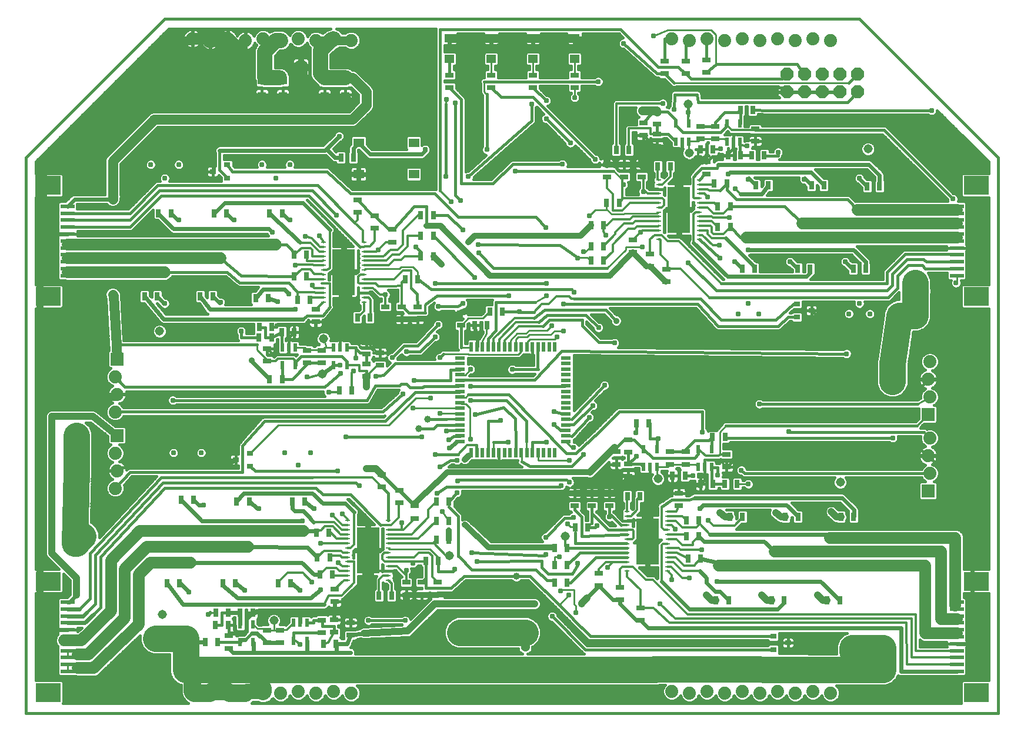
<source format=gtl>
G75*
G70*
%OFA0B0*%
%FSLAX24Y24*%
%IPPOS*%
%LPD*%
%AMOC8*
5,1,8,0,0,1.08239X$1,22.5*
%
%ADD10C,0.0160*%
%ADD11C,0.0740*%
%ADD12R,0.0472X0.0315*%
%ADD13R,0.0315X0.0098*%
%ADD14R,0.1260X0.2598*%
%ADD15R,0.0315X0.0472*%
%ADD16R,0.0580X0.0200*%
%ADD17R,0.0200X0.0580*%
%ADD18R,0.0551X0.0472*%
%ADD19R,0.0630X0.1378*%
%ADD20OC8,0.0740*%
%ADD21R,0.0217X0.0472*%
%ADD22R,0.0740X0.0740*%
%ADD23R,0.0787X0.0240*%
%ADD24R,0.0787X0.0236*%
%ADD25R,0.1417X0.1055*%
%ADD26C,0.0515*%
%ADD27R,0.0354X0.0315*%
%ADD28R,0.0610X0.0512*%
%ADD29R,0.0630X0.0709*%
%ADD30C,0.0120*%
%ADD31C,0.0320*%
%ADD32C,0.0500*%
%ADD33C,0.0400*%
%ADD34C,0.0240*%
%ADD35C,0.0660*%
%ADD36C,0.0560*%
%ADD37C,0.0310*%
%ADD38C,0.0760*%
%ADD39C,0.0100*%
%ADD40C,0.0360*%
%ADD41C,0.0860*%
%ADD42C,0.0396*%
%ADD43C,0.0240*%
%ADD44C,0.1500*%
%ADD45C,0.1000*%
D10*
X038833Y000180D02*
X093951Y000180D01*
X093951Y031676D01*
X086077Y039550D01*
X046707Y039550D01*
X038833Y031676D01*
X038833Y000180D01*
X040935Y000740D02*
X040962Y000767D01*
X040962Y001955D01*
X040868Y002049D01*
X039393Y002049D01*
X039393Y006973D01*
X040868Y006973D01*
X040962Y007066D01*
X040962Y008074D01*
X041328Y007708D01*
X041328Y006909D01*
X041178Y006759D01*
X040736Y006759D01*
X040642Y006666D01*
X040642Y006293D01*
X040652Y006282D01*
X040642Y006272D01*
X040642Y005899D01*
X040652Y005889D01*
X040642Y005878D01*
X040642Y005505D01*
X040652Y005495D01*
X040642Y005484D01*
X040642Y005112D01*
X040643Y005110D01*
X040634Y005094D01*
X040622Y005048D01*
X040622Y004904D01*
X040622Y004761D01*
X040634Y004715D01*
X040644Y004697D01*
X040642Y004695D01*
X040642Y004650D01*
X040583Y004591D01*
X040509Y004411D01*
X040509Y004216D01*
X040583Y004036D01*
X040642Y003978D01*
X040642Y003931D01*
X040652Y003920D01*
X040642Y003910D01*
X040642Y003537D01*
X040652Y003526D01*
X040642Y003516D01*
X040642Y003143D01*
X040652Y003133D01*
X040642Y003122D01*
X040642Y002750D01*
X040652Y002739D01*
X040642Y002729D01*
X040642Y002356D01*
X040736Y002262D01*
X041656Y002262D01*
X041656Y002263D01*
X041689Y002249D01*
X042667Y002249D01*
X042760Y002247D01*
X042764Y002249D01*
X042769Y002249D01*
X042855Y002285D01*
X042941Y002318D01*
X042945Y002322D01*
X042949Y002324D01*
X043015Y002389D01*
X045305Y004591D01*
X045305Y004231D01*
X045444Y003897D01*
X045700Y003641D01*
X046034Y003502D01*
X046978Y003502D01*
X046978Y002753D01*
X046962Y002686D01*
X046978Y002573D01*
X046978Y002460D01*
X047005Y002396D01*
X047015Y002328D01*
X047073Y002230D01*
X047117Y002125D01*
X047166Y002076D01*
X047201Y002017D01*
X047293Y001950D01*
X047373Y001869D01*
X047437Y001843D01*
X047492Y001802D01*
X047602Y001774D01*
X047622Y001766D01*
X047622Y001280D01*
X047723Y001037D01*
X047908Y000852D01*
X048008Y000752D01*
X048036Y000740D01*
X040935Y000740D01*
X040962Y000814D02*
X047946Y000814D01*
X047787Y000973D02*
X040962Y000973D01*
X040962Y001131D02*
X047684Y001131D01*
X047622Y001290D02*
X040962Y001290D01*
X040962Y001448D02*
X047622Y001448D01*
X047622Y001607D02*
X040962Y001607D01*
X040962Y001765D02*
X047622Y001765D01*
X047319Y001924D02*
X040962Y001924D01*
X040642Y002399D02*
X039393Y002399D01*
X039393Y002241D02*
X047067Y002241D01*
X047004Y002399D02*
X043025Y002399D01*
X043190Y002558D02*
X046978Y002558D01*
X046969Y002716D02*
X043355Y002716D01*
X043520Y002875D02*
X046978Y002875D01*
X046978Y003033D02*
X043685Y003033D01*
X043849Y003192D02*
X046978Y003192D01*
X046978Y003350D02*
X044014Y003350D01*
X044179Y003509D02*
X046019Y003509D01*
X045674Y003667D02*
X044344Y003667D01*
X044509Y003826D02*
X045515Y003826D01*
X045408Y003984D02*
X044674Y003984D01*
X044838Y004143D02*
X045342Y004143D01*
X045305Y004301D02*
X045003Y004301D01*
X045168Y004460D02*
X045305Y004460D01*
X046215Y004412D02*
X046215Y004019D01*
X046215Y004412D02*
X046215Y004904D01*
X047199Y004904D02*
X047199Y004412D01*
X047199Y003920D01*
X048085Y003920D02*
X048085Y004019D01*
X048282Y004215D01*
X048085Y004412D02*
X048085Y004904D01*
X049581Y005180D02*
X049936Y005180D01*
X049936Y005889D01*
X050310Y005889D01*
X050627Y005609D02*
X050662Y005609D01*
X050662Y005586D01*
X050679Y005568D01*
X050679Y005164D01*
X050691Y005135D01*
X050691Y004917D01*
X050785Y004823D01*
X051134Y004823D01*
X051137Y004826D01*
X051156Y004815D01*
X051201Y004803D01*
X051333Y004803D01*
X051333Y005219D01*
X051333Y005219D01*
X051333Y004803D01*
X051365Y004803D01*
X051351Y004770D01*
X051195Y004614D01*
X050904Y004614D01*
X050851Y004592D01*
X050785Y004592D01*
X050765Y004572D01*
X050765Y004751D01*
X050753Y004797D01*
X050729Y004838D01*
X050696Y004871D01*
X050655Y004895D01*
X050623Y004903D01*
X050628Y004920D01*
X050628Y005180D01*
X050628Y005440D01*
X050615Y005486D01*
X050592Y005527D01*
X050580Y005539D01*
X050627Y005586D01*
X050627Y005609D01*
X050610Y005569D02*
X050679Y005569D01*
X050679Y005411D02*
X050628Y005411D01*
X050628Y005252D02*
X050679Y005252D01*
X050628Y005180D02*
X050290Y005180D01*
X050349Y005180D01*
X050349Y004570D01*
X050765Y004618D02*
X051200Y004618D01*
X051354Y004777D02*
X050758Y004777D01*
X050691Y004935D02*
X050628Y004935D01*
X050628Y005094D02*
X050691Y005094D01*
X050628Y005180D02*
X050290Y005180D01*
X050290Y005180D01*
X051333Y005219D02*
X051333Y005636D01*
X051296Y005636D01*
X051296Y006061D01*
X051350Y006061D01*
X051350Y005889D01*
X051688Y005889D01*
X052025Y005889D01*
X052025Y006061D01*
X055798Y006061D01*
X055901Y006104D01*
X055980Y006183D01*
X055992Y006212D01*
X056006Y006197D01*
X056047Y006174D01*
X056093Y006161D01*
X056353Y006161D01*
X056353Y006499D01*
X056769Y006499D01*
X056769Y006633D01*
X056818Y006633D01*
X056947Y006762D01*
X057656Y007471D01*
X058633Y007471D01*
X058633Y007313D02*
X057497Y007313D01*
X057656Y007471D02*
X057656Y007935D01*
X058143Y007935D01*
X058143Y009124D01*
X058160Y009117D01*
X058286Y009117D01*
X058303Y009124D01*
X058303Y007935D01*
X058718Y007935D01*
X058633Y007850D01*
X058633Y007249D01*
X058629Y007249D01*
X058536Y007156D01*
X058536Y006551D01*
X058629Y006457D01*
X059077Y006457D01*
X059170Y006551D01*
X059170Y007156D01*
X059077Y007249D01*
X059073Y007249D01*
X059073Y007591D01*
X059149Y007515D01*
X059271Y007515D01*
X059342Y007445D01*
X059342Y007249D01*
X059338Y007249D01*
X059244Y007156D01*
X059244Y006551D01*
X059338Y006457D01*
X059785Y006457D01*
X059879Y006551D01*
X059879Y007156D01*
X059785Y007249D01*
X059782Y007249D01*
X059782Y007627D01*
X059691Y007718D01*
X059691Y007840D01*
X059676Y007854D01*
X059691Y007869D01*
X059691Y008100D01*
X059686Y008104D01*
X059698Y008126D01*
X059711Y008171D01*
X059711Y008244D01*
X059373Y008244D01*
X059036Y008244D01*
X059036Y008204D01*
X059033Y008204D01*
X059033Y008606D01*
X059056Y008584D01*
X059056Y008389D01*
X059060Y008384D01*
X059048Y008363D01*
X059036Y008317D01*
X059036Y008244D01*
X059373Y008244D01*
X059373Y008244D01*
X059373Y008244D01*
X059711Y008244D01*
X059711Y008284D01*
X059768Y008284D01*
X060134Y007919D01*
X060086Y007919D01*
X059992Y007825D01*
X059992Y007378D01*
X060086Y007284D01*
X060691Y007284D01*
X060785Y007378D01*
X060785Y007825D01*
X060691Y007919D01*
X060608Y007919D01*
X060608Y008045D01*
X060655Y008092D01*
X060703Y008208D01*
X060703Y008333D01*
X060682Y008384D01*
X060719Y008369D01*
X060845Y008369D01*
X060961Y008417D01*
X061049Y008506D01*
X061065Y008544D01*
X061193Y008544D01*
X061193Y008519D01*
X061270Y008442D01*
X061270Y007919D01*
X060972Y007919D01*
X060878Y007825D01*
X060878Y007378D01*
X060972Y007284D01*
X061270Y007284D01*
X061270Y007230D01*
X061014Y007230D01*
X060969Y007218D01*
X060928Y007194D01*
X060894Y007161D01*
X060870Y007120D01*
X060858Y007074D01*
X060858Y006893D01*
X061274Y006893D01*
X061274Y006893D01*
X060858Y006893D01*
X060858Y006711D01*
X060870Y006666D01*
X060894Y006625D01*
X060928Y006591D01*
X060969Y006567D01*
X061014Y006555D01*
X061274Y006555D01*
X061274Y006893D01*
X061690Y006893D01*
X061690Y007027D01*
X061744Y007027D01*
X061744Y006893D01*
X062160Y006893D01*
X062160Y006893D01*
X062576Y006893D01*
X062576Y007027D01*
X062944Y007027D01*
X062988Y007025D01*
X062992Y007027D01*
X062995Y007027D01*
X063036Y007044D01*
X063078Y007059D01*
X063080Y007062D01*
X063083Y007063D01*
X063115Y007095D01*
X063761Y007706D01*
X066352Y007706D01*
X066426Y007632D01*
X066557Y007578D01*
X066700Y007578D01*
X066831Y007632D01*
X066905Y007706D01*
X067299Y007706D01*
X068886Y006156D01*
X069620Y005422D01*
X069634Y005389D01*
X070686Y004337D01*
X070774Y004300D01*
X080884Y004300D01*
X080962Y004223D01*
X081449Y004223D01*
X081543Y004316D01*
X081543Y004723D01*
X085362Y004723D01*
X085168Y004642D01*
X084912Y004386D01*
X084774Y004052D01*
X084774Y003561D01*
X081543Y003573D01*
X081543Y004016D01*
X081449Y004110D01*
X080962Y004110D01*
X080875Y004022D01*
X070645Y004022D01*
X068971Y005697D01*
X068971Y005735D01*
X068923Y005851D01*
X068835Y005939D01*
X068719Y005987D01*
X068594Y005987D01*
X068478Y005939D01*
X068389Y005851D01*
X068341Y005735D01*
X068341Y005609D01*
X068389Y005494D01*
X068478Y005405D01*
X068594Y005357D01*
X068632Y005357D01*
X070410Y003579D01*
X070478Y003551D01*
X067286Y003551D01*
X067363Y003582D01*
X067393Y003613D01*
X067433Y003613D01*
X067527Y003706D01*
X067527Y003815D01*
X067541Y003848D01*
X067541Y003942D01*
X067646Y003985D01*
X067902Y004241D01*
X068041Y004576D01*
X068041Y004938D01*
X067902Y005272D01*
X067646Y005528D01*
X067312Y005667D01*
X063259Y005667D01*
X062924Y005528D01*
X062668Y005272D01*
X062530Y004938D01*
X062530Y004576D01*
X062668Y004241D01*
X062924Y003985D01*
X063259Y003847D01*
X066721Y003847D01*
X066734Y003815D01*
X066734Y003706D01*
X066828Y003613D01*
X066868Y003613D01*
X066898Y003582D01*
X066975Y003551D01*
X057511Y003551D01*
X057519Y003569D01*
X057519Y003681D01*
X057476Y003783D01*
X057397Y003862D01*
X057295Y003905D01*
X057226Y003905D01*
X057241Y003920D01*
X057279Y003958D01*
X057280Y003960D01*
X057281Y003961D01*
X057301Y004011D01*
X057322Y004061D01*
X057322Y004063D01*
X057413Y004292D01*
X057541Y004292D01*
X057635Y004385D01*
X057635Y004387D01*
X057815Y004415D01*
X057817Y004413D01*
X057952Y004364D01*
X060486Y004485D01*
X060549Y004485D01*
X060557Y004489D01*
X060566Y004489D01*
X060623Y004516D01*
X060681Y004540D01*
X060687Y004546D01*
X060695Y004550D01*
X060738Y004597D01*
X062162Y006021D01*
X067744Y006021D01*
X067876Y006076D01*
X067977Y006177D01*
X068032Y006309D01*
X068032Y006452D01*
X067977Y006585D01*
X067876Y006686D01*
X067744Y006741D01*
X062576Y006741D01*
X062576Y006893D01*
X062160Y006893D01*
X062160Y006893D01*
X062180Y006893D01*
X062209Y006922D01*
X062160Y006893D02*
X061744Y006893D01*
X061744Y006711D01*
X061756Y006666D01*
X061768Y006645D01*
X061707Y006585D01*
X061707Y006585D01*
X060638Y005515D01*
X060596Y005614D01*
X060508Y005703D01*
X060392Y005751D01*
X060267Y005751D01*
X060151Y005703D01*
X060124Y005676D01*
X058448Y005676D01*
X058421Y005703D01*
X058305Y005751D01*
X058180Y005751D01*
X058064Y005703D01*
X057976Y005614D01*
X057928Y005499D01*
X057928Y005373D01*
X057976Y005257D01*
X058064Y005169D01*
X058180Y005121D01*
X058305Y005121D01*
X058421Y005169D01*
X058448Y005196D01*
X060124Y005196D01*
X060131Y005189D01*
X057918Y005083D01*
X057788Y005022D01*
X057740Y004970D01*
X057461Y004927D01*
X056936Y004927D01*
X056843Y004833D01*
X056843Y004397D01*
X056730Y004397D01*
X056730Y004420D01*
X056658Y004491D01*
X056710Y004543D01*
X056710Y004990D01*
X056616Y005084D01*
X056554Y005084D01*
X056554Y005138D01*
X056574Y005138D01*
X056619Y005150D01*
X056660Y005174D01*
X056694Y005207D01*
X056718Y005248D01*
X056730Y005294D01*
X056730Y005475D01*
X056314Y005475D01*
X056314Y005475D01*
X056730Y005475D01*
X056730Y005656D01*
X056718Y005702D01*
X056694Y005743D01*
X056660Y005777D01*
X056619Y005800D01*
X056574Y005813D01*
X056314Y005813D01*
X056314Y005475D01*
X056314Y005475D01*
X056314Y005813D01*
X056054Y005813D01*
X056008Y005800D01*
X055967Y005777D01*
X055935Y005745D01*
X055907Y005773D01*
X055302Y005773D01*
X055225Y005696D01*
X055085Y005696D01*
X054997Y005659D01*
X054992Y005655D01*
X054933Y005714D01*
X054584Y005714D01*
X054581Y005711D01*
X054562Y005722D01*
X054516Y005734D01*
X054385Y005734D01*
X054385Y005318D01*
X054385Y005318D01*
X054385Y005734D01*
X054253Y005734D01*
X054207Y005722D01*
X054188Y005711D01*
X054185Y005714D01*
X053836Y005714D01*
X053742Y005620D01*
X053742Y005347D01*
X053572Y005176D01*
X053545Y005202D01*
X053244Y005202D01*
X053306Y005353D01*
X053306Y005519D01*
X053242Y005672D01*
X053125Y005790D01*
X052971Y005853D01*
X052805Y005853D01*
X052652Y005790D01*
X052535Y005672D01*
X052471Y005519D01*
X052471Y005353D01*
X052533Y005202D01*
X052192Y005202D01*
X052164Y005173D01*
X052050Y005173D01*
X051976Y005248D01*
X051976Y005522D01*
X051972Y005525D01*
X051989Y005542D01*
X052013Y005583D01*
X052025Y005629D01*
X052025Y005889D01*
X051688Y005889D01*
X051688Y005889D01*
X051688Y005889D01*
X051350Y005889D01*
X051350Y005636D01*
X051333Y005636D01*
X051333Y005219D01*
X051333Y005219D01*
X051333Y005252D02*
X051333Y005252D01*
X051333Y005094D02*
X051333Y005094D01*
X051333Y004935D02*
X051333Y004935D01*
X051629Y004708D02*
X051255Y004334D01*
X050940Y004215D02*
X049719Y004215D01*
X051333Y005411D02*
X051333Y005411D01*
X051333Y005569D02*
X051333Y005569D01*
X051350Y005728D02*
X051296Y005728D01*
X051296Y005886D02*
X051350Y005886D01*
X051350Y006045D02*
X051296Y006045D01*
X052025Y006045D02*
X061167Y006045D01*
X061326Y006203D02*
X056705Y006203D01*
X056700Y006197D02*
X056733Y006231D01*
X056757Y006272D01*
X056769Y006318D01*
X056769Y006499D01*
X056353Y006499D01*
X056353Y006499D01*
X056353Y006499D01*
X056353Y006161D01*
X056613Y006161D01*
X056659Y006174D01*
X056700Y006197D01*
X056769Y006362D02*
X061484Y006362D01*
X061534Y006555D02*
X061580Y006567D01*
X061621Y006591D01*
X061655Y006625D01*
X061678Y006666D01*
X061690Y006711D01*
X061690Y006893D01*
X061274Y006893D01*
X061274Y006893D01*
X061274Y006893D01*
X061274Y006555D01*
X061534Y006555D01*
X061643Y006520D02*
X059848Y006520D01*
X059879Y006679D02*
X059981Y006679D01*
X059984Y006666D02*
X060008Y006625D01*
X060042Y006591D01*
X060083Y006567D01*
X060129Y006555D01*
X060388Y006555D01*
X060388Y006893D01*
X060388Y007230D01*
X060129Y007230D01*
X060083Y007218D01*
X060042Y007194D01*
X060008Y007161D01*
X059984Y007120D01*
X059972Y007074D01*
X059972Y006893D01*
X060388Y006893D01*
X060388Y006893D01*
X060388Y006893D01*
X059972Y006893D01*
X059972Y006711D01*
X059984Y006666D01*
X059972Y006837D02*
X059879Y006837D01*
X059879Y006996D02*
X059972Y006996D01*
X060004Y007154D02*
X059879Y007154D01*
X059782Y007313D02*
X060057Y007313D01*
X059992Y007471D02*
X059782Y007471D01*
X059779Y007630D02*
X059992Y007630D01*
X059992Y007788D02*
X059691Y007788D01*
X059691Y007947D02*
X060106Y007947D01*
X059948Y008105D02*
X059686Y008105D01*
X059711Y008264D02*
X059789Y008264D01*
X059056Y008422D02*
X059033Y008422D01*
X059033Y008264D02*
X059036Y008264D01*
X059033Y008581D02*
X059056Y008581D01*
X058303Y008581D02*
X058143Y008581D01*
X058143Y008739D02*
X058303Y008739D01*
X058303Y008898D02*
X058143Y008898D01*
X058143Y009056D02*
X058303Y009056D01*
X058524Y009334D02*
X058538Y009369D01*
X058538Y009494D01*
X059033Y009494D01*
X059033Y010623D01*
X059047Y010629D01*
X059056Y010629D01*
X059056Y010469D01*
X059070Y010454D01*
X059056Y010440D01*
X059056Y010209D01*
X059070Y010194D01*
X059056Y010180D01*
X059056Y009949D01*
X059070Y009934D01*
X059056Y009920D01*
X059056Y009689D01*
X059070Y009674D01*
X059056Y009660D01*
X059056Y009493D01*
X058928Y009366D01*
X058897Y009334D01*
X058524Y009334D01*
X058538Y009373D02*
X058936Y009373D01*
X059033Y009532D02*
X059056Y009532D01*
X059056Y009690D02*
X059033Y009690D01*
X059033Y009849D02*
X059056Y009849D01*
X059056Y010007D02*
X059033Y010007D01*
X059033Y010166D02*
X059056Y010166D01*
X059056Y010324D02*
X059033Y010324D01*
X059033Y010483D02*
X059056Y010483D01*
X058951Y010849D02*
X057239Y012562D01*
X055664Y012562D01*
X055270Y012956D01*
X046707Y012956D01*
X043066Y009038D01*
X043066Y006184D01*
X042672Y005790D01*
X042278Y005889D02*
X042770Y006381D01*
X042770Y009137D01*
X046609Y013251D01*
X057554Y013251D01*
X057731Y013074D01*
X057139Y012322D02*
X058568Y010893D01*
X058303Y010893D01*
X058303Y010527D01*
X058286Y010534D01*
X058160Y010534D01*
X058143Y010527D01*
X058143Y010893D01*
X057656Y010893D01*
X057656Y011402D01*
X057673Y011419D01*
X057716Y011522D01*
X057716Y011633D01*
X057673Y011736D01*
X057181Y012228D01*
X057102Y012307D01*
X057067Y012322D01*
X057139Y012322D01*
X057183Y012226D02*
X057235Y012226D01*
X057342Y012068D02*
X057394Y012068D01*
X057500Y011909D02*
X057552Y011909D01*
X057659Y011751D02*
X057711Y011751D01*
X057716Y011592D02*
X057869Y011592D01*
X058028Y011434D02*
X057679Y011434D01*
X057656Y011275D02*
X058186Y011275D01*
X058345Y011117D02*
X057656Y011117D01*
X057656Y010958D02*
X058503Y010958D01*
X058303Y010800D02*
X058143Y010800D01*
X058143Y010641D02*
X058303Y010641D01*
X059373Y011104D02*
X059373Y012632D01*
X059010Y012995D01*
X056510Y013900D02*
X051825Y013900D01*
X051550Y014176D01*
X051117Y013841D02*
X044739Y013841D01*
X043912Y012936D01*
X044399Y013113D02*
X044845Y013601D01*
X046234Y013601D01*
X042991Y010138D01*
X042991Y010400D01*
X042853Y010735D01*
X042597Y010991D01*
X042528Y011019D01*
X042593Y013768D01*
X042598Y013779D01*
X042598Y013949D01*
X042602Y014119D01*
X042598Y014129D01*
X042598Y016109D01*
X042459Y016444D01*
X042252Y016651D01*
X042499Y016651D01*
X043471Y015887D01*
X043471Y015492D01*
X043565Y015398D01*
X043651Y015398D01*
X043601Y015377D01*
X043452Y015228D01*
X043371Y015033D01*
X043371Y014823D01*
X043452Y014628D01*
X043601Y014479D01*
X043750Y014417D01*
X043713Y014398D01*
X043643Y014348D01*
X043582Y014286D01*
X043531Y014216D01*
X043492Y014139D01*
X043465Y014057D01*
X043451Y013971D01*
X043451Y013948D01*
X043981Y013948D01*
X043981Y013908D01*
X043451Y013908D01*
X043451Y013885D01*
X043465Y013799D01*
X043492Y013717D01*
X043531Y013640D01*
X043582Y013570D01*
X043643Y013509D01*
X043713Y013458D01*
X043750Y013439D01*
X043601Y013377D01*
X043452Y013228D01*
X043371Y013033D01*
X043371Y012823D01*
X043452Y012628D01*
X043601Y012479D01*
X043796Y012398D01*
X044007Y012398D01*
X044202Y012479D01*
X044351Y012628D01*
X044431Y012823D01*
X044431Y013033D01*
X044399Y013113D01*
X044457Y013177D02*
X045836Y013177D01*
X045688Y013019D02*
X044431Y013019D01*
X044431Y012860D02*
X045539Y012860D01*
X045391Y012702D02*
X044381Y012702D01*
X044266Y012543D02*
X045243Y012543D01*
X045094Y012385D02*
X042560Y012385D01*
X042564Y012543D02*
X043537Y012543D01*
X043422Y012702D02*
X042568Y012702D01*
X042572Y012860D02*
X043371Y012860D01*
X043371Y013019D02*
X042576Y013019D01*
X042579Y013177D02*
X043431Y013177D01*
X043559Y013336D02*
X042583Y013336D01*
X042587Y013494D02*
X043663Y013494D01*
X043525Y013653D02*
X042591Y013653D01*
X042598Y013811D02*
X043463Y013811D01*
X043451Y013970D02*
X042598Y013970D01*
X042598Y014128D02*
X043488Y014128D01*
X043582Y014287D02*
X042598Y014287D01*
X042598Y014445D02*
X043683Y014445D01*
X043476Y014604D02*
X042598Y014604D01*
X042598Y014762D02*
X043397Y014762D01*
X043371Y014921D02*
X042598Y014921D01*
X042598Y015079D02*
X043390Y015079D01*
X043461Y015238D02*
X042598Y015238D01*
X042598Y015396D02*
X043646Y015396D01*
X043471Y015555D02*
X042598Y015555D01*
X042598Y015713D02*
X043471Y015713D01*
X043471Y015872D02*
X042598Y015872D01*
X042598Y016030D02*
X043289Y016030D01*
X043087Y016189D02*
X042565Y016189D01*
X042499Y016347D02*
X042885Y016347D01*
X042684Y016506D02*
X042397Y016506D01*
X043244Y016981D02*
X043443Y016981D01*
X043452Y016959D02*
X043601Y016809D01*
X043796Y016729D01*
X044007Y016729D01*
X044202Y016809D01*
X044351Y016959D01*
X044379Y017027D01*
X059063Y017027D01*
X059104Y017024D01*
X059111Y017027D01*
X059117Y017027D01*
X059155Y017042D01*
X059166Y017046D01*
X059092Y016975D01*
X052397Y016975D01*
X052390Y016978D01*
X052350Y016975D01*
X052309Y016975D01*
X052302Y016972D01*
X052295Y016972D01*
X052258Y016954D01*
X052221Y016939D01*
X052216Y016933D01*
X052209Y016930D01*
X052182Y016900D01*
X052153Y016871D01*
X052151Y016864D01*
X050942Y015502D01*
X050913Y015473D01*
X050911Y015467D01*
X050906Y015461D01*
X050892Y015423D01*
X050877Y015385D01*
X050877Y015378D01*
X050874Y015371D01*
X050877Y015330D01*
X050877Y014888D01*
X050723Y014888D01*
X050522Y014888D01*
X050476Y014875D01*
X050435Y014852D01*
X050402Y014818D01*
X050378Y014777D01*
X050366Y014731D01*
X050366Y014550D01*
X050366Y014369D01*
X050378Y014323D01*
X050402Y014282D01*
X050435Y014249D01*
X050476Y014225D01*
X050522Y014213D01*
X050723Y014213D01*
X050723Y014550D01*
X050366Y014550D01*
X050723Y014550D01*
X050723Y014550D01*
X050723Y014550D01*
X050723Y014213D01*
X050877Y014213D01*
X050877Y014081D01*
X044781Y014081D01*
X044776Y014083D01*
X044733Y014081D01*
X044691Y014081D01*
X044686Y014079D01*
X044680Y014079D01*
X044642Y014061D01*
X044603Y014045D01*
X044599Y014041D01*
X044594Y014038D01*
X044565Y014007D01*
X044548Y013990D01*
X044538Y014057D01*
X044511Y014139D01*
X044472Y014216D01*
X044421Y014286D01*
X044360Y014348D01*
X044290Y014398D01*
X044213Y014438D01*
X044151Y014458D01*
X044202Y014479D01*
X044351Y014628D01*
X044431Y014823D01*
X044431Y015033D01*
X044351Y015228D01*
X044202Y015377D01*
X044152Y015398D01*
X044438Y015398D01*
X044531Y015492D01*
X044531Y016364D01*
X044438Y016458D01*
X043910Y016458D01*
X042863Y017280D01*
X042827Y017316D01*
X042807Y017324D01*
X042790Y017338D01*
X042741Y017352D01*
X042695Y017371D01*
X042673Y017371D01*
X042652Y017377D01*
X042602Y017371D01*
X040238Y017371D01*
X040106Y017316D01*
X040005Y017215D01*
X039950Y017082D01*
X039950Y009164D01*
X040005Y009031D01*
X040688Y008348D01*
X039393Y008348D01*
X039393Y023114D01*
X040868Y023114D01*
X040962Y023208D01*
X040962Y024396D01*
X040868Y024490D01*
X039393Y024490D01*
X039393Y029414D01*
X040868Y029414D01*
X040962Y029507D01*
X040962Y030695D01*
X040868Y030789D01*
X039393Y030789D01*
X039393Y031444D01*
X046939Y038990D01*
X056119Y038990D01*
X056044Y038959D01*
X056039Y038959D01*
X055822Y038869D01*
X055682Y038729D01*
X055622Y038729D01*
X055582Y038768D01*
X055388Y038849D01*
X055177Y038849D01*
X054982Y038768D01*
X054833Y038619D01*
X054803Y038547D01*
X054731Y038719D01*
X054582Y038868D01*
X054388Y038949D01*
X054177Y038949D01*
X053982Y038868D01*
X053833Y038719D01*
X053794Y038625D01*
X053782Y038653D01*
X053616Y038819D01*
X053400Y038909D01*
X052889Y038909D01*
X052672Y038819D01*
X052652Y038799D01*
X052582Y038868D01*
X052388Y038949D01*
X052177Y038949D01*
X051982Y038868D01*
X051833Y038719D01*
X051771Y038571D01*
X051753Y038607D01*
X051702Y038677D01*
X051640Y038738D01*
X051570Y038789D01*
X051493Y038829D01*
X051411Y038855D01*
X051325Y038869D01*
X051302Y038869D01*
X051302Y038339D01*
X051262Y038339D01*
X051262Y038869D01*
X051239Y038869D01*
X051153Y038855D01*
X051071Y038829D01*
X050994Y038789D01*
X050924Y038738D01*
X050863Y038677D01*
X050812Y038607D01*
X050804Y038592D01*
X050792Y038630D01*
X050753Y038707D01*
X050702Y038777D01*
X050640Y038838D01*
X050570Y038889D01*
X050493Y038929D01*
X050411Y038955D01*
X050325Y038969D01*
X050302Y038969D01*
X050302Y038439D01*
X050262Y038439D01*
X050262Y038969D01*
X050239Y038969D01*
X050153Y038955D01*
X050071Y038929D01*
X049994Y038889D01*
X049924Y038838D01*
X049863Y038777D01*
X049812Y038707D01*
X049772Y038630D01*
X049760Y038592D01*
X049753Y038607D01*
X049702Y038677D01*
X049640Y038738D01*
X049570Y038789D01*
X049493Y038829D01*
X049411Y038855D01*
X049325Y038869D01*
X049302Y038869D01*
X049302Y038339D01*
X049262Y038339D01*
X049262Y038869D01*
X049239Y038869D01*
X049153Y038855D01*
X049071Y038829D01*
X048994Y038789D01*
X048924Y038738D01*
X048863Y038677D01*
X048812Y038607D01*
X048804Y038592D01*
X048792Y038630D01*
X048753Y038707D01*
X048702Y038777D01*
X048640Y038838D01*
X048570Y038889D01*
X048493Y038929D01*
X048411Y038955D01*
X048325Y038969D01*
X048302Y038969D01*
X048302Y038439D01*
X048262Y038439D01*
X048262Y038399D01*
X047732Y038399D01*
X047732Y038376D01*
X047746Y038290D01*
X047772Y038208D01*
X047812Y038131D01*
X047863Y038061D01*
X047924Y037999D01*
X047994Y037949D01*
X048071Y037909D01*
X048153Y037883D01*
X048239Y037869D01*
X048262Y037869D01*
X048262Y038399D01*
X048302Y038399D01*
X048302Y037869D01*
X048325Y037869D01*
X048411Y037883D01*
X048493Y037909D01*
X048570Y037949D01*
X048640Y037999D01*
X048702Y038061D01*
X048753Y038131D01*
X048760Y038146D01*
X048772Y038108D01*
X048812Y038031D01*
X048863Y037961D01*
X048924Y037899D01*
X048994Y037849D01*
X049071Y037809D01*
X049153Y037783D01*
X049239Y037769D01*
X049262Y037769D01*
X049262Y038299D01*
X049302Y038299D01*
X049302Y037769D01*
X049325Y037769D01*
X049411Y037783D01*
X049493Y037809D01*
X049570Y037849D01*
X049640Y037899D01*
X049702Y037961D01*
X049753Y038031D01*
X049792Y038108D01*
X049804Y038146D01*
X049812Y038131D01*
X049863Y038061D01*
X049924Y037999D01*
X049994Y037949D01*
X050071Y037909D01*
X050153Y037883D01*
X050239Y037869D01*
X050262Y037869D01*
X050262Y038399D01*
X050302Y038399D01*
X050302Y037869D01*
X050325Y037869D01*
X050411Y037883D01*
X050493Y037909D01*
X050570Y037949D01*
X050640Y037999D01*
X050702Y038061D01*
X050753Y038131D01*
X050760Y038146D01*
X050772Y038108D01*
X050812Y038031D01*
X050863Y037961D01*
X050924Y037899D01*
X050994Y037849D01*
X051071Y037809D01*
X051153Y037783D01*
X051239Y037769D01*
X051262Y037769D01*
X051262Y038299D01*
X051302Y038299D01*
X051302Y037769D01*
X051325Y037769D01*
X051411Y037783D01*
X051493Y037809D01*
X051570Y037849D01*
X051640Y037899D01*
X051702Y037961D01*
X051753Y038031D01*
X051792Y038108D01*
X051812Y038169D01*
X051833Y038119D01*
X051902Y038049D01*
X051876Y038023D01*
X051787Y037806D01*
X051787Y036126D01*
X051823Y036038D01*
X051823Y035744D01*
X051917Y035650D01*
X052149Y035650D01*
X052156Y035647D01*
X052217Y035647D01*
X052299Y035614D01*
X053321Y035614D01*
X053402Y035647D01*
X053464Y035647D01*
X053470Y035650D01*
X053703Y035650D01*
X053796Y035744D01*
X053796Y036191D01*
X053793Y036194D01*
X053793Y036321D01*
X053704Y036538D01*
X053538Y036704D01*
X053321Y036794D01*
X052967Y036794D01*
X052967Y037445D01*
X053251Y037729D01*
X053400Y037729D01*
X053616Y037819D01*
X053782Y037985D01*
X053836Y038115D01*
X053982Y037970D01*
X054177Y037889D01*
X054388Y037889D01*
X054582Y037970D01*
X054731Y038119D01*
X054761Y038191D01*
X054833Y038019D01*
X054954Y037898D01*
X054936Y037856D01*
X054936Y036322D01*
X055026Y036106D01*
X055192Y035940D01*
X055262Y035869D01*
X055366Y035765D01*
X055366Y035744D01*
X055460Y035650D01*
X055557Y035650D01*
X055645Y035614D01*
X057061Y035614D01*
X057149Y035650D01*
X057246Y035650D01*
X057257Y035661D01*
X057685Y035234D01*
X057685Y034811D01*
X057155Y034281D01*
X046029Y034281D01*
X045868Y034214D01*
X045744Y034091D01*
X043382Y031728D01*
X043315Y031567D01*
X043315Y029594D01*
X041534Y029594D01*
X041431Y029551D01*
X041352Y029472D01*
X041080Y029200D01*
X040736Y029200D01*
X040642Y029107D01*
X040642Y028734D01*
X040652Y028723D01*
X040642Y028713D01*
X040642Y028340D01*
X040652Y028330D01*
X040642Y028319D01*
X040642Y027946D01*
X040652Y027936D01*
X040642Y027925D01*
X040642Y027553D01*
X040643Y027551D01*
X040634Y027535D01*
X040622Y027489D01*
X040622Y027345D01*
X040622Y027202D01*
X040634Y027156D01*
X040644Y027138D01*
X040642Y027136D01*
X040642Y026767D01*
X040653Y026756D01*
X040642Y026744D01*
X040642Y026372D01*
X040652Y026361D01*
X040642Y026351D01*
X040642Y025978D01*
X040652Y025967D01*
X040642Y025957D01*
X040642Y025584D01*
X040652Y025574D01*
X040642Y025563D01*
X040642Y025190D01*
X040652Y025180D01*
X040642Y025170D01*
X040642Y024797D01*
X040736Y024703D01*
X041067Y024703D01*
X041098Y024690D01*
X046805Y024690D01*
X046985Y024765D01*
X047123Y024902D01*
X047138Y024940D01*
X050162Y024940D01*
X050776Y024413D01*
X050804Y024386D01*
X050812Y024382D01*
X050820Y024376D01*
X050856Y024364D01*
X050892Y024349D01*
X050901Y024349D01*
X050910Y024346D01*
X050949Y024349D01*
X052019Y024349D01*
X052015Y024340D01*
X051823Y024100D01*
X051641Y024100D01*
X051547Y024006D01*
X051547Y023401D01*
X051605Y023344D01*
X050147Y023344D01*
X050172Y023405D01*
X050172Y023530D01*
X050124Y023646D01*
X050035Y023734D01*
X049920Y023782D01*
X049840Y023782D01*
X049741Y023881D01*
X049741Y024105D01*
X049648Y024198D01*
X049200Y024198D01*
X049106Y024105D01*
X049106Y023742D01*
X049033Y023843D01*
X049033Y024105D01*
X048939Y024198D01*
X048491Y024198D01*
X048398Y024105D01*
X048398Y023500D01*
X048491Y023406D01*
X048659Y023406D01*
X049011Y022926D01*
X049019Y022905D01*
X049043Y022881D01*
X049064Y022853D01*
X049082Y022842D01*
X049098Y022826D01*
X049130Y022813D01*
X049148Y022803D01*
X046778Y022803D01*
X046268Y023406D01*
X046275Y023406D01*
X046433Y023247D01*
X046440Y023230D01*
X046529Y023141D01*
X046645Y023093D01*
X046770Y023093D01*
X046886Y023141D01*
X046974Y023230D01*
X047022Y023346D01*
X047022Y023471D01*
X046974Y023587D01*
X046886Y023675D01*
X046770Y023723D01*
X046749Y023723D01*
X046592Y023881D01*
X046592Y024105D01*
X046498Y024198D01*
X046051Y024198D01*
X045957Y024105D01*
X045957Y023773D01*
X045883Y023860D01*
X045883Y024105D01*
X045789Y024198D01*
X045342Y024198D01*
X045248Y024105D01*
X045248Y023500D01*
X045342Y023406D01*
X045534Y023406D01*
X046406Y022375D01*
X046411Y022364D01*
X046442Y022333D01*
X046471Y022299D01*
X046481Y022294D01*
X046490Y022285D01*
X046530Y022268D01*
X046570Y022248D01*
X046582Y022247D01*
X046593Y022243D01*
X046637Y022243D01*
X046681Y022239D01*
X046692Y022243D01*
X051744Y022243D01*
X051744Y021782D01*
X051734Y021772D01*
X051734Y021709D01*
X051328Y021709D01*
X051353Y021771D01*
X051353Y021896D01*
X051305Y022012D01*
X051216Y022101D01*
X051101Y022149D01*
X050975Y022149D01*
X050860Y022101D01*
X050771Y022012D01*
X050723Y021896D01*
X050723Y021771D01*
X050771Y021655D01*
X050798Y021628D01*
X050798Y021422D01*
X050835Y021333D01*
X050862Y021306D01*
X044385Y021306D01*
X044245Y023863D01*
X044245Y023938D01*
X044240Y023950D01*
X044239Y023962D01*
X044206Y024030D01*
X044178Y024100D01*
X044169Y024109D01*
X044163Y024120D01*
X044107Y024170D01*
X044004Y024273D01*
X043842Y024340D01*
X043667Y024340D01*
X043505Y024273D01*
X043382Y024150D01*
X043315Y023988D01*
X043315Y023813D01*
X043374Y023670D01*
X043513Y021134D01*
X043513Y021134D01*
X043533Y020757D01*
X043471Y020695D01*
X043471Y019822D01*
X043565Y019729D01*
X043651Y019729D01*
X043601Y019708D01*
X043452Y019559D01*
X043371Y019364D01*
X043371Y019153D01*
X043452Y018959D01*
X043601Y018809D01*
X043750Y018748D01*
X043713Y018729D01*
X043643Y018678D01*
X043582Y018617D01*
X043531Y018547D01*
X043492Y018470D01*
X043465Y018388D01*
X043451Y018302D01*
X043451Y018279D01*
X043981Y018279D01*
X043981Y018239D01*
X043451Y018239D01*
X043451Y018215D01*
X043465Y018130D01*
X043492Y018048D01*
X043531Y017970D01*
X043582Y017900D01*
X043643Y017839D01*
X043713Y017788D01*
X043750Y017770D01*
X043601Y017708D01*
X043452Y017559D01*
X043371Y017364D01*
X043371Y017153D01*
X043452Y016959D01*
X043446Y016823D02*
X043588Y016823D01*
X043647Y016664D02*
X051973Y016664D01*
X051832Y016506D02*
X043849Y016506D01*
X044215Y016823D02*
X052114Y016823D01*
X052357Y016735D02*
X051117Y015337D01*
X051117Y013841D01*
X050877Y014128D02*
X044515Y014128D01*
X044421Y014287D02*
X050399Y014287D01*
X050366Y014445D02*
X044190Y014445D01*
X044326Y014604D02*
X050366Y014604D01*
X050374Y014762D02*
X049038Y014762D01*
X049041Y014765D02*
X049089Y014881D01*
X049089Y015006D01*
X049041Y015122D01*
X048953Y015211D01*
X048837Y015259D01*
X048712Y015259D01*
X048596Y015211D01*
X048507Y015122D01*
X048459Y015006D01*
X048459Y014881D01*
X048507Y014765D01*
X048596Y014677D01*
X048712Y014629D01*
X048837Y014629D01*
X048953Y014677D01*
X049041Y014765D01*
X049089Y014921D02*
X050877Y014921D01*
X050723Y014888D02*
X050723Y014550D01*
X050172Y014117D01*
X044070Y014117D01*
X044010Y013940D01*
X044602Y013336D02*
X045985Y013336D01*
X046133Y013494D02*
X044747Y013494D01*
X046510Y013546D02*
X042475Y009235D01*
X042475Y006676D01*
X041885Y006086D01*
X040642Y006045D02*
X039393Y006045D01*
X039393Y006203D02*
X040642Y006203D01*
X040642Y006362D02*
X039393Y006362D01*
X039393Y006520D02*
X040642Y006520D01*
X040655Y006679D02*
X039393Y006679D01*
X039393Y006837D02*
X041256Y006837D01*
X041328Y006996D02*
X040891Y006996D01*
X040962Y007154D02*
X041328Y007154D01*
X041328Y007313D02*
X040962Y007313D01*
X040962Y007471D02*
X041328Y007471D01*
X041328Y007630D02*
X040962Y007630D01*
X040962Y007788D02*
X041248Y007788D01*
X041089Y007947D02*
X040962Y007947D01*
X040614Y008422D02*
X039393Y008422D01*
X039393Y008581D02*
X040455Y008581D01*
X040297Y008739D02*
X039393Y008739D01*
X039393Y008898D02*
X040138Y008898D01*
X039994Y009056D02*
X039393Y009056D01*
X039393Y009215D02*
X039950Y009215D01*
X039950Y009373D02*
X039393Y009373D01*
X039393Y009532D02*
X039950Y009532D01*
X039950Y009690D02*
X039393Y009690D01*
X039393Y009849D02*
X039950Y009849D01*
X039950Y010007D02*
X039393Y010007D01*
X039393Y010166D02*
X039950Y010166D01*
X039950Y010324D02*
X039393Y010324D01*
X039393Y010483D02*
X039950Y010483D01*
X039950Y010641D02*
X039393Y010641D01*
X039393Y010800D02*
X039950Y010800D01*
X039950Y010958D02*
X039393Y010958D01*
X039393Y011117D02*
X039950Y011117D01*
X039950Y011275D02*
X039393Y011275D01*
X039393Y011434D02*
X039950Y011434D01*
X039950Y011592D02*
X039393Y011592D01*
X039393Y011751D02*
X039950Y011751D01*
X039950Y011909D02*
X039393Y011909D01*
X039393Y012068D02*
X039950Y012068D01*
X039950Y012226D02*
X039393Y012226D01*
X039393Y012385D02*
X039950Y012385D01*
X039950Y012543D02*
X039393Y012543D01*
X039393Y012702D02*
X039950Y012702D01*
X039950Y012860D02*
X039393Y012860D01*
X039393Y013019D02*
X039950Y013019D01*
X039950Y013177D02*
X039393Y013177D01*
X039393Y013336D02*
X039950Y013336D01*
X039950Y013494D02*
X039393Y013494D01*
X039393Y013653D02*
X039950Y013653D01*
X039950Y013811D02*
X039393Y013811D01*
X039393Y013970D02*
X039950Y013970D01*
X039950Y014128D02*
X039393Y014128D01*
X039393Y014287D02*
X039950Y014287D01*
X039950Y014445D02*
X039393Y014445D01*
X039393Y014604D02*
X039950Y014604D01*
X039950Y014762D02*
X039393Y014762D01*
X039393Y014921D02*
X039950Y014921D01*
X039950Y015079D02*
X039393Y015079D01*
X039393Y015238D02*
X039950Y015238D01*
X039950Y015396D02*
X039393Y015396D01*
X039393Y015555D02*
X039950Y015555D01*
X039950Y015713D02*
X039393Y015713D01*
X039393Y015872D02*
X039950Y015872D01*
X039950Y016030D02*
X039393Y016030D01*
X039393Y016189D02*
X039950Y016189D01*
X039950Y016347D02*
X039393Y016347D01*
X039393Y016506D02*
X039950Y016506D01*
X039950Y016664D02*
X039393Y016664D01*
X039393Y016823D02*
X039950Y016823D01*
X039950Y016981D02*
X039393Y016981D01*
X039393Y017140D02*
X039973Y017140D01*
X040088Y017298D02*
X039393Y017298D01*
X039393Y017457D02*
X043410Y017457D01*
X043371Y017298D02*
X042845Y017298D01*
X043042Y017140D02*
X043377Y017140D01*
X043508Y017615D02*
X039393Y017615D01*
X039393Y017774D02*
X043742Y017774D01*
X043559Y017932D02*
X039393Y017932D01*
X039393Y018091D02*
X043478Y018091D01*
X043471Y018408D02*
X039393Y018408D01*
X039393Y018566D02*
X043545Y018566D01*
X043707Y018725D02*
X039393Y018725D01*
X039393Y018883D02*
X043528Y018883D01*
X043418Y019042D02*
X039393Y019042D01*
X039393Y019200D02*
X043371Y019200D01*
X043371Y019359D02*
X039393Y019359D01*
X039393Y019517D02*
X043435Y019517D01*
X043569Y019676D02*
X039393Y019676D01*
X039393Y019834D02*
X043471Y019834D01*
X043471Y019993D02*
X039393Y019993D01*
X039393Y020151D02*
X043471Y020151D01*
X043471Y020310D02*
X039393Y020310D01*
X039393Y020468D02*
X043471Y020468D01*
X043471Y020627D02*
X039393Y020627D01*
X039393Y020785D02*
X043532Y020785D01*
X043523Y020944D02*
X039393Y020944D01*
X039393Y021102D02*
X043515Y021102D01*
X043506Y021261D02*
X039393Y021261D01*
X039393Y021419D02*
X043497Y021419D01*
X043489Y021578D02*
X039393Y021578D01*
X039393Y021736D02*
X043480Y021736D01*
X043471Y021895D02*
X039393Y021895D01*
X039393Y022053D02*
X043462Y022053D01*
X043454Y022212D02*
X039393Y022212D01*
X039393Y022370D02*
X043445Y022370D01*
X043436Y022529D02*
X039393Y022529D01*
X039393Y022687D02*
X043428Y022687D01*
X043419Y022846D02*
X039393Y022846D01*
X039393Y023004D02*
X043410Y023004D01*
X043402Y023163D02*
X040916Y023163D01*
X040962Y023321D02*
X043393Y023321D01*
X043384Y023480D02*
X040962Y023480D01*
X040962Y023638D02*
X043376Y023638D01*
X043321Y023797D02*
X040962Y023797D01*
X040962Y023955D02*
X043315Y023955D01*
X043367Y024114D02*
X040962Y024114D01*
X040962Y024272D02*
X043504Y024272D01*
X044005Y024272D02*
X051961Y024272D01*
X051834Y024114D02*
X049732Y024114D01*
X049741Y023955D02*
X051547Y023955D01*
X051547Y023797D02*
X049825Y023797D01*
X050127Y023638D02*
X051547Y023638D01*
X051547Y023480D02*
X050172Y023480D01*
X049106Y023797D02*
X049066Y023797D01*
X049033Y023955D02*
X049106Y023955D01*
X049115Y024114D02*
X049024Y024114D01*
X048407Y024114D02*
X046583Y024114D01*
X046592Y023955D02*
X048398Y023955D01*
X048398Y023797D02*
X046676Y023797D01*
X046923Y023638D02*
X048398Y023638D01*
X048418Y023480D02*
X047019Y023480D01*
X047012Y023321D02*
X048721Y023321D01*
X048837Y023163D02*
X046907Y023163D01*
X046608Y023004D02*
X048953Y023004D01*
X049077Y022846D02*
X046742Y022846D01*
X046508Y023163D02*
X046474Y023163D01*
X046359Y023321D02*
X046339Y023321D01*
X045874Y023004D02*
X044292Y023004D01*
X044300Y022846D02*
X046008Y022846D01*
X046142Y022687D02*
X044309Y022687D01*
X044318Y022529D02*
X046276Y022529D01*
X046408Y022370D02*
X044326Y022370D01*
X044335Y022212D02*
X046234Y022212D01*
X046176Y022187D02*
X046329Y022251D01*
X046495Y022251D01*
X046649Y022187D01*
X046766Y022070D01*
X046830Y021917D01*
X046830Y021751D01*
X046766Y021597D01*
X046649Y021480D01*
X046495Y021416D01*
X046329Y021416D01*
X046176Y021480D01*
X046058Y021597D01*
X045995Y021751D01*
X045995Y021917D01*
X046058Y022070D01*
X046176Y022187D01*
X046051Y022053D02*
X044344Y022053D01*
X044352Y021895D02*
X045995Y021895D01*
X046001Y021736D02*
X044361Y021736D01*
X044370Y021578D02*
X046078Y021578D01*
X046322Y021419D02*
X044379Y021419D01*
X044266Y021066D02*
X051944Y021066D01*
X052052Y021469D02*
X051038Y021469D01*
X051038Y021834D01*
X051087Y021784D01*
X051339Y021736D02*
X051734Y021736D01*
X051744Y021895D02*
X051353Y021895D01*
X051264Y022053D02*
X051744Y022053D01*
X051744Y022212D02*
X046590Y022212D01*
X046773Y022053D02*
X050812Y022053D01*
X050723Y021895D02*
X046830Y021895D01*
X046824Y021736D02*
X050737Y021736D01*
X050798Y021578D02*
X046746Y021578D01*
X046502Y021419D02*
X050799Y021419D01*
X052062Y022030D02*
X052062Y022070D01*
X052062Y022030D02*
X052416Y022030D01*
X052416Y021469D01*
X052760Y021469D01*
X053341Y021784D01*
X053341Y020948D01*
X053371Y020918D01*
X053102Y020897D02*
X053102Y020616D01*
X053196Y020522D01*
X053545Y020522D01*
X053548Y020525D01*
X053567Y020514D01*
X053613Y020502D01*
X053745Y020502D01*
X053877Y020502D01*
X053922Y020514D01*
X053941Y020525D01*
X053944Y020522D01*
X054210Y020522D01*
X054135Y020447D01*
X054095Y020492D01*
X054088Y020493D01*
X054082Y020498D01*
X053998Y020498D01*
X053914Y020504D01*
X053908Y020498D01*
X053186Y020498D01*
X053178Y020505D01*
X053096Y020498D01*
X053014Y020498D01*
X053006Y020491D01*
X052996Y020490D01*
X052943Y020428D01*
X052900Y020385D01*
X052817Y020468D01*
X052543Y020468D01*
X052977Y020468D01*
X052861Y020558D02*
X052895Y020591D01*
X052918Y020632D01*
X052931Y020678D01*
X052931Y020859D01*
X052514Y020859D01*
X052514Y020859D01*
X052514Y020522D01*
X052489Y020522D01*
X052543Y020468D01*
X052514Y020522D02*
X052774Y020522D01*
X052820Y020534D01*
X052861Y020558D01*
X052915Y020627D02*
X053102Y020627D01*
X053102Y020785D02*
X052931Y020785D01*
X052931Y020859D02*
X052931Y021040D01*
X052922Y021073D01*
X052984Y021073D01*
X053078Y021167D01*
X053078Y021369D01*
X053101Y021381D01*
X053101Y020900D01*
X053102Y020897D01*
X053101Y020944D02*
X052931Y020944D01*
X052931Y020859D02*
X052514Y020859D01*
X052514Y020522D01*
X052514Y020627D02*
X052514Y020627D01*
X052514Y020785D02*
X052514Y020785D01*
X052514Y020859D02*
X052514Y020859D01*
X053013Y021102D02*
X053101Y021102D01*
X053101Y021261D02*
X053078Y021261D01*
X053581Y021326D02*
X053581Y021404D01*
X053659Y021482D01*
X053659Y022087D01*
X053565Y022181D01*
X053117Y022181D01*
X053108Y022171D01*
X053108Y022243D01*
X054588Y022243D01*
X054691Y022285D01*
X054770Y022364D01*
X054795Y022425D01*
X054854Y022473D01*
X054854Y022365D01*
X054854Y022184D01*
X054866Y022138D01*
X054890Y022097D01*
X054924Y022064D01*
X054965Y022040D01*
X055010Y022028D01*
X055270Y022028D01*
X055270Y022365D01*
X054854Y022365D01*
X055270Y022365D01*
X055270Y022365D01*
X055270Y022365D01*
X055260Y022365D01*
X055221Y022326D01*
X055221Y021824D01*
X054050Y021784D01*
X054050Y021368D01*
X054231Y021368D01*
X054277Y021380D01*
X054318Y021404D01*
X054351Y021438D01*
X054375Y021479D01*
X054387Y021524D01*
X054387Y021784D01*
X054050Y021784D01*
X054050Y021784D01*
X054050Y021784D01*
X054050Y021368D01*
X053869Y021368D01*
X053823Y021380D01*
X053782Y021404D01*
X053748Y021438D01*
X053725Y021479D01*
X053712Y021524D01*
X053712Y021784D01*
X054050Y021784D01*
X054050Y021784D01*
X054387Y021784D01*
X054387Y022044D01*
X054375Y022090D01*
X054351Y022131D01*
X054318Y022165D01*
X054277Y022188D01*
X054231Y022201D01*
X054050Y022201D01*
X054050Y021784D01*
X053745Y021479D01*
X053745Y020918D01*
X053745Y020502D01*
X053745Y020918D01*
X053745Y020918D01*
X053745Y020918D01*
X053745Y021334D01*
X053877Y021334D01*
X053922Y021322D01*
X053941Y021311D01*
X053944Y021314D01*
X054293Y021314D01*
X054387Y021221D01*
X054387Y021118D01*
X054727Y021118D01*
X054768Y021078D01*
X055081Y021078D01*
X055174Y020984D01*
X055174Y020981D01*
X055219Y020981D01*
X055219Y020984D01*
X055312Y021078D01*
X055445Y021078D01*
X055349Y021174D01*
X055286Y021327D01*
X055286Y021493D01*
X055349Y021647D01*
X055467Y021764D01*
X055620Y021828D01*
X055786Y021828D01*
X055940Y021764D01*
X056057Y021647D01*
X056121Y021493D01*
X056121Y021327D01*
X056116Y021314D01*
X056449Y021314D01*
X056452Y021311D01*
X056471Y021322D01*
X056516Y021334D01*
X056648Y021334D01*
X056648Y020918D01*
X056648Y021883D01*
X057829Y021883D01*
X058125Y021587D01*
X058125Y021253D01*
X058541Y021253D01*
X058541Y021434D01*
X058529Y021480D01*
X058505Y021521D01*
X058471Y021554D01*
X058430Y021578D01*
X058385Y021590D01*
X058125Y021590D01*
X058125Y021253D01*
X058125Y021253D01*
X058125Y021253D01*
X058541Y021253D01*
X058541Y021072D01*
X058529Y021026D01*
X058505Y020985D01*
X058471Y020951D01*
X058430Y020928D01*
X058385Y020915D01*
X058125Y020915D01*
X058125Y021253D01*
X058125Y021590D01*
X057865Y021590D01*
X057819Y021578D01*
X057778Y021554D01*
X057744Y021521D01*
X057721Y021480D01*
X057708Y021434D01*
X057708Y021253D01*
X058125Y021253D01*
X058125Y021253D01*
X058125Y021253D01*
X058125Y020915D01*
X057865Y020915D01*
X057819Y020928D01*
X057778Y020951D01*
X057774Y020955D01*
X057774Y020949D01*
X057861Y020862D01*
X058427Y020862D01*
X058496Y020793D01*
X058496Y020794D01*
X058508Y020840D01*
X058532Y020881D01*
X058565Y020915D01*
X058606Y020938D01*
X058652Y020951D01*
X058912Y020951D01*
X058912Y020613D01*
X058521Y020613D01*
X058521Y020613D01*
X058912Y020613D01*
X058912Y020613D01*
X058912Y020613D01*
X058912Y020276D01*
X058652Y020276D01*
X058606Y020288D01*
X058565Y020312D01*
X058532Y020345D01*
X058521Y020364D01*
X058521Y020320D01*
X058459Y020259D01*
X058521Y020197D01*
X058521Y020133D01*
X058610Y020222D01*
X059215Y020222D01*
X059308Y020128D01*
X059308Y019892D01*
X059468Y020052D01*
X059423Y020070D01*
X059334Y020159D01*
X059286Y020275D01*
X059286Y020339D01*
X059259Y020312D01*
X059218Y020288D01*
X059172Y020276D01*
X058912Y020276D01*
X058912Y020613D01*
X058912Y020613D01*
X058912Y020613D01*
X059328Y020613D01*
X059328Y020502D01*
X059334Y020516D01*
X059423Y020605D01*
X059538Y020652D01*
X059577Y020652D01*
X060134Y021210D01*
X060223Y021247D01*
X060936Y021247D01*
X061884Y022227D01*
X061884Y022270D01*
X061932Y022386D01*
X062021Y022475D01*
X062137Y022523D01*
X062262Y022523D01*
X062378Y022475D01*
X062467Y022386D01*
X062514Y022270D01*
X062514Y022145D01*
X062467Y022029D01*
X062378Y021941D01*
X062262Y021893D01*
X062229Y021893D01*
X062147Y021808D01*
X062201Y021786D01*
X062289Y021697D01*
X062337Y021581D01*
X062337Y021456D01*
X062289Y021340D01*
X062201Y021252D01*
X062085Y021204D01*
X062047Y021204D01*
X061379Y020536D01*
X061312Y020469D01*
X061224Y020432D01*
X060614Y020432D01*
X060587Y020405D01*
X060471Y020357D01*
X060345Y020357D01*
X060230Y020405D01*
X060141Y020494D01*
X060128Y020525D01*
X059916Y020313D01*
X059916Y020275D01*
X059903Y020243D01*
X061996Y020243D01*
X061983Y020275D01*
X061983Y020400D01*
X062031Y020516D01*
X062119Y020605D01*
X062235Y020652D01*
X062273Y020652D01*
X062378Y020757D01*
X062467Y020794D01*
X062562Y020794D01*
X062635Y020764D01*
X063323Y020764D01*
X063295Y020792D01*
X063259Y020880D01*
X063259Y021851D01*
X063186Y021851D01*
X063093Y021944D01*
X063093Y022392D01*
X063186Y022486D01*
X063539Y022486D01*
X063593Y022539D01*
X063489Y022539D01*
X063489Y022877D01*
X063905Y022877D01*
X063905Y023058D01*
X063893Y023104D01*
X063869Y023145D01*
X063836Y023178D01*
X063821Y023187D01*
X063864Y023230D01*
X063912Y023346D01*
X063912Y023471D01*
X063864Y023587D01*
X063850Y023601D01*
X065255Y023601D01*
X065227Y023535D01*
X065227Y023346D01*
X064905Y023346D01*
X064811Y023252D01*
X064811Y022931D01*
X064652Y022772D01*
X063905Y022772D01*
X063905Y022877D01*
X063489Y022877D01*
X063489Y022877D01*
X063489Y022877D01*
X063489Y022877D01*
X063073Y022877D01*
X063073Y022991D01*
X062425Y022991D01*
X062398Y022964D01*
X062282Y022916D01*
X062157Y022916D01*
X062041Y022964D01*
X061952Y023053D01*
X061904Y023169D01*
X061904Y023294D01*
X061952Y023410D01*
X061973Y023431D01*
X061699Y023225D01*
X061693Y022958D01*
X061711Y022915D01*
X061711Y022819D01*
X061675Y022731D01*
X061607Y022664D01*
X061519Y022627D01*
X061444Y022627D01*
X061444Y022513D01*
X061028Y022513D01*
X061028Y022513D01*
X060612Y022513D01*
X060612Y022627D01*
X060559Y022627D01*
X060559Y022513D01*
X060142Y022513D01*
X060142Y022513D01*
X059726Y022513D01*
X059726Y022694D01*
X059738Y022740D01*
X059762Y022781D01*
X059796Y022814D01*
X059837Y022838D01*
X059882Y022850D01*
X060142Y022850D01*
X060142Y022513D01*
X060142Y022513D01*
X059726Y022513D01*
X059726Y022331D01*
X059738Y022286D01*
X059762Y022245D01*
X059796Y022211D01*
X059837Y022187D01*
X059882Y022175D01*
X060142Y022175D01*
X060142Y022513D01*
X060142Y022850D01*
X060214Y022850D01*
X060160Y022904D01*
X059840Y022904D01*
X059746Y022998D01*
X059746Y023445D01*
X059840Y023539D01*
X059913Y023539D01*
X059913Y024178D01*
X059694Y024174D01*
X059692Y024173D01*
X059603Y024173D01*
X059514Y024171D01*
X059512Y024173D01*
X059374Y024173D01*
X059386Y024168D01*
X059474Y024079D01*
X059522Y023963D01*
X059522Y023838D01*
X059474Y023722D01*
X059427Y023675D01*
X059427Y023539D01*
X059510Y023539D01*
X059604Y023445D01*
X059604Y022998D01*
X059510Y022904D01*
X058905Y022904D01*
X058811Y022998D01*
X058811Y023445D01*
X058905Y023539D01*
X058987Y023539D01*
X058987Y023675D01*
X058982Y023680D01*
X058821Y023680D01*
X058692Y023809D01*
X058427Y024074D01*
X058333Y024074D01*
X058333Y024012D01*
X057995Y024012D01*
X057658Y024012D01*
X057658Y023939D01*
X057670Y023893D01*
X057682Y023872D01*
X057678Y023868D01*
X057678Y023637D01*
X057692Y023622D01*
X057678Y023608D01*
X057678Y023377D01*
X057771Y023283D01*
X057775Y023283D01*
X057775Y023079D01*
X057712Y023017D01*
X057399Y023017D01*
X057305Y022923D01*
X057305Y022318D01*
X057399Y022225D01*
X057846Y022225D01*
X057940Y022318D01*
X057940Y022624D01*
X058014Y022697D01*
X058014Y022318D01*
X058108Y022225D01*
X058555Y022225D01*
X058649Y022318D01*
X058649Y022923D01*
X058591Y022982D01*
X058591Y023583D01*
X058604Y023651D01*
X058591Y023672D01*
X058591Y023696D01*
X058542Y023745D01*
X058493Y023819D01*
X058493Y023843D01*
X058444Y023892D01*
X058406Y023950D01*
X058382Y023955D01*
X058364Y023972D01*
X058333Y023972D01*
X058333Y024012D01*
X057995Y024012D01*
X057995Y024012D01*
X057658Y024012D01*
X057658Y024085D01*
X057670Y024131D01*
X057682Y024152D01*
X057678Y024157D01*
X057678Y024320D01*
X057655Y024320D01*
X057655Y023859D01*
X057643Y023813D01*
X057619Y023772D01*
X057586Y023739D01*
X057545Y023715D01*
X057499Y023703D01*
X056925Y023703D01*
X056925Y025102D01*
X056765Y025102D01*
X056035Y025102D01*
X056035Y024760D01*
X056013Y024760D01*
X056013Y024908D01*
X055997Y024923D01*
X056010Y024937D01*
X056010Y025117D01*
X056036Y025143D01*
X056127Y025206D01*
X056149Y025206D01*
X056200Y025257D01*
X056207Y025262D01*
X056765Y025262D01*
X056765Y025102D01*
X056765Y023703D01*
X056278Y023703D01*
X056278Y023310D01*
X056291Y023285D01*
X056302Y023191D01*
X056275Y023099D01*
X055873Y022596D01*
X055868Y022583D01*
X055843Y022559D01*
X055822Y022532D01*
X055810Y022526D01*
X055800Y022516D01*
X055768Y022503D01*
X055738Y022486D01*
X055724Y022485D01*
X055712Y022479D01*
X055687Y022479D01*
X055687Y022365D01*
X055270Y022365D01*
X055270Y022028D01*
X055530Y022028D01*
X055576Y022040D01*
X055617Y022064D01*
X055651Y022097D01*
X055674Y022138D01*
X055687Y022184D01*
X055687Y022365D01*
X055270Y022365D01*
X055270Y022365D01*
X055270Y022212D02*
X055270Y022212D01*
X055270Y022053D02*
X055270Y022053D01*
X054942Y022053D02*
X054385Y022053D01*
X054387Y021895D02*
X061563Y021895D01*
X061716Y022053D02*
X055599Y022053D01*
X055687Y022212D02*
X058860Y022212D01*
X058861Y022211D02*
X058902Y022187D01*
X058947Y022175D01*
X059207Y022175D01*
X059207Y022513D01*
X059207Y022513D01*
X058791Y022513D01*
X058791Y022694D01*
X058803Y022740D01*
X058827Y022781D01*
X058861Y022814D01*
X058902Y022838D01*
X058947Y022850D01*
X059207Y022850D01*
X059207Y022513D01*
X059207Y022513D01*
X058791Y022513D01*
X058791Y022331D01*
X058803Y022286D01*
X058827Y022245D01*
X058861Y022211D01*
X058791Y022370D02*
X058649Y022370D01*
X058649Y022529D02*
X058791Y022529D01*
X058791Y022687D02*
X058649Y022687D01*
X058649Y022846D02*
X058930Y022846D01*
X058811Y023004D02*
X058591Y023004D01*
X058591Y023163D02*
X058811Y023163D01*
X058811Y023321D02*
X058591Y023321D01*
X058591Y023480D02*
X058846Y023480D01*
X058987Y023638D02*
X058602Y023638D01*
X058508Y023797D02*
X058705Y023797D01*
X058546Y023955D02*
X058381Y023955D01*
X057995Y024012D02*
X057995Y024012D01*
X057658Y023955D02*
X057655Y023955D01*
X057655Y024114D02*
X057665Y024114D01*
X057655Y024272D02*
X057678Y024272D01*
X056925Y024272D02*
X056765Y024272D01*
X056765Y024114D02*
X056925Y024114D01*
X056925Y023955D02*
X056765Y023955D01*
X056765Y023797D02*
X056925Y023797D01*
X056278Y023638D02*
X057678Y023638D01*
X057678Y023480D02*
X056278Y023480D01*
X056278Y023321D02*
X057733Y023321D01*
X057775Y023163D02*
X056293Y023163D01*
X056199Y023004D02*
X057386Y023004D01*
X057305Y022846D02*
X056072Y022846D01*
X055946Y022687D02*
X057305Y022687D01*
X057305Y022529D02*
X055815Y022529D01*
X055687Y022370D02*
X057305Y022370D01*
X057940Y022370D02*
X058014Y022370D01*
X058014Y022529D02*
X057940Y022529D01*
X058004Y022687D02*
X058014Y022687D01*
X059207Y022687D02*
X059207Y022687D01*
X059207Y022529D02*
X059207Y022529D01*
X059207Y022513D02*
X059207Y022850D01*
X059467Y022850D01*
X059513Y022838D01*
X059554Y022814D01*
X059588Y022781D01*
X059611Y022740D01*
X059624Y022694D01*
X059624Y022513D01*
X059207Y022513D01*
X059207Y022513D01*
X059207Y022513D01*
X059207Y022175D01*
X059467Y022175D01*
X059513Y022187D01*
X059554Y022211D01*
X059588Y022245D01*
X059611Y022286D01*
X059624Y022331D01*
X059624Y022513D01*
X059207Y022513D01*
X059207Y022370D02*
X059207Y022370D01*
X059207Y022212D02*
X059207Y022212D01*
X059554Y022212D02*
X059795Y022212D01*
X059726Y022370D02*
X059624Y022370D01*
X059624Y022529D02*
X059726Y022529D01*
X059726Y022687D02*
X059624Y022687D01*
X059485Y022846D02*
X059865Y022846D01*
X059746Y023004D02*
X059604Y023004D01*
X059604Y023163D02*
X059746Y023163D01*
X059746Y023321D02*
X059604Y023321D01*
X059569Y023480D02*
X059781Y023480D01*
X059913Y023638D02*
X059427Y023638D01*
X059505Y023797D02*
X059913Y023797D01*
X059913Y023955D02*
X059522Y023955D01*
X059440Y024114D02*
X059913Y024114D01*
X060684Y024294D02*
X061018Y023960D01*
X061028Y023221D01*
X061491Y023369D02*
X062121Y023841D01*
X066196Y023841D01*
X065467Y023487D02*
X067692Y023487D01*
X067633Y022916D02*
X066845Y022916D01*
X066806Y022936D02*
X065959Y022936D01*
X064880Y023321D02*
X063902Y023321D01*
X063909Y023480D02*
X065227Y023480D01*
X065467Y023487D02*
X065467Y021893D01*
X065034Y021420D01*
X065034Y020948D01*
X064392Y020946D02*
X064392Y020946D01*
X064392Y021416D01*
X064515Y021416D01*
X064547Y021407D01*
X064548Y021408D01*
X064730Y021755D01*
X064733Y021800D01*
X064658Y021876D01*
X064658Y022352D01*
X064604Y022352D01*
X064604Y022178D01*
X064266Y022178D01*
X063929Y022178D01*
X063929Y021918D01*
X063941Y021872D01*
X063965Y021831D01*
X063998Y021798D01*
X064039Y021774D01*
X064085Y021762D01*
X064266Y021762D01*
X064266Y022178D01*
X064266Y022178D01*
X063929Y022178D01*
X063929Y022282D01*
X063885Y022238D01*
X063885Y021944D01*
X063791Y021851D01*
X063739Y021851D01*
X063739Y021138D01*
X063822Y021138D01*
X063822Y021302D01*
X063915Y021396D01*
X064209Y021396D01*
X064222Y021403D01*
X064268Y021416D01*
X064392Y021416D01*
X064392Y020946D01*
X064392Y021102D02*
X064392Y021102D01*
X064392Y021261D02*
X064392Y021261D01*
X064554Y021419D02*
X063739Y021419D01*
X063739Y021261D02*
X063822Y021261D01*
X063739Y021578D02*
X064637Y021578D01*
X064720Y021736D02*
X063739Y021736D01*
X063835Y021895D02*
X063935Y021895D01*
X063929Y022053D02*
X063885Y022053D01*
X063885Y022212D02*
X063929Y022212D01*
X064266Y022178D02*
X064266Y022178D01*
X064266Y021762D01*
X064448Y021762D01*
X064493Y021774D01*
X064534Y021798D01*
X064568Y021831D01*
X064592Y021872D01*
X064604Y021918D01*
X064604Y022178D01*
X064266Y022178D01*
X064266Y022178D01*
X064266Y022053D02*
X064266Y022053D01*
X064266Y021895D02*
X064266Y021895D01*
X064598Y021895D02*
X064658Y021895D01*
X064658Y022053D02*
X064604Y022053D01*
X064604Y022212D02*
X064658Y022212D01*
X063582Y022529D02*
X061444Y022529D01*
X061444Y022513D02*
X061028Y022513D01*
X060612Y022513D01*
X060612Y022331D01*
X060624Y022286D01*
X060648Y022245D01*
X060681Y022211D01*
X060723Y022187D01*
X060768Y022175D01*
X061028Y022175D01*
X061028Y022513D01*
X061028Y022513D01*
X061028Y022513D01*
X061028Y022175D01*
X061288Y022175D01*
X061334Y022187D01*
X061375Y022211D01*
X061408Y022245D01*
X061432Y022286D01*
X061444Y022331D01*
X061444Y022513D01*
X061444Y022370D02*
X061926Y022370D01*
X061869Y022212D02*
X061375Y022212D01*
X061028Y022212D02*
X061028Y022212D01*
X061028Y022370D02*
X061028Y022370D01*
X060681Y022212D02*
X060490Y022212D01*
X060489Y022211D02*
X060523Y022245D01*
X060546Y022286D01*
X060559Y022331D01*
X060559Y022513D01*
X060142Y022513D01*
X060142Y022513D01*
X060142Y022513D01*
X060142Y022175D01*
X060402Y022175D01*
X060448Y022187D01*
X060489Y022211D01*
X060559Y022370D02*
X060612Y022370D01*
X060612Y022529D02*
X060559Y022529D01*
X060536Y022867D02*
X061471Y022867D01*
X061631Y022687D02*
X063075Y022687D01*
X063073Y022696D02*
X063085Y022650D01*
X063109Y022609D01*
X063142Y022575D01*
X063183Y022552D01*
X063229Y022539D01*
X063489Y022539D01*
X063489Y022877D01*
X063073Y022877D01*
X063073Y022696D01*
X063073Y022846D02*
X061711Y022846D01*
X061694Y023004D02*
X062001Y023004D01*
X061907Y023163D02*
X061698Y023163D01*
X061827Y023321D02*
X061915Y023321D01*
X062219Y023231D02*
X063302Y023231D01*
X063597Y023408D01*
X063851Y023163D02*
X064811Y023163D01*
X064811Y023004D02*
X063905Y023004D01*
X063905Y022846D02*
X064726Y022846D01*
X063489Y022846D02*
X063489Y022846D01*
X063489Y022687D02*
X063489Y022687D01*
X063093Y022370D02*
X062473Y022370D01*
X062514Y022212D02*
X063093Y022212D01*
X063093Y022053D02*
X062476Y022053D01*
X062267Y021895D02*
X063143Y021895D01*
X063259Y021736D02*
X062250Y021736D01*
X062337Y021578D02*
X063259Y021578D01*
X063259Y021419D02*
X062322Y021419D01*
X062210Y021261D02*
X063259Y021261D01*
X063259Y021102D02*
X061945Y021102D01*
X061787Y020944D02*
X063259Y020944D01*
X063302Y020785D02*
X062584Y020785D01*
X062445Y020785D02*
X061628Y020785D01*
X061470Y020627D02*
X062173Y020627D01*
X062011Y020468D02*
X061310Y020468D01*
X061176Y020672D02*
X060408Y020672D01*
X060167Y020468D02*
X060071Y020468D01*
X059916Y020310D02*
X061983Y020310D01*
X062298Y020337D02*
X062514Y020554D01*
X063499Y020928D02*
X063499Y022168D01*
X062199Y022208D02*
X061038Y021007D01*
X060270Y021007D01*
X059601Y020337D01*
X059476Y020627D02*
X059328Y020627D01*
X059328Y020613D02*
X059328Y020794D01*
X059316Y020840D01*
X059292Y020881D01*
X059259Y020915D01*
X059218Y020938D01*
X059172Y020951D01*
X058912Y020951D01*
X058912Y020613D01*
X059328Y020613D01*
X059328Y020785D02*
X059709Y020785D01*
X059868Y020944D02*
X059198Y020944D01*
X058912Y020944D02*
X058912Y020944D01*
X058912Y020785D02*
X058912Y020785D01*
X058912Y020627D02*
X058912Y020627D01*
X058912Y020468D02*
X058912Y020468D01*
X058912Y020310D02*
X058912Y020310D01*
X058569Y020310D02*
X058510Y020310D01*
X058521Y020151D02*
X058539Y020151D01*
X058125Y019973D02*
X058125Y020544D01*
X058066Y020603D01*
X057780Y020603D01*
X057465Y020918D01*
X057022Y020918D01*
X057534Y020918D01*
X057708Y021083D02*
X057670Y021122D01*
X057582Y021158D01*
X057291Y021158D01*
X057291Y021221D01*
X057197Y021314D01*
X056848Y021314D01*
X056845Y021311D01*
X056826Y021322D01*
X056780Y021334D01*
X056648Y021334D01*
X056648Y020918D01*
X056648Y020918D01*
X056648Y020944D02*
X056648Y020944D01*
X056648Y021102D02*
X056648Y021102D01*
X056648Y021261D02*
X056648Y021261D01*
X056121Y021419D02*
X057708Y021419D01*
X057708Y021261D02*
X057251Y021261D01*
X057708Y021253D02*
X057708Y021083D01*
X057708Y021102D02*
X057690Y021102D01*
X057708Y021253D02*
X058125Y021253D01*
X058125Y021261D02*
X058125Y021261D01*
X058125Y021419D02*
X058125Y021419D01*
X058125Y021578D02*
X058125Y021578D01*
X058431Y021578D02*
X061256Y021578D01*
X061410Y021736D02*
X055968Y021736D01*
X056086Y021578D02*
X057818Y021578D01*
X058125Y021102D02*
X058125Y021102D01*
X058125Y020944D02*
X058125Y020944D01*
X058458Y020944D02*
X058626Y020944D01*
X058541Y021102D02*
X060026Y021102D01*
X060950Y021261D02*
X058541Y021261D01*
X058541Y021419D02*
X061103Y021419D01*
X061176Y020672D02*
X062022Y021519D01*
X060142Y022212D02*
X060142Y022212D01*
X060142Y022370D02*
X060142Y022370D01*
X060142Y022529D02*
X060142Y022529D01*
X060142Y022687D02*
X060142Y022687D01*
X060142Y022846D02*
X060142Y022846D01*
X060536Y022867D02*
X060133Y023271D01*
X059207Y022846D02*
X059207Y022846D01*
X057678Y023797D02*
X057633Y023797D01*
X056925Y024431D02*
X056765Y024431D01*
X056765Y024589D02*
X056925Y024589D01*
X056925Y024748D02*
X056765Y024748D01*
X056765Y024906D02*
X056925Y024906D01*
X056925Y025065D02*
X056765Y025065D01*
X056765Y025223D02*
X056166Y025223D01*
X056035Y025065D02*
X056010Y025065D01*
X056013Y024906D02*
X056035Y024906D01*
X056765Y025262D02*
X056765Y026661D01*
X056278Y026661D01*
X056278Y027415D01*
X056295Y027433D01*
X056338Y027536D01*
X056338Y027647D01*
X056295Y027750D01*
X054774Y029271D01*
X054777Y029271D01*
X057387Y026661D01*
X056925Y026661D01*
X056925Y025262D01*
X056765Y025262D01*
X056765Y025382D02*
X056925Y025382D01*
X056925Y025262D02*
X057655Y025262D01*
X057655Y026402D01*
X057678Y026393D01*
X057678Y026237D01*
X057692Y026222D01*
X057678Y026208D01*
X057678Y025977D01*
X057692Y025962D01*
X057678Y025948D01*
X057678Y025717D01*
X057692Y025702D01*
X057678Y025688D01*
X057678Y025457D01*
X057692Y025442D01*
X057678Y025428D01*
X057678Y025241D01*
X057591Y025154D01*
X057591Y025154D01*
X057539Y025102D01*
X056925Y025102D01*
X056925Y025262D01*
X056925Y025223D02*
X057660Y025223D01*
X057655Y025382D02*
X057678Y025382D01*
X057678Y025540D02*
X057655Y025540D01*
X057655Y025699D02*
X057689Y025699D01*
X057678Y025857D02*
X057655Y025857D01*
X057655Y026016D02*
X057678Y026016D01*
X057678Y026174D02*
X057655Y026174D01*
X057655Y026333D02*
X057678Y026333D01*
X057775Y026612D02*
X054877Y029511D01*
X046510Y029511D01*
X044739Y027739D01*
X041196Y027739D01*
X041196Y027345D02*
X041769Y027345D01*
X041196Y027345D01*
X041196Y027345D01*
X040622Y027345D01*
X041196Y027345D01*
X041196Y027345D01*
X041769Y027345D02*
X041769Y027489D01*
X041767Y027499D01*
X044787Y027499D01*
X044875Y027536D01*
X046036Y028696D01*
X046036Y028224D01*
X046129Y028130D01*
X046314Y028130D01*
X046962Y027482D01*
X047041Y027403D01*
X047144Y027361D01*
X052497Y027361D01*
X052508Y027350D01*
X052543Y027265D01*
X052563Y027245D01*
X052122Y027245D01*
X041769Y027245D01*
X041769Y027345D01*
X041769Y027284D02*
X052535Y027284D01*
X053007Y026755D02*
X053597Y026755D01*
X053892Y026460D01*
X054030Y026164D01*
X056278Y026808D02*
X057240Y026808D01*
X057081Y026967D02*
X056278Y026967D01*
X056278Y027125D02*
X056923Y027125D01*
X056764Y027284D02*
X056278Y027284D01*
X056299Y027442D02*
X056606Y027442D01*
X056447Y027601D02*
X056338Y027601D01*
X056289Y027759D02*
X056286Y027759D01*
X056130Y027918D02*
X056128Y027918D01*
X055972Y028076D02*
X055969Y028076D01*
X055813Y028235D02*
X055811Y028235D01*
X055655Y028393D02*
X055652Y028393D01*
X055496Y028552D02*
X055494Y028552D01*
X055338Y028710D02*
X055335Y028710D01*
X055179Y028869D02*
X055177Y028869D01*
X055021Y029027D02*
X055018Y029027D01*
X054862Y029186D02*
X054860Y029186D01*
X055073Y029806D02*
X056451Y028428D01*
X057485Y027985D02*
X055369Y030101D01*
X046314Y030101D01*
X044739Y028526D01*
X041196Y028526D01*
X041196Y028133D02*
X044739Y028133D01*
X046412Y029806D01*
X055073Y029806D01*
X055920Y030889D02*
X057239Y029649D01*
X062003Y029649D01*
X063341Y028310D01*
X067731Y028310D01*
X068302Y027700D01*
X069089Y026715D02*
X064463Y026735D01*
X064503Y026263D02*
X065329Y025397D01*
X071786Y025397D01*
X070093Y026007D02*
X069089Y026715D01*
X064286Y024885D02*
X061924Y027247D01*
X061550Y027818D02*
X061550Y028920D01*
X060841Y028920D01*
X059660Y027621D01*
X059404Y027601D02*
X058617Y028389D01*
X058518Y028389D02*
X057633Y029274D01*
X057334Y029889D02*
X056087Y031061D01*
X056056Y031092D01*
X056052Y031094D01*
X056050Y031096D01*
X056008Y031112D01*
X055968Y031129D01*
X055964Y031129D01*
X055960Y031130D01*
X055916Y031129D01*
X054071Y031129D01*
X054109Y031220D01*
X054109Y031345D01*
X054061Y031461D01*
X053972Y031549D01*
X053857Y031597D01*
X053731Y031597D01*
X053616Y031549D01*
X053527Y031461D01*
X053479Y031345D01*
X053479Y031220D01*
X053517Y031129D01*
X052496Y031129D01*
X052534Y031220D01*
X052534Y031345D01*
X052486Y031461D01*
X052398Y031549D01*
X052282Y031597D01*
X052157Y031597D01*
X052041Y031549D01*
X051952Y031461D01*
X051904Y031345D01*
X051904Y031220D01*
X051942Y031129D01*
X050662Y031129D01*
X050588Y031223D01*
X050588Y031486D01*
X050494Y031580D01*
X050058Y031580D01*
X050058Y031810D01*
X055824Y031810D01*
X056194Y031439D01*
X056297Y031396D01*
X056370Y031396D01*
X056370Y031374D01*
X056464Y031280D01*
X056911Y031280D01*
X057005Y031374D01*
X057005Y031979D01*
X056911Y032072D01*
X056464Y032072D01*
X056408Y032017D01*
X056259Y032166D01*
X056685Y032592D01*
X056770Y032627D01*
X056858Y032716D01*
X056906Y032832D01*
X056906Y032957D01*
X056858Y033073D01*
X056770Y033161D01*
X056654Y033209D01*
X056529Y033209D01*
X056413Y033161D01*
X056324Y033073D01*
X056289Y032988D01*
X055705Y032404D01*
X055704Y032403D01*
X055670Y032369D01*
X049762Y032369D01*
X049659Y032327D01*
X049580Y032248D01*
X049538Y032145D01*
X049538Y032034D01*
X049578Y031937D01*
X049578Y031226D01*
X049424Y031226D01*
X049424Y030889D01*
X049424Y030889D01*
X049424Y031226D01*
X049223Y031226D01*
X049177Y031214D01*
X049136Y031190D01*
X049103Y031157D01*
X049079Y031116D01*
X049067Y031070D01*
X049067Y030889D01*
X049424Y030889D01*
X049424Y030889D01*
X049424Y030551D01*
X049625Y030551D01*
X049671Y030563D01*
X049712Y030587D01*
X049745Y030621D01*
X049769Y030662D01*
X049772Y030674D01*
X049913Y030532D01*
X049913Y030341D01*
X046985Y030341D01*
X047022Y030432D01*
X047022Y030558D01*
X046974Y030673D01*
X046886Y030762D01*
X046770Y030810D01*
X046645Y030810D01*
X046529Y030762D01*
X046440Y030673D01*
X046392Y030558D01*
X046392Y030432D01*
X046430Y030341D01*
X046266Y030341D01*
X046178Y030305D01*
X046110Y030237D01*
X044639Y028766D01*
X041749Y028766D01*
X041749Y029034D01*
X043412Y029034D01*
X043505Y028941D01*
X043667Y028874D01*
X043842Y028874D01*
X044004Y028941D01*
X044128Y029065D01*
X044195Y029226D01*
X044195Y029367D01*
X044238Y029472D01*
X044195Y029575D01*
X044195Y031297D01*
X046299Y033401D01*
X057425Y033401D01*
X057587Y033468D01*
X058374Y034256D01*
X058498Y034380D01*
X058565Y034541D01*
X058565Y035504D01*
X058498Y035665D01*
X057710Y036453D01*
X057587Y036577D01*
X057425Y036644D01*
X057338Y036644D01*
X057278Y036704D01*
X057061Y036794D01*
X056116Y036794D01*
X056116Y037495D01*
X056437Y037815D01*
X056566Y037869D01*
X056607Y037909D01*
X056943Y037909D01*
X056982Y037870D01*
X057177Y037789D01*
X057388Y037789D01*
X057582Y037870D01*
X057731Y038019D01*
X057812Y038214D01*
X057812Y038424D01*
X057731Y038619D01*
X057582Y038768D01*
X057388Y038849D01*
X057177Y038849D01*
X056982Y038768D01*
X056943Y038729D01*
X056792Y038729D01*
X056782Y038753D01*
X056616Y038919D01*
X056445Y038990D01*
X062078Y038990D01*
X062078Y029877D01*
X062050Y029889D01*
X057334Y029889D01*
X057239Y029978D02*
X062078Y029978D01*
X062078Y030137D02*
X057070Y030137D01*
X056902Y030295D02*
X062078Y030295D01*
X062078Y030454D02*
X061287Y030454D01*
X061287Y030419D02*
X061287Y031063D01*
X061193Y031157D01*
X060450Y031157D01*
X060356Y031063D01*
X060356Y030419D01*
X060450Y030325D01*
X061193Y030325D01*
X061287Y030419D01*
X061287Y030612D02*
X062078Y030612D01*
X062078Y030771D02*
X061287Y030771D01*
X061287Y030929D02*
X062078Y030929D01*
X062078Y031088D02*
X061262Y031088D01*
X061330Y031593D02*
X061433Y031636D01*
X061630Y031832D01*
X061709Y031911D01*
X061715Y031927D01*
X061738Y031950D01*
X061786Y032066D01*
X061786Y032191D01*
X061738Y032307D01*
X061650Y032396D01*
X061534Y032444D01*
X061408Y032444D01*
X061293Y032396D01*
X061287Y032390D01*
X061287Y032835D01*
X061193Y032929D01*
X060450Y032929D01*
X060356Y032835D01*
X060356Y032190D01*
X060394Y032153D01*
X058447Y032153D01*
X058157Y032444D01*
X058157Y032835D01*
X058063Y032929D01*
X057320Y032929D01*
X057226Y032835D01*
X057226Y032444D01*
X057159Y032376D01*
X057116Y032273D01*
X057116Y032016D01*
X057079Y031979D01*
X057079Y031374D01*
X057173Y031280D01*
X057620Y031280D01*
X057714Y031374D01*
X057714Y031979D01*
X057676Y032016D01*
X057676Y032097D01*
X057712Y032097D01*
X058094Y031714D01*
X058173Y031636D01*
X058276Y031593D01*
X061330Y031593D01*
X061519Y031722D02*
X062078Y031722D01*
X062078Y031880D02*
X061677Y031880D01*
X061775Y032039D02*
X062078Y032039D01*
X062078Y032197D02*
X061784Y032197D01*
X061690Y032356D02*
X062078Y032356D01*
X062078Y032514D02*
X061287Y032514D01*
X061287Y032673D02*
X062078Y032673D01*
X062078Y032831D02*
X061287Y032831D01*
X062078Y032990D02*
X056893Y032990D01*
X056906Y032831D02*
X057226Y032831D01*
X057226Y032673D02*
X056815Y032673D01*
X056607Y032514D02*
X057226Y032514D01*
X057150Y032356D02*
X056448Y032356D01*
X056290Y032197D02*
X057116Y032197D01*
X057116Y032039D02*
X056945Y032039D01*
X057005Y031880D02*
X057079Y031880D01*
X057079Y031722D02*
X057005Y031722D01*
X057005Y031563D02*
X057079Y031563D01*
X057079Y031405D02*
X057005Y031405D01*
X057276Y031141D02*
X057242Y031107D01*
X057219Y031066D01*
X057206Y031021D01*
X057206Y030789D01*
X057644Y030789D01*
X057644Y031177D01*
X057363Y031177D01*
X057317Y031165D01*
X057276Y031141D01*
X057231Y031088D02*
X056060Y031088D01*
X056227Y030929D02*
X057206Y030929D01*
X057206Y030693D02*
X057206Y030461D01*
X057219Y030416D01*
X057242Y030375D01*
X057276Y030341D01*
X057317Y030317D01*
X057363Y030305D01*
X057644Y030305D01*
X057644Y030693D01*
X057740Y030693D01*
X057740Y030789D01*
X058177Y030789D01*
X058177Y031021D01*
X058164Y031066D01*
X058141Y031107D01*
X058107Y031141D01*
X058066Y031165D01*
X058020Y031177D01*
X057740Y031177D01*
X057740Y030789D01*
X057644Y030789D01*
X057644Y030693D01*
X057206Y030693D01*
X057206Y030612D02*
X056564Y030612D01*
X056491Y030810D02*
X057633Y030810D01*
X057644Y030771D02*
X056396Y030771D01*
X056733Y030454D02*
X057209Y030454D01*
X057644Y030454D02*
X057740Y030454D01*
X057740Y030305D02*
X058020Y030305D01*
X058066Y030317D01*
X058107Y030341D01*
X058141Y030375D01*
X058164Y030416D01*
X058177Y030461D01*
X058177Y030693D01*
X057740Y030693D01*
X057740Y030305D01*
X057740Y030612D02*
X057644Y030612D01*
X057740Y030771D02*
X060356Y030771D01*
X060356Y030929D02*
X058177Y030929D01*
X058152Y031088D02*
X060381Y031088D01*
X060356Y030612D02*
X058177Y030612D01*
X058175Y030454D02*
X060356Y030454D01*
X062078Y031246D02*
X054109Y031246D01*
X054084Y031405D02*
X056277Y031405D01*
X056070Y031563D02*
X053939Y031563D01*
X053648Y031563D02*
X052365Y031563D01*
X052510Y031405D02*
X053504Y031405D01*
X053479Y031246D02*
X052534Y031246D01*
X052074Y031563D02*
X050511Y031563D01*
X050588Y031405D02*
X051929Y031405D01*
X051904Y031246D02*
X050588Y031246D01*
X050251Y031263D02*
X050546Y030889D01*
X055920Y030889D01*
X055912Y031722D02*
X050058Y031722D01*
X049818Y032089D02*
X049818Y030967D01*
X050152Y030633D01*
X049913Y030454D02*
X047022Y030454D01*
X047000Y030612D02*
X049111Y030612D01*
X049103Y030621D02*
X049136Y030587D01*
X049177Y030563D01*
X049223Y030551D01*
X049424Y030551D01*
X049424Y030889D01*
X049424Y030889D01*
X049067Y030889D01*
X049067Y030707D01*
X049079Y030662D01*
X049103Y030621D01*
X049067Y030771D02*
X046865Y030771D01*
X046550Y030771D02*
X044195Y030771D01*
X044195Y030929D02*
X049067Y030929D01*
X049071Y031088D02*
X047745Y031088D01*
X047762Y031104D02*
X047810Y031220D01*
X047810Y031345D01*
X047762Y031461D01*
X047673Y031549D01*
X047557Y031597D01*
X047432Y031597D01*
X047316Y031549D01*
X047228Y031461D01*
X047180Y031345D01*
X047180Y031220D01*
X047228Y031104D01*
X047316Y031015D01*
X047432Y030967D01*
X047557Y030967D01*
X047673Y031015D01*
X047762Y031104D01*
X047810Y031246D02*
X049578Y031246D01*
X049578Y031405D02*
X047785Y031405D01*
X047640Y031563D02*
X049578Y031563D01*
X049578Y031722D02*
X044619Y031722D01*
X044778Y031880D02*
X049578Y031880D01*
X049538Y032039D02*
X044936Y032039D01*
X045095Y032197D02*
X049559Y032197D01*
X049729Y032356D02*
X045253Y032356D01*
X045412Y032514D02*
X055815Y032514D01*
X055974Y032673D02*
X045570Y032673D01*
X045729Y032831D02*
X056132Y032831D01*
X056290Y032990D02*
X045887Y032990D01*
X046046Y033148D02*
X056400Y033148D01*
X056783Y033148D02*
X062078Y033148D01*
X062078Y033307D02*
X046204Y033307D01*
X045277Y033624D02*
X041573Y033624D01*
X041731Y033782D02*
X045435Y033782D01*
X045594Y033941D02*
X041890Y033941D01*
X042048Y034099D02*
X045752Y034099D01*
X045972Y034258D02*
X042207Y034258D01*
X042365Y034416D02*
X057290Y034416D01*
X057448Y034575D02*
X042524Y034575D01*
X042682Y034733D02*
X057607Y034733D01*
X057685Y034892D02*
X042841Y034892D01*
X042999Y035050D02*
X051810Y035050D01*
X051815Y035032D02*
X051839Y034991D01*
X051872Y034957D01*
X051913Y034934D01*
X051959Y034921D01*
X052219Y034921D01*
X052219Y035259D01*
X052219Y035596D01*
X051959Y035596D01*
X051913Y035584D01*
X051872Y035560D01*
X051839Y035527D01*
X051815Y035486D01*
X051803Y035440D01*
X051803Y035259D01*
X052219Y035259D01*
X052219Y035259D01*
X052219Y035259D01*
X052219Y035596D01*
X052479Y035596D01*
X052525Y035584D01*
X052566Y035560D01*
X052599Y035527D01*
X052623Y035486D01*
X052635Y035440D01*
X052635Y035259D01*
X052219Y035259D01*
X051803Y035259D01*
X051803Y035078D01*
X051815Y035032D01*
X051803Y035209D02*
X043158Y035209D01*
X043316Y035367D02*
X051803Y035367D01*
X051838Y035526D02*
X043475Y035526D01*
X043633Y035684D02*
X051883Y035684D01*
X051823Y035843D02*
X043792Y035843D01*
X043950Y036001D02*
X051823Y036001D01*
X051787Y036160D02*
X044109Y036160D01*
X044267Y036318D02*
X050827Y036318D01*
X050815Y036329D02*
X050849Y036296D01*
X050890Y036272D01*
X050936Y036260D01*
X051197Y036260D01*
X051197Y036717D01*
X050779Y036717D01*
X050779Y036416D01*
X050792Y036370D01*
X050815Y036329D01*
X050779Y036477D02*
X044426Y036477D01*
X044584Y036635D02*
X050779Y036635D01*
X050779Y036872D02*
X051197Y036872D01*
X051197Y037329D01*
X050936Y037329D01*
X050890Y037316D01*
X050849Y037293D01*
X050815Y037259D01*
X050792Y037218D01*
X050779Y037172D01*
X050779Y036872D01*
X050779Y036952D02*
X044901Y036952D01*
X044743Y036794D02*
X051197Y036794D01*
X051197Y036717D02*
X051197Y036872D01*
X051352Y036872D01*
X051352Y037329D01*
X051613Y037329D01*
X051659Y037316D01*
X051700Y037293D01*
X051733Y037259D01*
X051757Y037218D01*
X051769Y037172D01*
X051769Y036872D01*
X051352Y036872D01*
X051352Y036717D01*
X051769Y036717D01*
X051769Y036416D01*
X051757Y036370D01*
X051733Y036329D01*
X051700Y036296D01*
X051659Y036272D01*
X051613Y036260D01*
X051352Y036260D01*
X051352Y036717D01*
X051197Y036717D01*
X051197Y036635D02*
X051352Y036635D01*
X051352Y036477D02*
X051197Y036477D01*
X051197Y036318D02*
X051352Y036318D01*
X051722Y036318D02*
X051787Y036318D01*
X051787Y036477D02*
X051769Y036477D01*
X051769Y036635D02*
X051787Y036635D01*
X051787Y036794D02*
X051352Y036794D01*
X051352Y036952D02*
X051197Y036952D01*
X051197Y037111D02*
X051352Y037111D01*
X051352Y037269D02*
X051197Y037269D01*
X050825Y037269D02*
X045218Y037269D01*
X045060Y037111D02*
X050779Y037111D01*
X051723Y037269D02*
X051787Y037269D01*
X051787Y037111D02*
X051769Y037111D01*
X051769Y036952D02*
X051787Y036952D01*
X051787Y037428D02*
X045377Y037428D01*
X045535Y037586D02*
X051787Y037586D01*
X051787Y037745D02*
X045694Y037745D01*
X045852Y037903D02*
X048090Y037903D01*
X048262Y037903D02*
X048302Y037903D01*
X048302Y038062D02*
X048262Y038062D01*
X048262Y038220D02*
X048302Y038220D01*
X048282Y038319D02*
X048282Y038419D01*
X048262Y038439D02*
X047732Y038439D01*
X047732Y038462D01*
X047746Y038548D01*
X047772Y038630D01*
X047812Y038707D01*
X047863Y038777D01*
X047924Y038838D01*
X047994Y038889D01*
X048071Y038929D01*
X048153Y038955D01*
X048239Y038969D01*
X048262Y038969D01*
X048262Y038439D01*
X048262Y038379D02*
X048302Y038379D01*
X048302Y038537D02*
X048262Y038537D01*
X048262Y038696D02*
X048302Y038696D01*
X048302Y038854D02*
X048262Y038854D01*
X047945Y038854D02*
X046803Y038854D01*
X046645Y038696D02*
X047806Y038696D01*
X047744Y038537D02*
X046486Y038537D01*
X046328Y038379D02*
X047732Y038379D01*
X047768Y038220D02*
X046169Y038220D01*
X046011Y038062D02*
X047862Y038062D01*
X048474Y037903D02*
X048920Y037903D01*
X048796Y038062D02*
X048702Y038062D01*
X049262Y038062D02*
X049302Y038062D01*
X049302Y038220D02*
X049262Y038220D01*
X049262Y038379D02*
X049302Y038379D01*
X049302Y038537D02*
X049262Y038537D01*
X049262Y038696D02*
X049302Y038696D01*
X049302Y038854D02*
X049262Y038854D01*
X049149Y038854D02*
X048619Y038854D01*
X048759Y038696D02*
X048881Y038696D01*
X049415Y038854D02*
X049945Y038854D01*
X049806Y038696D02*
X049683Y038696D01*
X050262Y038696D02*
X050302Y038696D01*
X050302Y038854D02*
X050262Y038854D01*
X050262Y038537D02*
X050302Y038537D01*
X050302Y038379D02*
X050262Y038379D01*
X050262Y038220D02*
X050302Y038220D01*
X050302Y038062D02*
X050262Y038062D01*
X050262Y037903D02*
X050302Y037903D01*
X050474Y037903D02*
X050920Y037903D01*
X050796Y038062D02*
X050702Y038062D01*
X051262Y038062D02*
X051302Y038062D01*
X051302Y038220D02*
X051262Y038220D01*
X051262Y038379D02*
X051302Y038379D01*
X051302Y038537D02*
X051262Y038537D01*
X051262Y038696D02*
X051302Y038696D01*
X051302Y038854D02*
X051262Y038854D01*
X051149Y038854D02*
X050619Y038854D01*
X050759Y038696D02*
X050881Y038696D01*
X051415Y038854D02*
X051968Y038854D01*
X051823Y038696D02*
X051683Y038696D01*
X052597Y038854D02*
X052757Y038854D01*
X053532Y038854D02*
X053968Y038854D01*
X053823Y038696D02*
X053740Y038696D01*
X054597Y038854D02*
X055807Y038854D01*
X056681Y038854D02*
X062078Y038854D01*
X062078Y038696D02*
X057655Y038696D01*
X057765Y038537D02*
X062078Y038537D01*
X062078Y038379D02*
X057812Y038379D01*
X057812Y038220D02*
X062078Y038220D01*
X062078Y038062D02*
X057749Y038062D01*
X057616Y037903D02*
X062078Y037903D01*
X062078Y037745D02*
X056366Y037745D01*
X056208Y037586D02*
X062078Y037586D01*
X062078Y037428D02*
X056116Y037428D01*
X056116Y037269D02*
X062078Y037269D01*
X062078Y037111D02*
X056116Y037111D01*
X056116Y036952D02*
X062078Y036952D01*
X062078Y036794D02*
X057061Y036794D01*
X057445Y036635D02*
X062078Y036635D01*
X062078Y036477D02*
X057687Y036477D01*
X057845Y036318D02*
X062078Y036318D01*
X062078Y036160D02*
X058004Y036160D01*
X058162Y036001D02*
X062078Y036001D01*
X062078Y035843D02*
X058321Y035843D01*
X058479Y035684D02*
X062078Y035684D01*
X062078Y035526D02*
X058556Y035526D01*
X058565Y035367D02*
X062078Y035367D01*
X062078Y035209D02*
X058565Y035209D01*
X058565Y035050D02*
X062078Y035050D01*
X062078Y034892D02*
X058565Y034892D01*
X058565Y034733D02*
X062078Y034733D01*
X062078Y034575D02*
X058565Y034575D01*
X058513Y034416D02*
X062078Y034416D01*
X062078Y034258D02*
X058376Y034258D01*
X058217Y034099D02*
X062078Y034099D01*
X062078Y033941D02*
X058059Y033941D01*
X057900Y033782D02*
X062078Y033782D01*
X062078Y033624D02*
X057742Y033624D01*
X057578Y033465D02*
X062078Y033465D01*
X063758Y033465D02*
X064715Y033465D01*
X064715Y033307D02*
X063758Y033307D01*
X063758Y033148D02*
X064715Y033148D01*
X064715Y032990D02*
X063758Y032990D01*
X063758Y032831D02*
X064715Y032831D01*
X064715Y032673D02*
X063758Y032673D01*
X063758Y032514D02*
X064715Y032514D01*
X064715Y032356D02*
X063758Y032356D01*
X063758Y032197D02*
X064643Y032197D01*
X064640Y032191D02*
X064640Y032066D01*
X064688Y031950D01*
X064777Y031862D01*
X064893Y031814D01*
X064914Y031814D01*
X063907Y030928D01*
X063849Y030928D01*
X063758Y030890D01*
X063758Y035031D01*
X063722Y035119D01*
X063654Y035187D01*
X063245Y035596D01*
X063245Y035876D01*
X063152Y035970D01*
X062558Y035970D01*
X062558Y036044D01*
X063152Y036044D01*
X063245Y036137D01*
X063245Y036585D01*
X063152Y036679D01*
X063089Y036679D01*
X063089Y036870D01*
X063191Y036870D01*
X063285Y036964D01*
X063285Y037569D01*
X063191Y037663D01*
X062558Y037663D01*
X062558Y038031D01*
X062811Y038031D01*
X062811Y038410D01*
X062887Y038410D01*
X062887Y038486D01*
X063305Y038486D01*
X063305Y038708D01*
X063301Y038720D01*
X064759Y038720D01*
X064756Y038708D01*
X064756Y038486D01*
X065173Y038486D01*
X065173Y038410D01*
X064756Y038410D01*
X064756Y038188D01*
X064768Y038142D01*
X064792Y038101D01*
X064825Y038067D01*
X064866Y038044D01*
X064912Y038031D01*
X065173Y038031D01*
X065173Y038410D01*
X065249Y038410D01*
X065249Y038031D01*
X065511Y038031D01*
X065556Y038044D01*
X065597Y038067D01*
X065631Y038101D01*
X065655Y038142D01*
X065667Y038188D01*
X065667Y038410D01*
X065249Y038410D01*
X065249Y038486D01*
X065667Y038486D01*
X065667Y038708D01*
X065664Y038720D01*
X067121Y038720D01*
X067118Y038708D01*
X067118Y038486D01*
X067535Y038486D01*
X067535Y038410D01*
X067118Y038410D01*
X067118Y038188D01*
X067130Y038142D01*
X067154Y038101D01*
X067187Y038067D01*
X067228Y038044D01*
X067274Y038031D01*
X067535Y038031D01*
X067535Y038410D01*
X067612Y038410D01*
X067612Y038486D01*
X068029Y038486D01*
X068029Y038708D01*
X068026Y038720D01*
X069483Y038720D01*
X069480Y038708D01*
X069480Y038486D01*
X069898Y038486D01*
X069898Y038410D01*
X069974Y038410D01*
X069974Y038486D01*
X070391Y038486D01*
X070391Y038708D01*
X070388Y038720D01*
X072435Y038720D01*
X072687Y038467D01*
X072649Y038467D01*
X072533Y038419D01*
X072444Y038331D01*
X072396Y038215D01*
X072396Y038090D01*
X072444Y037974D01*
X072533Y037885D01*
X072649Y037837D01*
X072703Y037837D01*
X074436Y036285D01*
X074465Y036256D01*
X074471Y036253D01*
X074476Y036249D01*
X074515Y036235D01*
X074553Y036220D01*
X074560Y036220D01*
X074567Y036217D01*
X074608Y036220D01*
X074658Y036220D01*
X074658Y036216D01*
X074751Y036122D01*
X075032Y036122D01*
X075449Y035705D01*
X075538Y035668D01*
X075633Y035668D01*
X075705Y035698D01*
X081473Y035698D01*
X081411Y035636D01*
X081411Y035428D01*
X081941Y035428D01*
X081941Y035388D01*
X081411Y035388D01*
X081411Y035181D01*
X081526Y035066D01*
X077143Y035066D01*
X077125Y035270D01*
X077125Y035306D01*
X077120Y035317D01*
X077119Y035328D01*
X077102Y035361D01*
X077088Y035395D01*
X077080Y035403D01*
X077075Y035413D01*
X077047Y035436D01*
X077020Y035462D01*
X077010Y035466D01*
X077001Y035474D01*
X076966Y035485D01*
X076932Y035499D01*
X076921Y035499D01*
X076910Y035502D01*
X076874Y035499D01*
X075608Y035499D01*
X075563Y035500D01*
X075560Y035499D01*
X075557Y035499D01*
X075516Y035482D01*
X075474Y035465D01*
X075472Y035463D01*
X075469Y035462D01*
X075437Y035430D01*
X075405Y035399D01*
X075404Y035397D01*
X075402Y035395D01*
X075384Y035353D01*
X075366Y035312D01*
X075366Y035309D01*
X075365Y035306D01*
X075365Y035262D01*
X075350Y034623D01*
X075318Y034591D01*
X075287Y034515D01*
X075239Y034534D01*
X075168Y034534D01*
X075203Y034568D01*
X075251Y034684D01*
X075251Y034810D01*
X075203Y034925D01*
X075114Y035014D01*
X074998Y035062D01*
X074873Y035062D01*
X074757Y035014D01*
X074710Y034967D01*
X072207Y034967D01*
X072078Y034838D01*
X072078Y032505D01*
X072074Y032505D01*
X071980Y032412D01*
X071980Y031807D01*
X072074Y031713D01*
X072522Y031713D01*
X072615Y031807D01*
X072615Y032412D01*
X072522Y032505D01*
X072518Y032505D01*
X072518Y034527D01*
X073411Y034527D01*
X073364Y034415D01*
X073364Y034252D01*
X073427Y034101D01*
X073542Y033986D01*
X073576Y033972D01*
X073521Y033972D01*
X073427Y033878D01*
X073427Y033550D01*
X072915Y033550D01*
X072787Y033421D01*
X072787Y032505D01*
X072783Y032505D01*
X072689Y032412D01*
X072689Y031807D01*
X072783Y031713D01*
X073230Y031713D01*
X073324Y031807D01*
X073324Y032412D01*
X073230Y032505D01*
X073227Y032505D01*
X073227Y033110D01*
X073407Y033110D01*
X073407Y032946D01*
X073823Y032946D01*
X073823Y032946D01*
X073407Y032946D01*
X073407Y032765D01*
X073420Y032719D01*
X073443Y032678D01*
X073477Y032644D01*
X073518Y032621D01*
X073564Y032608D01*
X073823Y032608D01*
X073823Y032946D01*
X073823Y032946D01*
X073833Y032946D01*
X074365Y032414D01*
X074503Y032414D01*
X074611Y032306D01*
X075027Y032306D01*
X075027Y032487D01*
X075015Y032533D01*
X074991Y032574D01*
X074958Y032608D01*
X074917Y032631D01*
X074871Y032643D01*
X074611Y032643D01*
X074611Y032306D01*
X074611Y032306D01*
X075027Y032306D01*
X075027Y032125D01*
X075015Y032079D01*
X074991Y032038D01*
X074958Y032004D01*
X074917Y031981D01*
X074871Y031969D01*
X074611Y031969D01*
X074611Y032306D01*
X074611Y032306D01*
X074611Y032306D01*
X075113Y032306D01*
X075349Y032070D01*
X075841Y032070D01*
X075989Y032217D01*
X075989Y031036D01*
X076087Y030938D01*
X076186Y030839D01*
X076457Y030699D02*
X076433Y030607D01*
X076447Y030512D01*
X076458Y030494D01*
X076458Y030201D01*
X075921Y030201D01*
X075921Y028801D01*
X076651Y028801D01*
X076651Y029151D01*
X076674Y029151D01*
X076674Y028996D01*
X076689Y028980D01*
X076676Y028967D01*
X076676Y028787D01*
X076587Y028697D01*
X076531Y028641D01*
X075921Y028641D01*
X075921Y028271D01*
X075909Y028276D01*
X075774Y028276D01*
X075761Y028271D01*
X075761Y028641D01*
X075921Y028641D01*
X075921Y028801D01*
X075761Y028801D01*
X075761Y028641D01*
X075031Y028641D01*
X075031Y027433D01*
X075009Y027456D01*
X075009Y027667D01*
X074994Y027681D01*
X075009Y027696D01*
X075009Y027927D01*
X074994Y027941D01*
X075009Y027956D01*
X075009Y028187D01*
X074994Y028201D01*
X075009Y028216D01*
X075009Y028447D01*
X074994Y028461D01*
X075009Y028476D01*
X075009Y028662D01*
X075096Y028749D01*
X075148Y028801D01*
X075761Y028801D01*
X075761Y030201D01*
X075267Y030201D01*
X075579Y030512D01*
X075579Y030788D01*
X075583Y030788D01*
X075676Y030881D01*
X075676Y031486D01*
X075583Y031580D01*
X075135Y031580D01*
X075041Y031486D01*
X075041Y030881D01*
X075135Y030788D01*
X075139Y030788D01*
X075139Y030694D01*
X074990Y030545D01*
X074915Y030620D01*
X074870Y030620D01*
X074870Y030788D01*
X074874Y030788D01*
X074968Y030881D01*
X074968Y031486D01*
X074874Y031580D01*
X074427Y031580D01*
X074333Y031486D01*
X074333Y030881D01*
X074427Y030788D01*
X074430Y030788D01*
X074430Y030583D01*
X074374Y030527D01*
X074374Y030296D01*
X074388Y030281D01*
X074374Y030267D01*
X074374Y030036D01*
X074378Y030031D01*
X074366Y030010D01*
X074354Y029964D01*
X074354Y029891D01*
X074354Y029878D01*
X074161Y029878D01*
X074062Y029977D01*
X074049Y029977D01*
X074043Y029982D01*
X074043Y030282D01*
X074121Y030360D01*
X074121Y030807D01*
X074028Y030901D01*
X073423Y030901D01*
X073329Y030807D01*
X073329Y030360D01*
X073423Y030266D01*
X073603Y030266D01*
X073603Y029982D01*
X073556Y029935D01*
X073508Y029819D01*
X073508Y029694D01*
X073551Y029591D01*
X072862Y029591D01*
X072862Y029870D01*
X072870Y029874D01*
X072959Y029962D01*
X073007Y030078D01*
X073007Y030203D01*
X072981Y030266D01*
X073043Y030266D01*
X073137Y030360D01*
X073137Y030807D01*
X073043Y030901D01*
X072464Y030901D01*
X072374Y030992D01*
X072360Y031025D01*
X072361Y031024D01*
X072394Y030991D01*
X072435Y030967D01*
X072481Y030955D01*
X072741Y030955D01*
X073001Y030955D01*
X073047Y030967D01*
X073088Y030991D01*
X073121Y031024D01*
X073145Y031065D01*
X073157Y031111D01*
X073157Y031292D01*
X072741Y031292D01*
X072741Y031292D01*
X072741Y030955D01*
X072741Y031292D01*
X072741Y031292D01*
X073157Y031292D01*
X073157Y031473D01*
X073145Y031519D01*
X073121Y031560D01*
X073088Y031594D01*
X073047Y031617D01*
X073001Y031630D01*
X072741Y031630D01*
X072741Y031292D01*
X072325Y031292D01*
X072325Y031111D01*
X072335Y031073D01*
X072276Y031131D01*
X072188Y031168D01*
X072173Y031168D01*
X072173Y031292D01*
X071757Y031292D01*
X071757Y031292D01*
X072173Y031292D01*
X072173Y031473D01*
X072161Y031519D01*
X072137Y031560D01*
X072103Y031594D01*
X072062Y031617D01*
X072016Y031630D01*
X071757Y031630D01*
X071757Y031292D01*
X071757Y031292D01*
X071340Y031292D01*
X071340Y031168D01*
X069532Y031168D01*
X069562Y031239D01*
X069562Y031365D01*
X069514Y031480D01*
X069425Y031569D01*
X069309Y031617D01*
X069184Y031617D01*
X069068Y031569D01*
X069041Y031542D01*
X066434Y031542D01*
X066388Y031543D01*
X066386Y031542D01*
X066384Y031542D01*
X066342Y031525D01*
X066299Y031508D01*
X066298Y031506D01*
X066296Y031506D01*
X066264Y031473D01*
X065213Y030459D01*
X064189Y030459D01*
X064227Y030550D01*
X064227Y030571D01*
X067643Y033576D01*
X067650Y033579D01*
X067679Y033607D01*
X067709Y033634D01*
X067712Y033641D01*
X067718Y033646D01*
X067733Y033683D01*
X067751Y033719D01*
X067751Y033727D01*
X067754Y033735D01*
X067754Y033775D01*
X067757Y033815D01*
X067754Y033822D01*
X067754Y034502D01*
X067781Y034529D01*
X067789Y034547D01*
X068174Y034161D01*
X068143Y034148D01*
X068054Y034059D01*
X068007Y033943D01*
X068007Y033818D01*
X068054Y033702D01*
X068143Y033614D01*
X068259Y033566D01*
X068297Y033566D01*
X069384Y032478D01*
X069384Y032440D01*
X069432Y032324D01*
X069521Y032236D01*
X069637Y032188D01*
X069762Y032188D01*
X069878Y032236D01*
X069967Y032324D01*
X069980Y032356D01*
X069979Y032356D01*
X069980Y032356D02*
X070782Y031553D01*
X070782Y031515D01*
X070830Y031399D01*
X070919Y031311D01*
X071034Y031263D01*
X071160Y031263D01*
X071276Y031311D01*
X071340Y031375D01*
X071340Y031292D01*
X071757Y031292D01*
X071757Y031292D01*
X071757Y031630D01*
X071497Y031630D01*
X071451Y031617D01*
X071412Y031595D01*
X071412Y031640D01*
X071364Y031756D01*
X071276Y031845D01*
X071160Y031893D01*
X071122Y031893D01*
X068413Y034601D01*
X068500Y034637D01*
X068589Y034726D01*
X068637Y034842D01*
X068637Y034967D01*
X068589Y035083D01*
X068500Y035171D01*
X068384Y035219D01*
X068346Y035219D01*
X067970Y035596D01*
X067970Y035747D01*
X069539Y035747D01*
X069539Y035429D01*
X069633Y035335D01*
X069726Y035335D01*
X069726Y035317D01*
X069669Y035260D01*
X069621Y035144D01*
X069621Y035019D01*
X069669Y034903D01*
X069757Y034815D01*
X069873Y034767D01*
X069998Y034767D01*
X070114Y034815D01*
X070203Y034903D01*
X070251Y035019D01*
X070251Y035144D01*
X070203Y035260D01*
X070146Y035317D01*
X070146Y035335D01*
X070238Y035335D01*
X070332Y035429D01*
X070332Y035747D01*
X071069Y035747D01*
X071096Y035720D01*
X071212Y035672D01*
X071337Y035672D01*
X071453Y035720D01*
X071541Y035809D01*
X071589Y035924D01*
X071589Y036050D01*
X071541Y036166D01*
X071453Y036254D01*
X071337Y036302D01*
X071212Y036302D01*
X071096Y036254D01*
X071069Y036227D01*
X070332Y036227D01*
X070332Y036585D01*
X070238Y036679D01*
X070146Y036679D01*
X070146Y036870D01*
X070278Y036870D01*
X070371Y036964D01*
X070371Y037569D01*
X070278Y037663D01*
X069594Y037663D01*
X069500Y037569D01*
X069500Y036964D01*
X069594Y036870D01*
X069726Y036870D01*
X069726Y036679D01*
X069633Y036679D01*
X069539Y036585D01*
X069539Y036227D01*
X067970Y036227D01*
X067970Y036585D01*
X067876Y036679D01*
X067783Y036679D01*
X067783Y036870D01*
X067915Y036870D01*
X068009Y036964D01*
X068009Y037569D01*
X067915Y037663D01*
X067232Y037663D01*
X067138Y037569D01*
X067138Y036964D01*
X067232Y036870D01*
X067363Y036870D01*
X067363Y036679D01*
X067271Y036679D01*
X067177Y036585D01*
X067177Y036227D01*
X065608Y036227D01*
X065608Y036585D01*
X065514Y036679D01*
X065421Y036679D01*
X065421Y036870D01*
X065553Y036870D01*
X065647Y036964D01*
X065647Y037569D01*
X065553Y037663D01*
X064869Y037663D01*
X064776Y037569D01*
X064776Y036964D01*
X064869Y036870D01*
X065001Y036870D01*
X065001Y036679D01*
X064909Y036679D01*
X064815Y036585D01*
X064815Y036227D01*
X064750Y036227D01*
X064662Y036191D01*
X064594Y036123D01*
X064558Y036035D01*
X064558Y035939D01*
X064588Y035867D01*
X064588Y035457D01*
X064575Y035392D01*
X064588Y035372D01*
X064588Y035349D01*
X064635Y035302D01*
X064686Y035225D01*
X064705Y035169D01*
X064715Y035164D01*
X064715Y032334D01*
X064688Y032307D01*
X064640Y032191D01*
X064652Y032039D02*
X063758Y032039D01*
X063758Y031880D02*
X064759Y031880D01*
X064809Y031722D02*
X063758Y031722D01*
X063758Y031563D02*
X064629Y031563D01*
X064448Y031405D02*
X063758Y031405D01*
X063758Y031246D02*
X064268Y031246D01*
X064088Y031088D02*
X063758Y031088D01*
X063758Y030929D02*
X063908Y030929D01*
X063912Y030613D02*
X067514Y033782D01*
X067514Y034708D01*
X067754Y034416D02*
X067919Y034416D01*
X068078Y034258D02*
X067754Y034258D01*
X067754Y034099D02*
X068094Y034099D01*
X068007Y033941D02*
X067754Y033941D01*
X067755Y033782D02*
X068021Y033782D01*
X068133Y033624D02*
X067697Y033624D01*
X067517Y033465D02*
X068398Y033465D01*
X068556Y033307D02*
X067337Y033307D01*
X067157Y033148D02*
X068715Y033148D01*
X068873Y032990D02*
X066977Y032990D01*
X066796Y032831D02*
X069032Y032831D01*
X069190Y032673D02*
X066616Y032673D01*
X066436Y032514D02*
X069349Y032514D01*
X069420Y032356D02*
X066256Y032356D01*
X066076Y032197D02*
X069615Y032197D01*
X069784Y032197D02*
X070138Y032197D01*
X070297Y032039D02*
X065896Y032039D01*
X065716Y031880D02*
X070455Y031880D01*
X070614Y031722D02*
X065535Y031722D01*
X065355Y031563D02*
X069062Y031563D01*
X069247Y031302D02*
X066432Y031302D01*
X065310Y030219D01*
X063518Y030219D01*
X063518Y034983D01*
X062849Y035652D01*
X063245Y035684D02*
X064588Y035684D01*
X064588Y035526D02*
X063315Y035526D01*
X063474Y035367D02*
X064588Y035367D01*
X064692Y035209D02*
X063632Y035209D01*
X063750Y035050D02*
X064715Y035050D01*
X064715Y034892D02*
X063758Y034892D01*
X063758Y034733D02*
X064715Y034733D01*
X064715Y034575D02*
X063758Y034575D01*
X063758Y034416D02*
X064715Y034416D01*
X064715Y034258D02*
X063758Y034258D01*
X063758Y034099D02*
X064715Y034099D01*
X064715Y033941D02*
X063758Y033941D01*
X063758Y033782D02*
X064715Y033782D01*
X064715Y033624D02*
X063758Y033624D01*
X063184Y034767D02*
X063184Y029530D01*
X063459Y029255D01*
X062731Y028428D02*
X061924Y028428D01*
X062731Y028428D02*
X063617Y027582D01*
X061225Y026312D02*
X061225Y026076D01*
X061215Y026066D01*
X061225Y026312D02*
X060930Y026607D01*
X061077Y024767D02*
X061806Y024196D01*
X069759Y024196D01*
X069896Y023684D02*
X077081Y023684D01*
X078223Y022463D01*
X081333Y022463D01*
X082337Y023369D01*
X082514Y023369D01*
X082534Y023389D01*
X082871Y023321D02*
X083082Y023321D01*
X083073Y023316D02*
X083040Y023283D01*
X083016Y023242D01*
X083004Y023196D01*
X083004Y023015D01*
X083361Y023015D01*
X083361Y023015D01*
X083361Y023352D01*
X083562Y023352D01*
X083608Y023340D01*
X083649Y023316D01*
X083682Y023283D01*
X083706Y023242D01*
X083718Y023196D01*
X083718Y023015D01*
X083361Y023015D01*
X083361Y023352D01*
X083160Y023352D01*
X083114Y023340D01*
X083073Y023316D01*
X083004Y023163D02*
X082869Y023163D01*
X082871Y023165D02*
X082871Y023513D01*
X085780Y023513D01*
X085762Y023471D01*
X085762Y023346D01*
X085810Y023230D01*
X085899Y023141D01*
X086015Y023093D01*
X086140Y023093D01*
X086256Y023141D01*
X086344Y023230D01*
X086392Y023346D01*
X086392Y023471D01*
X086375Y023513D01*
X087749Y023513D01*
X087837Y023549D01*
X088317Y024029D01*
X088317Y023868D01*
X088305Y023724D01*
X088317Y023688D01*
X088317Y023642D01*
X088293Y023646D01*
X088228Y023629D01*
X088160Y023629D01*
X088054Y023585D01*
X087942Y023557D01*
X087888Y023517D01*
X087826Y023491D01*
X087744Y023409D01*
X087652Y023341D01*
X087617Y023283D01*
X087570Y023235D01*
X087526Y023128D01*
X087467Y023029D01*
X087457Y022963D01*
X087431Y022900D01*
X087431Y022785D01*
X087063Y020256D01*
X087038Y020194D01*
X087038Y020079D01*
X087021Y019965D01*
X087038Y019899D01*
X087038Y018798D01*
X087176Y018464D01*
X087432Y018208D01*
X087766Y018069D01*
X088129Y018069D01*
X088463Y018208D01*
X088719Y018464D01*
X088858Y018798D01*
X088858Y019947D01*
X089128Y021809D01*
X089408Y021809D01*
X089743Y021948D01*
X089998Y022204D01*
X090137Y022538D01*
X090137Y023795D01*
X090168Y024186D01*
X090137Y024282D01*
X090137Y024770D01*
X089998Y025105D01*
X089967Y025137D01*
X091036Y025137D01*
X091036Y024797D01*
X091129Y024703D01*
X091264Y024703D01*
X091235Y024632D01*
X091235Y024507D01*
X091283Y024391D01*
X091371Y024303D01*
X091487Y024255D01*
X091613Y024255D01*
X091728Y024303D01*
X091817Y024391D01*
X091865Y024507D01*
X091865Y024632D01*
X091836Y024703D01*
X092049Y024703D01*
X092143Y024797D01*
X092143Y025170D01*
X092132Y025180D01*
X092143Y025190D01*
X092143Y025563D01*
X092132Y025574D01*
X092143Y025584D01*
X092143Y025957D01*
X092132Y025967D01*
X092143Y025978D01*
X092143Y026351D01*
X092141Y026352D01*
X092151Y026368D01*
X092163Y026414D01*
X092163Y026558D01*
X092163Y026702D01*
X092151Y026748D01*
X092141Y026765D01*
X092143Y026767D01*
X092143Y027136D01*
X092131Y027148D01*
X092143Y027159D01*
X092143Y027532D01*
X092132Y027542D01*
X092143Y027553D01*
X092143Y027925D01*
X092132Y027936D01*
X092143Y027946D01*
X092143Y028319D01*
X092132Y028330D01*
X092143Y028340D01*
X092143Y028713D01*
X092132Y028723D01*
X092143Y028734D01*
X092143Y029107D01*
X092049Y029200D01*
X091718Y029200D01*
X091687Y029213D01*
X091664Y029213D01*
X091688Y029271D01*
X091688Y029396D01*
X091640Y029512D01*
X091551Y029601D01*
X091435Y029649D01*
X091397Y029649D01*
X087679Y033367D01*
X087611Y033435D01*
X087523Y033471D01*
X080568Y033471D01*
X080568Y033534D01*
X080474Y033627D01*
X079869Y033627D01*
X079776Y033534D01*
X079776Y033451D01*
X079584Y033451D01*
X079584Y033918D01*
X079565Y033936D01*
X079565Y034003D01*
X079643Y034080D01*
X079643Y034586D01*
X079717Y034586D01*
X079717Y034080D01*
X079810Y033987D01*
X080258Y033987D01*
X080352Y034080D01*
X080352Y034132D01*
X080878Y034115D01*
X080882Y034113D01*
X080926Y034113D01*
X080970Y034112D01*
X080973Y034113D01*
X089966Y034113D01*
X089993Y034086D01*
X090109Y034038D01*
X090235Y034038D01*
X090350Y034086D01*
X090439Y034175D01*
X090487Y034291D01*
X090487Y034349D01*
X093391Y031444D01*
X093391Y030789D01*
X091917Y030789D01*
X091823Y030695D01*
X091823Y029507D01*
X091917Y029414D01*
X093391Y029414D01*
X093391Y024490D01*
X091917Y024490D01*
X091823Y024396D01*
X091823Y023208D01*
X091917Y023114D01*
X093391Y023114D01*
X093391Y008348D01*
X092000Y008348D01*
X092000Y010218D01*
X091926Y010399D01*
X091788Y010536D01*
X091608Y010611D01*
X084307Y010611D01*
X084269Y010595D01*
X084263Y010598D01*
X079090Y010598D01*
X079211Y010719D01*
X079398Y010906D01*
X079667Y010906D01*
X079761Y011000D01*
X079761Y011605D01*
X079667Y011698D01*
X079220Y011698D01*
X079126Y011605D01*
X079126Y011256D01*
X079091Y011221D01*
X079095Y011230D01*
X079095Y011374D01*
X079052Y011476D01*
X079052Y011605D01*
X078959Y011698D01*
X078565Y011698D01*
X078550Y011711D01*
X081007Y011711D01*
X080968Y011585D01*
X080981Y011443D01*
X081048Y011316D01*
X081386Y011036D01*
X081425Y010997D01*
X081440Y010990D01*
X081454Y010979D01*
X081506Y010963D01*
X081557Y010942D01*
X081574Y010942D01*
X081590Y010937D01*
X081626Y010940D01*
X081661Y010906D01*
X082108Y010906D01*
X082202Y011000D01*
X082202Y011128D01*
X082245Y011230D01*
X082245Y011294D01*
X082276Y011263D01*
X082276Y011000D01*
X082369Y010906D01*
X082817Y010906D01*
X082911Y011000D01*
X082911Y011605D01*
X082817Y011698D01*
X082632Y011698D01*
X082226Y012105D01*
X084977Y012105D01*
X085451Y011631D01*
X085425Y011605D01*
X085425Y011000D01*
X085519Y010906D01*
X085967Y010906D01*
X086060Y011000D01*
X086060Y011281D01*
X086062Y011286D01*
X086062Y011751D01*
X086020Y011854D01*
X085941Y011933D01*
X085252Y012622D01*
X085149Y012665D01*
X076671Y012665D01*
X076568Y012622D01*
X076513Y012566D01*
X076393Y012526D01*
X076257Y012526D01*
X076257Y012641D01*
X076257Y012822D01*
X076245Y012868D01*
X076221Y012909D01*
X076188Y012942D01*
X076147Y012966D01*
X076101Y012978D01*
X075841Y012978D01*
X075581Y012978D01*
X075536Y012966D01*
X075494Y012942D01*
X075461Y012909D01*
X075437Y012868D01*
X075425Y012822D01*
X075425Y012641D01*
X075841Y012641D01*
X075841Y012978D01*
X075841Y012641D01*
X075841Y012641D01*
X075841Y012641D01*
X075425Y012641D01*
X075425Y012526D01*
X075424Y012526D01*
X075400Y012526D01*
X075378Y012517D01*
X075354Y012512D01*
X075334Y012499D01*
X075312Y012490D01*
X075295Y012473D01*
X074684Y012066D01*
X074631Y011986D01*
X074612Y011893D01*
X074631Y011799D01*
X074637Y011790D01*
X074637Y011401D01*
X074150Y011401D01*
X074150Y010002D01*
X074821Y010002D01*
X074766Y009947D01*
X074661Y009842D01*
X074150Y009842D01*
X074150Y010002D01*
X073990Y010002D01*
X073990Y011401D01*
X073496Y011401D01*
X073570Y011476D01*
X073699Y011605D01*
X073699Y012087D01*
X073860Y012087D01*
X073954Y012181D01*
X073954Y012786D01*
X073860Y012879D01*
X073413Y012879D01*
X073319Y012786D01*
X073319Y012477D01*
X073259Y012417D01*
X073259Y011787D01*
X073218Y011746D01*
X073143Y011821D01*
X073140Y011821D01*
X073140Y012087D01*
X073152Y012087D01*
X073245Y012181D01*
X073245Y012786D01*
X073152Y012879D01*
X072704Y012879D01*
X072610Y012786D01*
X072610Y012181D01*
X072700Y012091D01*
X072700Y011821D01*
X072696Y011821D01*
X072602Y011728D01*
X072602Y011497D01*
X072617Y011482D01*
X072602Y011468D01*
X072602Y011237D01*
X072607Y011232D01*
X072594Y011211D01*
X072582Y011165D01*
X072582Y011160D01*
X072144Y011598D01*
X072144Y011614D01*
X072207Y011614D01*
X072300Y011708D01*
X072300Y012156D01*
X072207Y012249D01*
X071602Y012249D01*
X071508Y012156D01*
X071508Y011708D01*
X071602Y011614D01*
X071664Y011614D01*
X071664Y011508D01*
X071637Y011480D01*
X071589Y011365D01*
X071589Y011239D01*
X071637Y011124D01*
X071726Y011035D01*
X071842Y010987D01*
X071967Y010987D01*
X072044Y011019D01*
X072252Y010812D01*
X071946Y010812D01*
X071160Y011598D01*
X071160Y011614D01*
X071222Y011614D01*
X071316Y011708D01*
X071316Y012156D01*
X071222Y012249D01*
X070617Y012249D01*
X070524Y012156D01*
X070524Y011708D01*
X070617Y011614D01*
X070680Y011614D01*
X070680Y011108D01*
X070569Y011108D01*
X070569Y011350D01*
X070533Y011438D01*
X070465Y011506D01*
X070297Y011674D01*
X070332Y011708D01*
X070332Y012156D01*
X070238Y012249D01*
X069633Y012249D01*
X069539Y012156D01*
X069539Y011708D01*
X069633Y011614D01*
X069710Y011614D01*
X069728Y011570D01*
X069679Y011549D01*
X069612Y011483D01*
X069337Y011483D01*
X069249Y011446D01*
X068277Y010475D01*
X068239Y010475D01*
X068123Y010427D01*
X068035Y010339D01*
X067987Y010223D01*
X067987Y010098D01*
X068035Y009982D01*
X068107Y009909D01*
X065200Y009909D01*
X063888Y011146D01*
X063769Y011191D01*
X063642Y011187D01*
X063581Y011160D01*
X063581Y011389D01*
X063545Y011477D01*
X063477Y011545D01*
X063127Y011895D01*
X063127Y012177D01*
X063299Y012365D01*
X063325Y012365D01*
X063441Y012413D01*
X063530Y012502D01*
X063577Y012617D01*
X063577Y012743D01*
X063564Y012775D01*
X069137Y012775D01*
X069146Y012778D01*
X069231Y012778D01*
X069346Y012826D01*
X069435Y012915D01*
X069470Y013000D01*
X069578Y012956D01*
X069612Y012956D01*
X069589Y012942D01*
X069555Y012909D01*
X069532Y012868D01*
X069519Y012822D01*
X069519Y012641D01*
X069936Y012641D01*
X069936Y012641D01*
X069936Y012978D01*
X070196Y012978D01*
X070241Y012966D01*
X070282Y012942D01*
X070316Y012909D01*
X070340Y012868D01*
X070352Y012822D01*
X070352Y012641D01*
X069936Y012641D01*
X069936Y012641D01*
X069936Y012978D01*
X069758Y012978D01*
X069819Y013004D01*
X069907Y013092D01*
X069955Y013208D01*
X069955Y013333D01*
X069907Y013449D01*
X069835Y013521D01*
X070634Y013521D01*
X070730Y013481D01*
X070873Y013481D01*
X071006Y013536D01*
X071882Y014412D01*
X071882Y014294D01*
X071882Y014113D01*
X071894Y014067D01*
X071918Y014026D01*
X071951Y013993D01*
X071992Y013969D01*
X072038Y013957D01*
X072298Y013957D01*
X072558Y013957D01*
X072604Y013969D01*
X072645Y013993D01*
X072666Y014014D01*
X072684Y013996D01*
X073289Y013996D01*
X073367Y014074D01*
X073567Y014074D01*
X073575Y014066D01*
X073575Y013834D01*
X073669Y013740D01*
X074018Y013740D01*
X074021Y013743D01*
X074039Y013733D01*
X074085Y013720D01*
X074217Y013720D01*
X074217Y014137D01*
X074217Y013812D01*
X074010Y013605D01*
X072987Y013605D01*
X072987Y013268D01*
X073247Y013268D01*
X073293Y013280D01*
X073334Y013304D01*
X073367Y013337D01*
X073391Y013378D01*
X073403Y013424D01*
X073403Y013605D01*
X072987Y013605D01*
X072987Y013605D01*
X072987Y013605D01*
X072987Y013268D01*
X072727Y013268D01*
X072681Y013280D01*
X072640Y013304D01*
X072607Y013337D01*
X072583Y013378D01*
X072571Y013424D01*
X072571Y013605D01*
X072987Y013605D01*
X073403Y013605D01*
X073403Y013786D01*
X073391Y013832D01*
X073367Y013873D01*
X073334Y013907D01*
X073293Y013930D01*
X073247Y013943D01*
X072987Y013943D01*
X072987Y013605D01*
X072751Y013605D01*
X072298Y014058D01*
X072298Y014294D01*
X072298Y013957D01*
X072298Y014294D01*
X072298Y014294D01*
X071882Y014294D01*
X072298Y014294D01*
X072298Y014294D01*
X072298Y014294D01*
X072298Y014632D01*
X072558Y014632D01*
X072604Y014619D01*
X072645Y014596D01*
X072647Y014594D01*
X072684Y014631D01*
X072747Y014631D01*
X072747Y014666D01*
X072684Y014666D01*
X072633Y014718D01*
X072600Y014685D01*
X072155Y014685D01*
X072101Y014632D01*
X072298Y014632D01*
X072298Y014294D01*
X072298Y014287D02*
X072298Y014287D01*
X072298Y014445D02*
X072298Y014445D01*
X072298Y014604D02*
X072298Y014604D01*
X072631Y014604D02*
X072657Y014604D01*
X072987Y014314D02*
X073400Y014727D01*
X073445Y014747D01*
X073666Y014314D02*
X072987Y014314D01*
X072987Y014983D01*
X072298Y015003D02*
X072298Y015239D01*
X072751Y015692D01*
X072987Y015692D01*
X073312Y015692D01*
X073843Y015160D01*
X074355Y014649D01*
X076727Y014649D01*
X076944Y014865D01*
X076944Y015160D01*
X076727Y015633D02*
X077554Y015633D01*
X077751Y015830D01*
X077692Y015771D01*
X077692Y015160D01*
X078374Y015173D02*
X078374Y015433D01*
X078683Y015433D01*
X078777Y015527D01*
X078777Y015540D01*
X087762Y015540D01*
X087789Y015513D01*
X087905Y015465D01*
X088030Y015465D01*
X088146Y015513D01*
X088234Y015602D01*
X088282Y015718D01*
X088282Y015843D01*
X088273Y015865D01*
X089534Y015865D01*
X089534Y015673D01*
X089615Y015478D01*
X089764Y015329D01*
X089815Y015308D01*
X089753Y015288D01*
X089676Y015249D01*
X089606Y015198D01*
X089545Y015137D01*
X089494Y015067D01*
X089455Y014990D01*
X089428Y014907D01*
X089414Y014822D01*
X089414Y014798D01*
X089944Y014798D01*
X089944Y014758D01*
X089414Y014758D01*
X089414Y014735D01*
X089428Y014650D01*
X089455Y014567D01*
X089494Y014490D01*
X089545Y014420D01*
X089606Y014359D01*
X089676Y014308D01*
X089753Y014269D01*
X089815Y014249D01*
X089764Y014228D01*
X089615Y014079D01*
X089592Y014022D01*
X079699Y014022D01*
X079652Y014138D01*
X079563Y014227D01*
X079447Y014275D01*
X079322Y014275D01*
X079206Y014227D01*
X079117Y014138D01*
X079070Y014022D01*
X079070Y013897D01*
X079117Y013781D01*
X079206Y013692D01*
X079322Y013645D01*
X079360Y013645D01*
X079426Y013579D01*
X079514Y013542D01*
X084676Y013542D01*
X084641Y013507D01*
X084577Y013354D01*
X084577Y013188D01*
X084641Y013034D01*
X084758Y012917D01*
X084912Y012853D01*
X085078Y012853D01*
X085231Y012917D01*
X085349Y013034D01*
X085412Y013188D01*
X085412Y013354D01*
X085349Y013507D01*
X085313Y013542D01*
X089589Y013542D01*
X089615Y013478D01*
X089764Y013329D01*
X089814Y013308D01*
X089528Y013308D01*
X089434Y013215D01*
X089434Y012342D01*
X089528Y012248D01*
X090401Y012248D01*
X090494Y012342D01*
X090494Y013215D01*
X090401Y013308D01*
X090315Y013308D01*
X090365Y013329D01*
X090514Y013478D01*
X090594Y013673D01*
X090594Y013884D01*
X090514Y014079D01*
X090365Y014228D01*
X090216Y014289D01*
X090253Y014308D01*
X090323Y014359D01*
X090384Y014420D01*
X090435Y014490D01*
X090474Y014567D01*
X090501Y014650D01*
X090514Y014735D01*
X090514Y014758D01*
X089984Y014758D01*
X089984Y014798D01*
X090514Y014798D01*
X090514Y014822D01*
X090501Y014907D01*
X090474Y014990D01*
X090435Y015067D01*
X090384Y015137D01*
X090323Y015198D01*
X090253Y015249D01*
X090216Y015268D01*
X090365Y015329D01*
X090514Y015478D01*
X090594Y015673D01*
X090594Y015884D01*
X090514Y016079D01*
X090365Y016228D01*
X090170Y016308D01*
X089959Y016308D01*
X089900Y016284D01*
X089875Y016309D01*
X089787Y016345D01*
X089530Y016345D01*
X089559Y016416D01*
X089722Y016579D01*
X090401Y016579D01*
X090494Y016673D01*
X090494Y017545D01*
X090401Y017639D01*
X090315Y017639D01*
X090365Y017660D01*
X090514Y017809D01*
X090594Y018004D01*
X090594Y018215D01*
X090514Y018409D01*
X090365Y018558D01*
X090216Y018620D01*
X090253Y018639D01*
X090323Y018690D01*
X090384Y018751D01*
X090435Y018821D01*
X090474Y018898D01*
X090501Y018980D01*
X090514Y019066D01*
X090514Y019089D01*
X089984Y019089D01*
X089984Y019129D01*
X090514Y019129D01*
X090514Y019152D01*
X090501Y019238D01*
X090474Y019320D01*
X090435Y019397D01*
X090384Y019467D01*
X090323Y019529D01*
X090253Y019580D01*
X090216Y019598D01*
X090365Y019660D01*
X090514Y019809D01*
X090594Y020004D01*
X090594Y020215D01*
X090514Y020409D01*
X090365Y020558D01*
X090170Y020639D01*
X089959Y020639D01*
X089764Y020558D01*
X089615Y020409D01*
X089534Y020215D01*
X089534Y020004D01*
X089615Y019809D01*
X089764Y019660D01*
X089815Y019639D01*
X089753Y019619D01*
X089676Y019580D01*
X089606Y019529D01*
X089545Y019467D01*
X089494Y019397D01*
X089455Y019320D01*
X089428Y019238D01*
X089414Y019152D01*
X089414Y019129D01*
X089944Y019129D01*
X089944Y019089D01*
X089414Y019089D01*
X089414Y019066D01*
X089428Y018980D01*
X089455Y018898D01*
X089494Y018821D01*
X089545Y018751D01*
X089606Y018690D01*
X089676Y018639D01*
X089753Y018599D01*
X089815Y018579D01*
X089764Y018558D01*
X089615Y018409D01*
X089534Y018215D01*
X089534Y018032D01*
X089378Y017940D01*
X080614Y017940D01*
X080587Y017967D01*
X080471Y018015D01*
X080345Y018015D01*
X080230Y017967D01*
X080141Y017878D01*
X080093Y017762D01*
X080093Y017637D01*
X080141Y017521D01*
X080230Y017433D01*
X080345Y017385D01*
X080471Y017385D01*
X080587Y017433D01*
X080614Y017460D01*
X089432Y017460D01*
X089434Y017461D01*
X089434Y016885D01*
X089268Y016719D01*
X078471Y016719D01*
X078382Y016683D01*
X078315Y016615D01*
X078285Y016543D01*
X078077Y016335D01*
X077968Y016226D01*
X077527Y016226D01*
X077493Y016192D01*
X077447Y016303D01*
X077420Y016330D01*
X077420Y017314D01*
X077383Y017403D01*
X077316Y017470D01*
X077228Y017507D01*
X072408Y017507D01*
X072319Y017470D01*
X072252Y017403D01*
X072252Y017403D01*
X071147Y016297D01*
X070162Y015373D01*
X070144Y015417D01*
X070055Y015506D01*
X069939Y015554D01*
X069892Y015554D01*
X069892Y015677D01*
X069922Y015691D01*
X070798Y016637D01*
X070825Y016637D01*
X070941Y016685D01*
X071030Y016773D01*
X071077Y016889D01*
X071077Y017014D01*
X071030Y017130D01*
X070941Y017219D01*
X070909Y017232D01*
X070984Y017306D01*
X071022Y017306D01*
X071138Y017354D01*
X071226Y017443D01*
X071274Y017558D01*
X071274Y017684D01*
X071226Y017799D01*
X071138Y017888D01*
X071117Y017897D01*
X071656Y018448D01*
X071691Y018448D01*
X071807Y018496D01*
X071896Y018584D01*
X071944Y018700D01*
X071944Y018825D01*
X071896Y018941D01*
X071807Y019030D01*
X071691Y019078D01*
X071566Y019078D01*
X071450Y019030D01*
X071362Y018941D01*
X071314Y018825D01*
X071314Y018784D01*
X069892Y017332D01*
X069892Y020465D01*
X085142Y020316D01*
X085171Y020287D01*
X085286Y020239D01*
X085412Y020239D01*
X085528Y020287D01*
X085616Y020376D01*
X085664Y020491D01*
X085664Y020617D01*
X085616Y020732D01*
X085528Y020821D01*
X085412Y020869D01*
X085286Y020869D01*
X085171Y020821D01*
X085146Y020796D01*
X072401Y020920D01*
X072467Y020986D01*
X072514Y021102D01*
X087186Y021102D01*
X087163Y020944D02*
X072424Y020944D01*
X072514Y021102D02*
X072514Y021227D01*
X072467Y021343D01*
X072378Y021431D01*
X072262Y021479D01*
X072137Y021479D01*
X072051Y021444D01*
X071413Y021444D01*
X070609Y022248D01*
X070609Y022376D01*
X070979Y022006D01*
X070979Y021968D01*
X071027Y021852D01*
X071116Y021763D01*
X071231Y021715D01*
X071357Y021715D01*
X071472Y021763D01*
X071561Y021852D01*
X071609Y021968D01*
X071609Y022093D01*
X071561Y022209D01*
X071472Y022297D01*
X071357Y022345D01*
X071318Y022345D01*
X070869Y022794D01*
X071588Y022794D01*
X071958Y022425D01*
X071958Y022356D01*
X072010Y022231D01*
X072105Y022136D01*
X072230Y022084D01*
X072366Y022084D01*
X072490Y022136D01*
X072586Y022231D01*
X072638Y022356D01*
X072638Y022492D01*
X072586Y022617D01*
X072490Y022712D01*
X072366Y022764D01*
X072297Y022764D01*
X071932Y023129D01*
X076799Y023129D01*
X077128Y022769D01*
X077129Y022769D01*
X077161Y022734D01*
X077193Y022699D01*
X077860Y021978D01*
X077862Y021973D01*
X077893Y021943D01*
X077922Y021911D01*
X077926Y021909D01*
X077930Y021906D01*
X077969Y021889D01*
X078009Y021871D01*
X078013Y021871D01*
X078018Y021869D01*
X078061Y021869D01*
X078104Y021867D01*
X078109Y021869D01*
X081467Y021869D01*
X081510Y021868D01*
X081514Y021869D01*
X081519Y021869D01*
X081559Y021886D01*
X081600Y021901D01*
X081603Y021904D01*
X081607Y021906D01*
X081638Y021936D01*
X082136Y022401D01*
X082213Y022401D01*
X082291Y022323D01*
X082778Y022323D01*
X082871Y022417D01*
X082871Y022864D01*
X082778Y022958D01*
X082291Y022958D01*
X082213Y022881D01*
X082154Y022881D01*
X082365Y023071D01*
X082778Y023071D01*
X082871Y023165D01*
X083004Y023015D02*
X083004Y022833D01*
X083016Y022788D01*
X083040Y022747D01*
X083073Y022713D01*
X083114Y022689D01*
X083160Y022677D01*
X083361Y022677D01*
X083562Y022677D01*
X083608Y022689D01*
X083649Y022713D01*
X083682Y022747D01*
X083706Y022788D01*
X083718Y022833D01*
X083718Y023015D01*
X083361Y023015D01*
X083361Y023015D01*
X083361Y023015D01*
X086865Y019471D01*
X086865Y018054D01*
X088991Y018054D01*
X089955Y019097D01*
X089571Y018725D02*
X088827Y018725D01*
X088858Y018883D02*
X089462Y018883D01*
X089418Y019042D02*
X088858Y019042D01*
X088858Y019200D02*
X089422Y019200D01*
X089474Y019359D02*
X088858Y019359D01*
X088858Y019517D02*
X089595Y019517D01*
X089749Y019676D02*
X088858Y019676D01*
X088858Y019834D02*
X089605Y019834D01*
X089539Y019993D02*
X088864Y019993D01*
X088887Y020151D02*
X089534Y020151D01*
X089574Y020310D02*
X088910Y020310D01*
X088933Y020468D02*
X089674Y020468D01*
X089929Y020627D02*
X088956Y020627D01*
X088979Y020785D02*
X093391Y020785D01*
X093391Y020627D02*
X090200Y020627D01*
X090455Y020468D02*
X093391Y020468D01*
X093391Y020310D02*
X090555Y020310D01*
X090594Y020151D02*
X093391Y020151D01*
X093391Y019993D02*
X090590Y019993D01*
X090524Y019834D02*
X093391Y019834D01*
X093391Y019676D02*
X090380Y019676D01*
X090334Y019517D02*
X093391Y019517D01*
X093391Y019359D02*
X090455Y019359D01*
X090507Y019200D02*
X093391Y019200D01*
X093391Y019042D02*
X090511Y019042D01*
X090467Y018883D02*
X093391Y018883D01*
X093391Y018725D02*
X090358Y018725D01*
X090346Y018566D02*
X093391Y018566D01*
X093391Y018408D02*
X090515Y018408D01*
X090580Y018249D02*
X093391Y018249D01*
X093391Y018091D02*
X090594Y018091D01*
X090565Y017932D02*
X093391Y017932D01*
X093391Y017774D02*
X090478Y017774D01*
X090425Y017615D02*
X093391Y017615D01*
X093391Y017457D02*
X090494Y017457D01*
X090494Y017298D02*
X093391Y017298D01*
X093391Y017140D02*
X090494Y017140D01*
X090494Y016981D02*
X093391Y016981D01*
X093391Y016823D02*
X090494Y016823D01*
X090486Y016664D02*
X093391Y016664D01*
X093391Y016506D02*
X089649Y016506D01*
X089530Y016347D02*
X093391Y016347D01*
X093391Y016189D02*
X090404Y016189D01*
X090534Y016030D02*
X093391Y016030D01*
X093391Y015872D02*
X090594Y015872D01*
X090594Y015713D02*
X093391Y015713D01*
X093391Y015555D02*
X090545Y015555D01*
X090432Y015396D02*
X093391Y015396D01*
X093391Y015238D02*
X090268Y015238D01*
X090426Y015079D02*
X093391Y015079D01*
X093391Y014921D02*
X090497Y014921D01*
X090486Y014604D02*
X093391Y014604D01*
X093391Y014762D02*
X089984Y014762D01*
X089975Y014767D02*
X091136Y013605D01*
X092357Y013605D01*
X093391Y013653D02*
X090586Y013653D01*
X090594Y013811D02*
X093391Y013811D01*
X093391Y013970D02*
X090559Y013970D01*
X090464Y014128D02*
X093391Y014128D01*
X093391Y014287D02*
X090223Y014287D01*
X090402Y014445D02*
X093391Y014445D01*
X093391Y013494D02*
X090520Y013494D01*
X090371Y013336D02*
X093391Y013336D01*
X093391Y013177D02*
X090494Y013177D01*
X090494Y013019D02*
X093391Y013019D01*
X093391Y012860D02*
X090494Y012860D01*
X090494Y012702D02*
X093391Y012702D01*
X093391Y012543D02*
X090494Y012543D01*
X090494Y012385D02*
X093391Y012385D01*
X093391Y012226D02*
X085648Y012226D01*
X085806Y012068D02*
X093391Y012068D01*
X093391Y011909D02*
X085965Y011909D01*
X086062Y011751D02*
X093391Y011751D01*
X093391Y011592D02*
X086062Y011592D01*
X086062Y011434D02*
X093391Y011434D01*
X093391Y011275D02*
X086060Y011275D01*
X086060Y011117D02*
X093391Y011117D01*
X093391Y010958D02*
X086019Y010958D01*
X085467Y010958D02*
X085310Y010958D01*
X085352Y011000D02*
X085352Y011128D01*
X085394Y011230D01*
X085394Y011374D01*
X085352Y011476D01*
X085352Y011605D01*
X085258Y011698D01*
X084891Y011698D01*
X084687Y011903D01*
X084555Y011957D01*
X084411Y011957D01*
X084279Y011903D01*
X084178Y011801D01*
X084123Y011669D01*
X084123Y011526D01*
X084178Y011393D01*
X084574Y010997D01*
X084707Y010942D01*
X084774Y010942D01*
X084810Y010906D01*
X085258Y010906D01*
X085352Y011000D01*
X085352Y011117D02*
X085425Y011117D01*
X085425Y011275D02*
X085394Y011275D01*
X085369Y011434D02*
X085425Y011434D01*
X085425Y011592D02*
X085352Y011592D01*
X085331Y011751D02*
X084839Y011751D01*
X084671Y011909D02*
X085173Y011909D01*
X085014Y012068D02*
X082263Y012068D01*
X082422Y011909D02*
X084295Y011909D01*
X084157Y011751D02*
X082580Y011751D01*
X082911Y011592D02*
X084123Y011592D01*
X084161Y011434D02*
X082911Y011434D01*
X082911Y011275D02*
X084296Y011275D01*
X084455Y011117D02*
X082911Y011117D01*
X082869Y010958D02*
X084668Y010958D01*
X082317Y010958D02*
X082160Y010958D01*
X082202Y011117D02*
X082276Y011117D01*
X082264Y011275D02*
X082245Y011275D01*
X081518Y010958D02*
X079720Y010958D01*
X079761Y011117D02*
X081289Y011117D01*
X081098Y011275D02*
X079761Y011275D01*
X079761Y011434D02*
X080986Y011434D01*
X080970Y011592D02*
X079761Y011592D01*
X079126Y011592D02*
X079052Y011592D01*
X079070Y011434D02*
X079126Y011434D01*
X079126Y011275D02*
X079095Y011275D01*
X079292Y010800D02*
X093391Y010800D01*
X093391Y010641D02*
X079133Y010641D01*
X076727Y012385D02*
X076432Y012286D01*
X075448Y012286D01*
X074857Y011893D01*
X074615Y011909D02*
X073699Y011909D01*
X073699Y011751D02*
X074637Y011751D01*
X074637Y011592D02*
X073686Y011592D01*
X073528Y011434D02*
X074637Y011434D01*
X074150Y011275D02*
X073990Y011275D01*
X073990Y011117D02*
X074150Y011117D01*
X074150Y010958D02*
X073990Y010958D01*
X073990Y010800D02*
X074150Y010800D01*
X074150Y010641D02*
X073990Y010641D01*
X073990Y010483D02*
X074150Y010483D01*
X074150Y010324D02*
X073990Y010324D01*
X073990Y010166D02*
X074150Y010166D01*
X074150Y010007D02*
X073990Y010007D01*
X073990Y010002D02*
X073474Y010002D01*
X073314Y009842D01*
X073990Y009842D01*
X073990Y009373D01*
X074002Y009378D01*
X074137Y009378D01*
X074150Y009373D01*
X074150Y009842D01*
X073990Y009842D01*
X073990Y010002D01*
X073990Y009849D02*
X073321Y009849D01*
X072869Y009806D02*
X070526Y009806D01*
X070507Y009826D01*
X069975Y009826D01*
X069975Y010397D01*
X070329Y010200D02*
X072914Y010318D01*
X072920Y010572D02*
X071847Y010572D01*
X070920Y011499D01*
X070920Y010948D01*
X070680Y011117D02*
X070569Y011117D01*
X070569Y011275D02*
X070680Y011275D01*
X070680Y011434D02*
X070535Y011434D01*
X070680Y011592D02*
X070379Y011592D01*
X070332Y011751D02*
X070524Y011751D01*
X070524Y011909D02*
X070332Y011909D01*
X070332Y012068D02*
X070524Y012068D01*
X070594Y012226D02*
X070262Y012226D01*
X070241Y012315D02*
X070282Y012339D01*
X070316Y012373D01*
X070340Y012414D01*
X070352Y012459D01*
X070352Y012641D01*
X069936Y012641D01*
X069936Y012641D01*
X069936Y012303D01*
X070196Y012303D01*
X070241Y012315D01*
X070323Y012385D02*
X070533Y012385D01*
X070540Y012373D02*
X070573Y012339D01*
X070614Y012315D01*
X070660Y012303D01*
X070920Y012303D01*
X071180Y012303D01*
X071226Y012315D01*
X071267Y012339D01*
X071300Y012373D01*
X071324Y012414D01*
X071336Y012459D01*
X071336Y012641D01*
X071336Y012822D01*
X071324Y012868D01*
X071300Y012909D01*
X071267Y012942D01*
X071226Y012966D01*
X071180Y012978D01*
X070920Y012978D01*
X070920Y012641D01*
X070920Y012641D01*
X070920Y012978D01*
X070660Y012978D01*
X070614Y012966D01*
X070573Y012942D01*
X070540Y012909D01*
X070516Y012868D01*
X070504Y012822D01*
X070504Y012641D01*
X070920Y012641D01*
X071336Y012641D01*
X070920Y012641D01*
X070920Y012641D01*
X070920Y012641D01*
X070504Y012641D01*
X070504Y012459D01*
X070516Y012414D01*
X070540Y012373D01*
X070504Y012543D02*
X070352Y012543D01*
X070352Y012702D02*
X070504Y012702D01*
X070514Y012860D02*
X070342Y012860D01*
X069936Y012860D02*
X069936Y012860D01*
X069936Y012702D02*
X069936Y012702D01*
X069936Y012641D02*
X069519Y012641D01*
X069519Y012459D01*
X069532Y012414D01*
X069555Y012373D01*
X069589Y012339D01*
X069630Y012315D01*
X069676Y012303D01*
X069936Y012303D01*
X069936Y012641D01*
X069936Y012641D01*
X069936Y012543D02*
X069936Y012543D01*
X069936Y012385D02*
X069936Y012385D01*
X069610Y012226D02*
X063172Y012226D01*
X063127Y012068D02*
X069539Y012068D01*
X069539Y011909D02*
X063127Y011909D01*
X063272Y011751D02*
X069539Y011751D01*
X069719Y011592D02*
X063430Y011592D01*
X063477Y011545D02*
X063477Y011545D01*
X063563Y011434D02*
X069236Y011434D01*
X069077Y011275D02*
X063581Y011275D01*
X063341Y011341D02*
X063341Y009078D01*
X063381Y009078D02*
X064109Y008310D01*
X067751Y008310D01*
X068361Y007700D01*
X068656Y007700D01*
X068794Y007562D01*
X068440Y008093D02*
X069798Y008093D01*
X070113Y008566D01*
X069503Y008586D02*
X070229Y009272D01*
X072920Y009272D01*
X072918Y009530D02*
X069503Y009530D01*
X068243Y009117D02*
X064089Y009274D01*
X064404Y008782D02*
X068085Y008802D01*
X068085Y008448D01*
X068440Y008093D01*
X067396Y007946D02*
X066638Y007946D01*
X066629Y007936D01*
X066638Y007946D02*
X063666Y007946D01*
X062948Y007267D01*
X061520Y007267D01*
X061510Y007276D01*
X061510Y008822D01*
X061270Y008422D02*
X060966Y008422D01*
X060703Y008264D02*
X061270Y008264D01*
X061270Y008105D02*
X060661Y008105D01*
X060608Y007947D02*
X061270Y007947D01*
X060878Y007788D02*
X060785Y007788D01*
X060785Y007630D02*
X060878Y007630D01*
X060878Y007471D02*
X060785Y007471D01*
X060720Y007313D02*
X060943Y007313D01*
X060890Y007154D02*
X060773Y007154D01*
X060769Y007161D02*
X060735Y007194D01*
X060694Y007218D01*
X060648Y007230D01*
X060388Y007230D01*
X060388Y006893D01*
X060388Y006893D01*
X060805Y006893D01*
X060805Y007074D01*
X060792Y007120D01*
X060769Y007161D01*
X060805Y006996D02*
X060858Y006996D01*
X060805Y006893D02*
X060805Y006711D01*
X060792Y006666D01*
X060769Y006625D01*
X060735Y006591D01*
X060694Y006567D01*
X060648Y006555D01*
X060388Y006555D01*
X060388Y006893D01*
X060388Y006893D01*
X060805Y006893D01*
X060805Y006837D02*
X060858Y006837D01*
X060867Y006679D02*
X060796Y006679D01*
X060388Y006679D02*
X060388Y006679D01*
X060388Y006837D02*
X060388Y006837D01*
X060388Y006996D02*
X060388Y006996D01*
X060388Y007154D02*
X060388Y007154D01*
X061274Y006837D02*
X061274Y006837D01*
X061274Y006679D02*
X061274Y006679D01*
X061682Y006679D02*
X061753Y006679D01*
X061744Y006837D02*
X061690Y006837D01*
X061690Y006996D02*
X061744Y006996D01*
X062576Y006996D02*
X068026Y006996D01*
X067918Y006922D02*
X070674Y004166D01*
X082032Y004166D01*
X082032Y004166D01*
X082032Y003829D01*
X081831Y003829D01*
X081786Y003841D01*
X081744Y003865D01*
X081711Y003898D01*
X081687Y003939D01*
X081675Y003985D01*
X081675Y004166D01*
X082032Y004166D01*
X082032Y004166D01*
X082032Y003829D01*
X082233Y003829D01*
X082279Y003841D01*
X082320Y003865D01*
X082353Y003898D01*
X082377Y003939D01*
X082389Y003985D01*
X082389Y004166D01*
X082032Y004166D01*
X081675Y004166D01*
X081675Y004347D01*
X081687Y004393D01*
X081711Y004434D01*
X081744Y004468D01*
X081786Y004491D01*
X081831Y004504D01*
X082032Y004504D01*
X082032Y004166D01*
X082032Y004166D01*
X082032Y004166D01*
X082389Y004166D01*
X082389Y004347D01*
X082377Y004393D01*
X082353Y004434D01*
X082320Y004468D01*
X082279Y004491D01*
X082233Y004504D01*
X082032Y004504D01*
X082032Y004166D01*
X082032Y004143D02*
X082032Y004143D01*
X082032Y004301D02*
X082032Y004301D01*
X082032Y004460D02*
X082032Y004460D01*
X081736Y004460D02*
X081543Y004460D01*
X081543Y004618D02*
X085144Y004618D01*
X084985Y004460D02*
X082328Y004460D01*
X082389Y004301D02*
X084877Y004301D01*
X084811Y004143D02*
X082389Y004143D01*
X082389Y003984D02*
X084774Y003984D01*
X084774Y003826D02*
X081543Y003826D01*
X081543Y003984D02*
X081675Y003984D01*
X081675Y004143D02*
X070525Y004143D01*
X070367Y004301D02*
X070772Y004301D01*
X070822Y004540D02*
X069837Y005524D01*
X069837Y005544D01*
X069055Y006327D01*
X067396Y007946D01*
X067377Y007630D02*
X066825Y007630D01*
X066433Y007630D02*
X063681Y007630D01*
X063513Y007471D02*
X067539Y007471D01*
X067701Y007313D02*
X063345Y007313D01*
X063178Y007154D02*
X067864Y007154D01*
X068188Y006837D02*
X062576Y006837D01*
X062027Y005886D02*
X068425Y005886D01*
X068341Y005728D02*
X061868Y005728D01*
X061710Y005569D02*
X063023Y005569D01*
X062806Y005411D02*
X061551Y005411D01*
X061393Y005252D02*
X062660Y005252D01*
X062594Y005094D02*
X061234Y005094D01*
X061076Y004935D02*
X062530Y004935D01*
X062530Y004777D02*
X060917Y004777D01*
X060759Y004618D02*
X062530Y004618D01*
X062578Y004460D02*
X059945Y004460D01*
X060329Y005436D02*
X058243Y005436D01*
X058362Y005728D02*
X060210Y005728D01*
X060449Y005728D02*
X060850Y005728D01*
X061009Y005886D02*
X052025Y005886D01*
X052025Y005728D02*
X052590Y005728D01*
X052492Y005569D02*
X052005Y005569D01*
X051976Y005411D02*
X052471Y005411D01*
X052513Y005252D02*
X051976Y005252D01*
X053264Y005252D02*
X053648Y005252D01*
X053742Y005411D02*
X053306Y005411D01*
X053285Y005569D02*
X053742Y005569D01*
X054228Y005728D02*
X053187Y005728D01*
X054385Y005728D02*
X054385Y005728D01*
X054541Y005728D02*
X055257Y005728D01*
X055133Y005456D02*
X055605Y005456D01*
X055644Y005456D01*
X055644Y005101D01*
X056314Y005101D01*
X056314Y004767D01*
X056710Y004777D02*
X056843Y004777D01*
X056843Y004618D02*
X056710Y004618D01*
X056690Y004460D02*
X056843Y004460D01*
X056710Y004935D02*
X057516Y004935D01*
X057499Y004980D02*
X057545Y004993D01*
X057586Y005016D01*
X057619Y005050D01*
X057643Y005091D01*
X057655Y005137D01*
X057655Y005318D01*
X057655Y005499D01*
X057643Y005545D01*
X057619Y005586D01*
X057586Y005619D01*
X057545Y005643D01*
X057499Y005655D01*
X057239Y005655D01*
X057239Y005318D01*
X057239Y005318D01*
X057655Y005318D01*
X057239Y005318D01*
X057239Y005318D01*
X057239Y005655D01*
X056979Y005655D01*
X056933Y005643D01*
X056892Y005619D01*
X056859Y005586D01*
X056835Y005545D01*
X056823Y005499D01*
X056823Y005318D01*
X057239Y005318D01*
X057239Y005318D01*
X057239Y004980D01*
X057499Y004980D01*
X057644Y005094D02*
X058129Y005094D01*
X057981Y005252D02*
X057655Y005252D01*
X057655Y005411D02*
X057928Y005411D01*
X057957Y005569D02*
X057629Y005569D01*
X057239Y005569D02*
X057239Y005569D01*
X057239Y005411D02*
X057239Y005411D01*
X057239Y005318D02*
X056823Y005318D01*
X056823Y005137D01*
X056835Y005091D01*
X056859Y005050D01*
X056892Y005016D01*
X056933Y004993D01*
X056979Y004980D01*
X057239Y004980D01*
X057239Y005318D01*
X057239Y005318D01*
X057239Y005252D02*
X057239Y005252D01*
X057239Y005094D02*
X057239Y005094D01*
X056834Y005094D02*
X056554Y005094D01*
X056719Y005252D02*
X056823Y005252D01*
X056823Y005411D02*
X056730Y005411D01*
X056730Y005569D02*
X056849Y005569D01*
X056703Y005728D02*
X058124Y005728D01*
X058566Y006520D02*
X056769Y006520D01*
X056863Y006679D02*
X058536Y006679D01*
X058536Y006837D02*
X057022Y006837D01*
X057180Y006996D02*
X058536Y006996D01*
X058536Y007154D02*
X057339Y007154D01*
X057656Y007630D02*
X058633Y007630D01*
X058633Y007788D02*
X057656Y007788D01*
X058143Y007947D02*
X058303Y007947D01*
X058303Y008105D02*
X058143Y008105D01*
X058143Y008264D02*
X058303Y008264D01*
X058303Y008422D02*
X058143Y008422D01*
X057413Y008984D02*
X057391Y008984D01*
X057391Y009140D01*
X057375Y009156D01*
X057388Y009169D01*
X057388Y009388D01*
X057494Y009494D01*
X057908Y009494D01*
X057908Y009369D01*
X057923Y009334D01*
X057413Y009334D01*
X057413Y008984D01*
X057413Y009056D02*
X057391Y009056D01*
X057388Y009215D02*
X057413Y009215D01*
X057388Y009373D02*
X057908Y009373D01*
X056097Y009097D02*
X056058Y009058D01*
X056058Y008999D01*
X059073Y007471D02*
X059315Y007471D01*
X059342Y007313D02*
X059073Y007313D01*
X059170Y007154D02*
X059244Y007154D01*
X059244Y006996D02*
X059170Y006996D01*
X059170Y006837D02*
X059244Y006837D01*
X059244Y006679D02*
X059170Y006679D01*
X059140Y006520D02*
X059275Y006520D01*
X060615Y005569D02*
X060692Y005569D01*
X062643Y004301D02*
X057551Y004301D01*
X057354Y004143D02*
X062767Y004143D01*
X062927Y003984D02*
X057290Y003984D01*
X057434Y003826D02*
X066730Y003826D01*
X066774Y003667D02*
X057519Y003667D01*
X055605Y004747D02*
X053991Y004747D01*
X053991Y004294D01*
X054010Y004294D01*
X054385Y005411D02*
X054385Y005411D01*
X054385Y005569D02*
X054385Y005569D01*
X054759Y005318D02*
X055133Y005318D01*
X055133Y005456D01*
X056314Y005569D02*
X056314Y005569D01*
X056314Y005728D02*
X056314Y005728D01*
X056353Y006203D02*
X056353Y006203D01*
X056353Y006362D02*
X056353Y006362D01*
X056001Y006203D02*
X055989Y006203D01*
X062219Y008211D02*
X063026Y008211D01*
X063144Y008330D01*
X062219Y008211D02*
X062219Y008763D01*
X062239Y008782D01*
X064760Y010324D02*
X068029Y010324D01*
X067987Y010166D02*
X064929Y010166D01*
X065097Y010007D02*
X068024Y010007D01*
X068302Y010160D02*
X069385Y011243D01*
X069818Y011243D01*
X069936Y011696D02*
X070329Y011302D01*
X070329Y010200D01*
X070684Y010711D02*
X071117Y010711D01*
X071215Y010810D01*
X071642Y011117D02*
X071644Y011117D01*
X071589Y011275D02*
X071483Y011275D01*
X071618Y011434D02*
X071325Y011434D01*
X071166Y011592D02*
X071664Y011592D01*
X071508Y011751D02*
X071316Y011751D01*
X071316Y011909D02*
X071508Y011909D01*
X071508Y012068D02*
X071316Y012068D01*
X071246Y012226D02*
X071578Y012226D01*
X071599Y012315D02*
X071644Y012303D01*
X071904Y012303D01*
X071904Y012641D01*
X071904Y012978D01*
X071644Y012978D01*
X071599Y012966D01*
X071557Y012942D01*
X071524Y012909D01*
X071500Y012868D01*
X071488Y012822D01*
X071488Y012641D01*
X071904Y012641D01*
X071904Y012641D01*
X071904Y012641D01*
X071904Y012978D01*
X072164Y012978D01*
X072210Y012966D01*
X072251Y012942D01*
X072284Y012909D01*
X072308Y012868D01*
X072320Y012822D01*
X072320Y012641D01*
X071904Y012641D01*
X071488Y012641D01*
X071488Y012459D01*
X071500Y012414D01*
X071524Y012373D01*
X071557Y012339D01*
X071599Y012315D01*
X071517Y012385D02*
X071307Y012385D01*
X071336Y012543D02*
X071488Y012543D01*
X071488Y012702D02*
X071336Y012702D01*
X071326Y012860D02*
X071498Y012860D01*
X071904Y012860D02*
X071904Y012860D01*
X071904Y012702D02*
X071904Y012702D01*
X071904Y012641D02*
X071904Y012641D01*
X071904Y012641D01*
X072320Y012641D01*
X072320Y012459D01*
X072308Y012414D01*
X072284Y012373D01*
X072251Y012339D01*
X072210Y012315D01*
X072164Y012303D01*
X071904Y012303D01*
X071904Y012641D01*
X071904Y012543D02*
X071904Y012543D01*
X071904Y012385D02*
X071904Y012385D01*
X072230Y012226D02*
X072610Y012226D01*
X072610Y012385D02*
X072291Y012385D01*
X072320Y012543D02*
X072610Y012543D01*
X072610Y012702D02*
X072320Y012702D01*
X072298Y012680D02*
X072987Y013369D01*
X072987Y013605D01*
X072987Y013605D01*
X072987Y013605D01*
X072571Y013605D01*
X072571Y013786D01*
X072583Y013832D01*
X072607Y013873D01*
X072640Y013907D01*
X072681Y013930D01*
X072727Y013943D01*
X072987Y013943D01*
X072987Y013605D01*
X072987Y013653D02*
X072987Y013653D01*
X072987Y013811D02*
X072987Y013811D01*
X072987Y013494D02*
X072987Y013494D01*
X072987Y013336D02*
X072987Y013336D01*
X073365Y013336D02*
X074263Y013336D01*
X074243Y013384D02*
X074306Y013231D01*
X074424Y013113D01*
X074577Y013050D01*
X074743Y013050D01*
X074897Y013113D01*
X075014Y013231D01*
X075078Y013384D01*
X075078Y013550D01*
X075014Y013704D01*
X074897Y013821D01*
X074859Y013837D01*
X074859Y013927D01*
X075155Y013927D01*
X075149Y013904D01*
X075149Y013645D01*
X075487Y013645D01*
X075824Y013645D01*
X075824Y013904D01*
X075812Y013950D01*
X075788Y013991D01*
X075755Y014025D01*
X075720Y014045D01*
X075745Y014070D01*
X075745Y014084D01*
X075839Y014084D01*
X075839Y014070D01*
X075920Y013989D01*
X075878Y013947D01*
X075878Y013342D01*
X075972Y013248D01*
X076419Y013248D01*
X076513Y013342D01*
X076513Y013351D01*
X076566Y013330D01*
X076691Y013330D01*
X076724Y013343D01*
X076724Y013172D01*
X076724Y012912D01*
X076736Y012866D01*
X076760Y012825D01*
X076794Y012792D01*
X076835Y012768D01*
X076881Y012756D01*
X077062Y012756D01*
X077243Y012756D01*
X077289Y012768D01*
X077330Y012792D01*
X077363Y012825D01*
X077387Y012866D01*
X077399Y012912D01*
X077399Y013172D01*
X077062Y013172D01*
X077062Y013172D01*
X077399Y013172D01*
X077399Y013432D01*
X077387Y013478D01*
X077363Y013519D01*
X077330Y013552D01*
X077289Y013576D01*
X077243Y013588D01*
X077062Y013588D01*
X077062Y013172D01*
X077062Y012756D01*
X077062Y013172D01*
X077062Y013172D01*
X077062Y013172D01*
X076963Y013074D01*
X076727Y013074D01*
X076294Y012641D01*
X075841Y012641D01*
X076257Y012641D01*
X075841Y012641D01*
X075841Y012641D01*
X075841Y012702D02*
X075841Y012702D01*
X075841Y012860D02*
X075841Y012860D01*
X075714Y013241D02*
X075755Y013264D01*
X075788Y013298D01*
X075812Y013339D01*
X075824Y013385D01*
X075824Y013645D01*
X075487Y013645D01*
X075487Y013645D01*
X075487Y013645D01*
X075487Y013143D01*
X074806Y012462D01*
X074924Y012226D02*
X073954Y012226D01*
X073954Y012385D02*
X075162Y012385D01*
X075425Y012543D02*
X073954Y012543D01*
X073954Y012702D02*
X075425Y012702D01*
X075435Y012860D02*
X073880Y012860D01*
X073393Y012860D02*
X073171Y012860D01*
X073245Y012702D02*
X073319Y012702D01*
X073319Y012543D02*
X073245Y012543D01*
X073245Y012385D02*
X073259Y012385D01*
X073245Y012226D02*
X073259Y012226D01*
X073259Y012068D02*
X073140Y012068D01*
X073140Y011909D02*
X073259Y011909D01*
X073223Y011751D02*
X073214Y011751D01*
X072700Y011909D02*
X072300Y011909D01*
X072300Y011751D02*
X072625Y011751D01*
X072602Y011592D02*
X072150Y011592D01*
X072309Y011434D02*
X072602Y011434D01*
X072602Y011275D02*
X072467Y011275D01*
X072650Y011092D02*
X072920Y011092D01*
X072920Y011092D01*
X073257Y011092D01*
X073257Y011019D01*
X073245Y010973D01*
X073232Y010952D01*
X073237Y010948D01*
X073237Y010792D01*
X073260Y010792D01*
X073260Y011165D01*
X073257Y011163D01*
X073257Y011092D01*
X072920Y011092D01*
X072650Y011092D01*
X072650Y011092D01*
X072920Y011092D02*
X072920Y011092D01*
X073257Y011117D02*
X073260Y011117D01*
X073260Y010958D02*
X073236Y010958D01*
X073237Y010800D02*
X073260Y010800D01*
X072571Y010832D02*
X072003Y011400D01*
X071904Y011499D02*
X071904Y011932D01*
X072300Y012068D02*
X072700Y012068D01*
X073699Y012068D02*
X074687Y012068D01*
X076257Y012543D02*
X076443Y012543D01*
X076257Y012702D02*
X089434Y012702D01*
X089434Y012860D02*
X085095Y012860D01*
X084895Y012860D02*
X079848Y012860D01*
X079841Y012857D02*
X079957Y012905D01*
X080045Y012994D01*
X080093Y013109D01*
X080093Y013235D01*
X080045Y013351D01*
X079957Y013439D01*
X079841Y013487D01*
X079716Y013487D01*
X079600Y013439D01*
X079543Y013382D01*
X079466Y013382D01*
X079466Y013475D01*
X079372Y013568D01*
X078925Y013568D01*
X078831Y013475D01*
X078831Y012870D01*
X078925Y012776D01*
X079372Y012776D01*
X079466Y012870D01*
X079466Y012962D01*
X079543Y012962D01*
X079600Y012905D01*
X079716Y012857D01*
X079841Y012857D01*
X079709Y012860D02*
X079456Y012860D01*
X078840Y012860D02*
X078748Y012860D01*
X078757Y012870D02*
X078757Y013475D01*
X078663Y013568D01*
X078350Y013568D01*
X078366Y013607D01*
X078366Y013732D01*
X078334Y013809D01*
X078548Y013809D01*
X078808Y013809D01*
X078854Y013821D01*
X078895Y013845D01*
X078928Y013879D01*
X078952Y013920D01*
X078964Y013965D01*
X078964Y014147D01*
X078964Y014328D01*
X078952Y014373D01*
X078928Y014415D01*
X078895Y014448D01*
X078854Y014472D01*
X078808Y014484D01*
X078548Y014484D01*
X078548Y014147D01*
X078548Y014147D01*
X078548Y014484D01*
X078288Y014484D01*
X078242Y014472D01*
X078201Y014448D01*
X078168Y014415D01*
X078144Y014373D01*
X078135Y014340D01*
X078094Y014357D01*
X078092Y014357D01*
X078091Y014358D01*
X078045Y014357D01*
X077960Y014357D01*
X077960Y014439D01*
X077866Y014533D01*
X077517Y014533D01*
X077514Y014530D01*
X077495Y014541D01*
X077473Y014547D01*
X078094Y014547D01*
X078174Y014539D01*
X078184Y014547D01*
X078196Y014547D01*
X078216Y014567D01*
X078245Y014538D01*
X078850Y014538D01*
X078944Y014631D01*
X078944Y015079D01*
X089503Y015079D01*
X089432Y014921D02*
X078944Y014921D01*
X078944Y015079D02*
X078850Y015173D01*
X078374Y015173D01*
X078374Y015238D02*
X089661Y015238D01*
X089697Y015396D02*
X078374Y015396D01*
X078509Y015780D02*
X087967Y015780D01*
X088187Y015555D02*
X089584Y015555D01*
X089534Y015713D02*
X088280Y015713D01*
X089345Y015357D02*
X079778Y015357D01*
X078597Y014176D01*
X078548Y014147D02*
X078964Y014147D01*
X078548Y014147D01*
X078548Y014147D01*
X078548Y013809D01*
X078548Y014147D01*
X078548Y014147D01*
X078548Y014128D02*
X078548Y014128D01*
X078548Y013970D02*
X078548Y013970D01*
X078548Y013811D02*
X078548Y013811D01*
X078366Y013653D02*
X079303Y013653D01*
X079446Y013494D02*
X084635Y013494D01*
X084577Y013336D02*
X080051Y013336D01*
X080093Y013177D02*
X084582Y013177D01*
X084656Y013019D02*
X080056Y013019D01*
X078831Y013019D02*
X078757Y013019D01*
X078757Y012870D02*
X078663Y012776D01*
X078216Y012776D01*
X078122Y012870D01*
X078122Y012932D01*
X078088Y012932D01*
X078088Y012870D01*
X077994Y012776D01*
X077547Y012776D01*
X077453Y012870D01*
X077453Y013200D01*
X077452Y013203D01*
X077452Y013721D01*
X077450Y013720D01*
X077318Y013720D01*
X077318Y014137D01*
X077318Y014546D01*
X077318Y014546D01*
X077318Y014137D01*
X077318Y014137D01*
X077318Y013428D01*
X077062Y013172D01*
X076724Y013172D01*
X077062Y013172D01*
X077062Y013172D01*
X077062Y013588D01*
X076944Y013588D01*
X076944Y013707D01*
X076930Y013740D01*
X077118Y013740D01*
X077121Y013743D01*
X077140Y013733D01*
X077186Y013720D01*
X077318Y013720D01*
X077318Y014137D01*
X077318Y014137D01*
X077318Y014128D02*
X077318Y014128D01*
X077318Y013970D02*
X077318Y013970D01*
X077318Y013811D02*
X077318Y013811D01*
X077452Y013653D02*
X076944Y013653D01*
X077062Y013494D02*
X077062Y013494D01*
X077062Y013336D02*
X077062Y013336D01*
X077062Y013177D02*
X077062Y013177D01*
X077062Y013019D02*
X077062Y013019D01*
X077062Y012860D02*
X077062Y012860D01*
X077383Y012860D02*
X077462Y012860D01*
X077453Y013019D02*
X077399Y013019D01*
X077399Y013177D02*
X077453Y013177D01*
X077452Y013336D02*
X077399Y013336D01*
X077378Y013494D02*
X077452Y013494D01*
X077692Y013251D02*
X077692Y014137D01*
X077692Y014117D01*
X078046Y014117D01*
X078051Y013670D01*
X077692Y013251D02*
X077770Y013172D01*
X078440Y013172D01*
X078757Y013177D02*
X078831Y013177D01*
X078831Y013336D02*
X078757Y013336D01*
X078738Y013494D02*
X078850Y013494D01*
X078815Y013811D02*
X079105Y013811D01*
X079070Y013970D02*
X078964Y013970D01*
X078964Y014128D02*
X079113Y014128D01*
X078964Y014287D02*
X089718Y014287D01*
X089664Y014128D02*
X079656Y014128D01*
X079385Y013960D02*
X079562Y013782D01*
X090054Y013782D01*
X089609Y013494D02*
X085354Y013494D01*
X085412Y013336D02*
X089758Y013336D01*
X089434Y013177D02*
X085408Y013177D01*
X085333Y013019D02*
X089434Y013019D01*
X089434Y012543D02*
X085331Y012543D01*
X085489Y012385D02*
X089434Y012385D01*
X089527Y014445D02*
X078898Y014445D01*
X078916Y014604D02*
X089443Y014604D01*
X089916Y014786D02*
X089964Y014778D01*
X089944Y014762D02*
X078944Y014762D01*
X078548Y014445D02*
X078548Y014445D01*
X078548Y014287D02*
X078548Y014287D01*
X078198Y014445D02*
X077954Y014445D01*
X077318Y014445D02*
X077318Y014445D01*
X077318Y014287D02*
X077318Y014287D01*
X076629Y013645D02*
X076196Y013645D01*
X075878Y013653D02*
X075824Y013653D01*
X075824Y013811D02*
X075878Y013811D01*
X075901Y013970D02*
X075801Y013970D01*
X075487Y013645D02*
X075487Y013228D01*
X075668Y013228D01*
X075714Y013241D01*
X075810Y013336D02*
X075885Y013336D01*
X075878Y013494D02*
X075824Y013494D01*
X075487Y013494D02*
X075487Y013494D01*
X075487Y013645D02*
X075487Y013228D01*
X075306Y013228D01*
X075260Y013241D01*
X075219Y013264D01*
X075185Y013298D01*
X075162Y013339D01*
X075149Y013385D01*
X075149Y013645D01*
X075487Y013645D01*
X075487Y013645D01*
X075487Y013336D02*
X075487Y013336D01*
X075164Y013336D02*
X075057Y013336D01*
X075078Y013494D02*
X075149Y013494D01*
X075149Y013653D02*
X075035Y013653D01*
X075149Y013811D02*
X074907Y013811D01*
X074323Y013720D02*
X074306Y013704D01*
X074243Y013550D01*
X074243Y013384D01*
X074243Y013494D02*
X073403Y013494D01*
X073403Y013653D02*
X074285Y013653D01*
X074323Y013720D02*
X074217Y013720D01*
X074217Y014137D01*
X074217Y014137D01*
X074217Y014128D02*
X074217Y014128D01*
X074217Y013970D02*
X074217Y013970D01*
X074217Y013811D02*
X074217Y013811D01*
X073843Y014137D02*
X073666Y014314D01*
X073575Y013970D02*
X072605Y013970D01*
X072577Y013811D02*
X071281Y013811D01*
X071439Y013970D02*
X071991Y013970D01*
X071882Y014128D02*
X071598Y014128D01*
X071756Y014287D02*
X071882Y014287D01*
X072298Y014128D02*
X072298Y014128D01*
X072298Y013970D02*
X072298Y013970D01*
X072571Y013653D02*
X071122Y013653D01*
X070904Y013494D02*
X072571Y013494D01*
X072608Y013336D02*
X069954Y013336D01*
X069943Y013177D02*
X074360Y013177D01*
X074960Y013177D02*
X076724Y013177D01*
X076724Y013019D02*
X069834Y013019D01*
X069530Y012860D02*
X069380Y012860D01*
X069519Y012702D02*
X063577Y012702D01*
X063547Y012543D02*
X069519Y012543D01*
X069549Y012385D02*
X063372Y012385D01*
X063262Y012680D02*
X062829Y012208D01*
X062810Y011873D02*
X063341Y011341D01*
X063919Y011117D02*
X068919Y011117D01*
X068760Y010958D02*
X064087Y010958D01*
X064256Y010800D02*
X068602Y010800D01*
X068443Y010641D02*
X064424Y010641D01*
X064592Y010483D02*
X068285Y010483D01*
X069936Y011696D02*
X069936Y011932D01*
X070920Y011932D02*
X070920Y011499D01*
X071800Y010958D02*
X072106Y010958D01*
X070920Y012303D02*
X070920Y012641D01*
X070920Y012641D01*
X070920Y012303D01*
X070920Y012385D02*
X070920Y012385D01*
X070920Y012543D02*
X070920Y012543D01*
X070920Y012702D02*
X070920Y012702D01*
X070920Y012860D02*
X070920Y012860D01*
X070700Y013494D02*
X069862Y013494D01*
X069483Y013428D02*
X063420Y013428D01*
X062672Y013015D02*
X069089Y013015D01*
X069759Y014176D02*
X067416Y014176D01*
X066924Y014432D01*
X066684Y014445D02*
X064063Y014445D01*
X064113Y014496D02*
X063896Y014279D01*
X063779Y014230D01*
X063652Y014230D01*
X063534Y014279D01*
X063505Y014308D01*
X063441Y014244D01*
X063325Y014196D01*
X063200Y014196D01*
X063084Y014244D01*
X063057Y014271D01*
X062975Y014271D01*
X062792Y014161D01*
X066924Y014161D01*
X066771Y014241D01*
X066709Y014314D01*
X066681Y014405D01*
X066689Y014496D01*
X065834Y014496D01*
X065821Y014488D01*
X065775Y014476D01*
X065652Y014476D01*
X065652Y014946D01*
X065652Y014946D01*
X065652Y014476D01*
X065528Y014476D01*
X065482Y014488D01*
X065469Y014496D01*
X064113Y014496D01*
X063904Y014287D02*
X066733Y014287D01*
X065644Y014373D02*
X065487Y014373D01*
X065644Y014373D02*
X065644Y014944D01*
X065652Y014921D02*
X065652Y014921D01*
X065652Y014762D02*
X065652Y014762D01*
X065652Y014604D02*
X065652Y014604D01*
X065022Y014946D02*
X065022Y016755D01*
X065723Y016755D01*
X065723Y016794D01*
X065920Y017503D02*
X064306Y017109D01*
X063442Y017463D02*
X063442Y017476D01*
X062672Y016834D02*
X061589Y016834D01*
X061944Y016322D02*
X061117Y016322D01*
X061944Y016322D02*
X062140Y016519D01*
X063381Y016519D01*
X063440Y016204D02*
X062888Y016204D01*
X062672Y016184D01*
X063066Y015889D02*
X063440Y015889D01*
X063066Y015889D02*
X062790Y015692D01*
X063322Y014845D02*
X062042Y014845D01*
X062318Y014156D02*
X062908Y014511D01*
X063262Y014511D01*
X063484Y014287D02*
X063526Y014287D01*
X063951Y014786D02*
X064082Y014916D01*
X064082Y014946D01*
X064385Y014963D02*
X064385Y015377D01*
X065349Y015534D02*
X066156Y015534D01*
X066589Y015554D02*
X066589Y014963D01*
X067554Y015219D02*
X067554Y015534D01*
X068322Y015534D01*
X069129Y016223D02*
X068774Y016538D01*
X069444Y016538D02*
X069877Y016538D01*
X070959Y017621D01*
X071274Y017615D02*
X080102Y017615D01*
X080098Y017774D02*
X071237Y017774D01*
X071151Y017932D02*
X080195Y017932D01*
X080408Y017700D02*
X089385Y017700D01*
X089434Y017457D02*
X080610Y017457D01*
X080206Y017457D02*
X077329Y017457D01*
X077420Y017298D02*
X089434Y017298D01*
X089434Y017140D02*
X077420Y017140D01*
X077420Y016981D02*
X089434Y016981D01*
X089372Y016823D02*
X077420Y016823D01*
X077420Y016664D02*
X078364Y016664D01*
X078248Y016506D02*
X077420Y016506D01*
X077420Y016347D02*
X078089Y016347D01*
X078518Y016479D02*
X089325Y016479D01*
X089739Y016105D02*
X082101Y016105D01*
X078509Y015780D02*
X078459Y015830D01*
X077180Y016125D02*
X077180Y017267D01*
X072455Y017267D01*
X071314Y016125D01*
X070014Y014904D01*
X069463Y014904D01*
X066196Y018251D01*
X063912Y018251D01*
X064050Y017916D02*
X066077Y017897D01*
X067219Y016755D01*
X067219Y015574D01*
X066589Y015554D02*
X066570Y016873D01*
X065920Y017503D01*
X063420Y018389D02*
X060920Y018389D01*
X059188Y016735D01*
X052357Y016735D01*
X051692Y016347D02*
X044531Y016347D01*
X044531Y016189D02*
X051551Y016189D01*
X051410Y016030D02*
X044531Y016030D01*
X044531Y015872D02*
X051270Y015872D01*
X051129Y015713D02*
X044531Y015713D01*
X044531Y015555D02*
X050989Y015555D01*
X050881Y015396D02*
X044157Y015396D01*
X044341Y015238D02*
X047086Y015238D01*
X047137Y015259D02*
X047021Y015211D01*
X046932Y015122D01*
X046884Y015006D01*
X046884Y014881D01*
X046932Y014765D01*
X047021Y014677D01*
X047137Y014629D01*
X047262Y014629D01*
X047378Y014677D01*
X047467Y014765D01*
X047514Y014881D01*
X047514Y015006D01*
X047467Y015122D01*
X047378Y015211D01*
X047262Y015259D01*
X047137Y015259D01*
X047313Y015238D02*
X048660Y015238D01*
X048888Y015238D02*
X050877Y015238D01*
X050877Y015079D02*
X049059Y015079D01*
X048489Y015079D02*
X047484Y015079D01*
X047514Y014921D02*
X048459Y014921D01*
X048511Y014762D02*
X047463Y014762D01*
X046936Y014762D02*
X044406Y014762D01*
X044431Y014921D02*
X046884Y014921D01*
X046915Y015079D02*
X044413Y015079D01*
X042081Y014845D02*
X041688Y014845D01*
X041294Y014845D01*
X041294Y015830D02*
X041688Y015830D01*
X042081Y015830D01*
X044360Y016981D02*
X059098Y016981D01*
X059070Y017267D02*
X043912Y017267D01*
X044295Y017615D02*
X047064Y017615D01*
X047097Y017601D02*
X047223Y017601D01*
X047339Y017649D01*
X047366Y017676D01*
X058149Y017676D01*
X058181Y017672D01*
X058196Y017676D01*
X058212Y017676D01*
X058242Y017689D01*
X058273Y017697D01*
X058286Y017707D01*
X058300Y017713D01*
X058323Y017736D01*
X058349Y017756D01*
X058356Y017769D01*
X058368Y017780D01*
X058380Y017810D01*
X058776Y018503D01*
X059979Y018503D01*
X059944Y018469D01*
X059896Y018353D01*
X059896Y018330D01*
X058978Y017507D01*
X044372Y017507D01*
X044351Y017559D01*
X044202Y017708D01*
X044151Y017729D01*
X044213Y017749D01*
X044290Y017788D01*
X044360Y017839D01*
X044421Y017900D01*
X044472Y017970D01*
X044511Y018048D01*
X044538Y018130D01*
X044551Y018215D01*
X044551Y018239D01*
X044021Y018239D01*
X044021Y018279D01*
X044551Y018279D01*
X044551Y018302D01*
X044538Y018388D01*
X044526Y018424D01*
X055684Y018424D01*
X055684Y018306D01*
X055732Y018191D01*
X055766Y018156D01*
X047366Y018156D01*
X047339Y018183D01*
X047223Y018231D01*
X047097Y018231D01*
X046982Y018183D01*
X046893Y018095D01*
X046845Y017979D01*
X046845Y017854D01*
X046893Y017738D01*
X046982Y017649D01*
X047097Y017601D01*
X047256Y017615D02*
X059099Y017615D01*
X059275Y017774D02*
X058361Y017774D01*
X058449Y017932D02*
X059452Y017932D01*
X059629Y018091D02*
X058540Y018091D01*
X058631Y018249D02*
X059806Y018249D01*
X059919Y018408D02*
X058721Y018408D01*
X058636Y018743D02*
X058164Y017916D01*
X047160Y017916D01*
X046845Y017932D02*
X044444Y017932D01*
X044525Y018091D02*
X046891Y018091D01*
X046878Y017774D02*
X044261Y017774D01*
X044021Y018249D02*
X055707Y018249D01*
X055684Y018408D02*
X044531Y018408D01*
X044424Y018664D02*
X043912Y019255D01*
X044424Y018664D02*
X055762Y018664D01*
X056668Y019452D01*
X058125Y019589D02*
X058125Y019265D01*
X058676Y019294D02*
X059089Y019334D01*
X059759Y020003D01*
X063459Y020003D01*
X063442Y019676D02*
X063442Y019629D01*
X062888Y019629D01*
X062888Y019038D01*
X060841Y019038D01*
X060605Y018645D02*
X060408Y018841D01*
X060093Y018841D01*
X059995Y018743D01*
X058636Y018743D01*
X059070Y017267D02*
X060211Y018290D01*
X060605Y018645D02*
X061314Y018645D01*
X061392Y018723D01*
X063322Y018723D01*
X063341Y018743D01*
X063518Y019078D02*
X067672Y019078D01*
X069188Y020711D01*
X085349Y020554D01*
X085564Y020785D02*
X087140Y020785D01*
X087117Y020627D02*
X085660Y020627D01*
X085654Y020468D02*
X087094Y020468D01*
X087071Y020310D02*
X085550Y020310D01*
X085148Y020310D02*
X069892Y020310D01*
X069892Y020151D02*
X087038Y020151D01*
X087025Y019993D02*
X069892Y019993D01*
X069892Y019834D02*
X087038Y019834D01*
X087038Y019676D02*
X069892Y019676D01*
X069892Y019517D02*
X087038Y019517D01*
X087038Y019359D02*
X069892Y019359D01*
X069892Y019200D02*
X087038Y019200D01*
X087038Y019042D02*
X071779Y019042D01*
X071920Y018883D02*
X087038Y018883D01*
X087068Y018725D02*
X071944Y018725D01*
X071877Y018566D02*
X087134Y018566D01*
X087232Y018408D02*
X071617Y018408D01*
X071461Y018249D02*
X087391Y018249D01*
X087715Y018091D02*
X071306Y018091D01*
X070945Y018408D02*
X069892Y018408D01*
X069892Y018566D02*
X071100Y018566D01*
X071255Y018725D02*
X069892Y018725D01*
X069892Y018883D02*
X071338Y018883D01*
X071479Y019042D02*
X069892Y019042D01*
X069385Y018704D02*
X064050Y018704D01*
X063984Y019318D02*
X064032Y019373D01*
X064093Y019373D01*
X064209Y019421D01*
X064297Y019509D01*
X064345Y019625D01*
X064345Y019751D01*
X064297Y019866D01*
X064209Y019955D01*
X064093Y020003D01*
X063968Y020003D01*
X063892Y019971D01*
X063892Y020305D01*
X066834Y020305D01*
X066991Y020462D01*
X067025Y020496D01*
X067078Y020496D01*
X067359Y020496D01*
X067372Y020488D01*
X067418Y020476D01*
X067542Y020476D01*
X067609Y020476D01*
X067609Y019908D01*
X066598Y019908D01*
X066571Y019935D01*
X066455Y019983D01*
X066330Y019983D01*
X066214Y019935D01*
X066125Y019847D01*
X066077Y019731D01*
X066077Y019606D01*
X066125Y019490D01*
X066214Y019401D01*
X066330Y019353D01*
X066455Y019353D01*
X066571Y019401D01*
X066598Y019428D01*
X067670Y019428D01*
X067567Y019318D01*
X063984Y019318D01*
X064020Y019359D02*
X066317Y019359D01*
X066468Y019359D02*
X067605Y019359D01*
X067869Y019668D02*
X066392Y019668D01*
X066077Y019676D02*
X064345Y019676D01*
X064311Y019834D02*
X066120Y019834D01*
X066114Y019517D02*
X064300Y019517D01*
X064118Y019993D02*
X067609Y019993D01*
X067609Y020151D02*
X063892Y020151D01*
X063892Y019993D02*
X063943Y019993D01*
X065014Y020062D02*
X067377Y020062D01*
X067542Y020227D01*
X067542Y020946D01*
X067542Y020476D01*
X067542Y020946D01*
X067542Y020946D01*
X067542Y020944D02*
X067542Y020944D01*
X067542Y020785D02*
X067542Y020785D01*
X067542Y020627D02*
X067542Y020627D01*
X067609Y020468D02*
X066997Y020468D01*
X066839Y020310D02*
X067609Y020310D01*
X067849Y020928D02*
X067849Y019688D01*
X067869Y019668D01*
X069892Y018249D02*
X070790Y018249D01*
X070634Y018091D02*
X069892Y018091D01*
X069892Y017932D02*
X070479Y017932D01*
X070324Y017774D02*
X069892Y017774D01*
X069892Y017615D02*
X070169Y017615D01*
X070013Y017457D02*
X069892Y017457D01*
X069759Y016853D02*
X071629Y018763D01*
X071232Y017457D02*
X072306Y017457D01*
X072147Y017298D02*
X070976Y017298D01*
X071020Y017140D02*
X071989Y017140D01*
X071830Y016981D02*
X071077Y016981D01*
X071050Y016823D02*
X071672Y016823D01*
X071513Y016664D02*
X070891Y016664D01*
X070676Y016506D02*
X071355Y016506D01*
X071196Y016347D02*
X070530Y016347D01*
X070383Y016189D02*
X071031Y016189D01*
X070862Y016030D02*
X070236Y016030D01*
X070089Y015872D02*
X070693Y015872D01*
X070525Y015713D02*
X069943Y015713D01*
X069892Y015555D02*
X070356Y015555D01*
X070187Y015396D02*
X070153Y015396D01*
X070428Y014845D02*
X069759Y014176D01*
X072310Y012860D02*
X072685Y012860D01*
X073396Y013811D02*
X073598Y013811D01*
X076247Y012860D02*
X076740Y012860D01*
X076724Y013336D02*
X076706Y013336D01*
X076552Y013336D02*
X076506Y013336D01*
X078078Y012860D02*
X078132Y012860D01*
X076235Y015003D02*
X075349Y015003D01*
X074591Y015160D02*
X074591Y015662D01*
X074660Y015731D01*
X074188Y015731D01*
X074188Y016597D01*
X074148Y016597D01*
X073440Y016597D02*
X073440Y016086D01*
X073400Y016086D01*
X070762Y016952D02*
X069778Y015889D01*
X069168Y017168D02*
X068774Y017286D01*
X061255Y015830D02*
X056963Y015830D01*
X055073Y013546D02*
X046510Y013546D01*
X044946Y012226D02*
X042557Y012226D01*
X042553Y012068D02*
X044798Y012068D01*
X044649Y011909D02*
X042549Y011909D01*
X042545Y011751D02*
X044501Y011751D01*
X044353Y011592D02*
X042542Y011592D01*
X042538Y011434D02*
X044204Y011434D01*
X044056Y011275D02*
X042534Y011275D01*
X042530Y011117D02*
X043907Y011117D01*
X043759Y010958D02*
X042630Y010958D01*
X042788Y010800D02*
X043611Y010800D01*
X043462Y010641D02*
X042892Y010641D01*
X042957Y010483D02*
X043314Y010483D01*
X043166Y010324D02*
X042991Y010324D01*
X042991Y010166D02*
X043017Y010166D01*
X042377Y010219D02*
X042081Y010219D01*
X041392Y010416D02*
X041196Y010416D01*
X041196Y010613D01*
X041196Y010416D02*
X041196Y010318D01*
X041392Y010416D02*
X041392Y011007D01*
X041589Y011007D01*
X050723Y014287D02*
X050723Y014287D01*
X050723Y014445D02*
X050723Y014445D01*
X050723Y014550D02*
X050723Y014888D01*
X050723Y014762D02*
X050723Y014762D01*
X050723Y014604D02*
X050723Y014604D01*
X050723Y014550D02*
X050723Y014550D01*
X043981Y018249D02*
X039393Y018249D01*
X044283Y023163D02*
X045740Y023163D01*
X045606Y023321D02*
X044274Y023321D01*
X044266Y023480D02*
X045268Y023480D01*
X045248Y023638D02*
X044257Y023638D01*
X044248Y023797D02*
X045248Y023797D01*
X045248Y023955D02*
X044240Y023955D01*
X044166Y024114D02*
X045257Y024114D01*
X045874Y024114D02*
X045966Y024114D01*
X045957Y023955D02*
X045883Y023955D01*
X045937Y023797D02*
X045957Y023797D01*
X046944Y024748D02*
X050386Y024748D01*
X050201Y024906D02*
X047124Y024906D01*
X046707Y025180D02*
X050251Y025180D01*
X050940Y024589D01*
X053745Y024589D01*
X054237Y024038D01*
X054030Y024944D02*
X051038Y024983D01*
X049955Y025869D01*
X049857Y025967D01*
X048282Y025967D02*
X043755Y025771D01*
X041196Y025771D01*
X040642Y025699D02*
X039393Y025699D01*
X039393Y025857D02*
X040642Y025857D01*
X040642Y026016D02*
X039393Y026016D01*
X039393Y026174D02*
X040642Y026174D01*
X040642Y026333D02*
X039393Y026333D01*
X039393Y026491D02*
X040642Y026491D01*
X040642Y026650D02*
X039393Y026650D01*
X039393Y026808D02*
X040642Y026808D01*
X040642Y026967D02*
X039393Y026967D01*
X039393Y027125D02*
X040642Y027125D01*
X040622Y027284D02*
X039393Y027284D01*
X039393Y027442D02*
X040622Y027442D01*
X040642Y027601D02*
X039393Y027601D01*
X039393Y027759D02*
X040642Y027759D01*
X040642Y027918D02*
X039393Y027918D01*
X039393Y028076D02*
X040642Y028076D01*
X040642Y028235D02*
X039393Y028235D01*
X039393Y028393D02*
X040642Y028393D01*
X040642Y028552D02*
X039393Y028552D01*
X039393Y028710D02*
X040642Y028710D01*
X040642Y028869D02*
X039393Y028869D01*
X039393Y029027D02*
X040642Y029027D01*
X040721Y029186D02*
X039393Y029186D01*
X039393Y029344D02*
X041223Y029344D01*
X041382Y029503D02*
X040957Y029503D01*
X040962Y029661D02*
X043315Y029661D01*
X043315Y029820D02*
X040962Y029820D01*
X040962Y029978D02*
X043315Y029978D01*
X043315Y030137D02*
X040962Y030137D01*
X040962Y030295D02*
X043315Y030295D01*
X043315Y030454D02*
X040962Y030454D01*
X040962Y030612D02*
X043315Y030612D01*
X043315Y030771D02*
X040886Y030771D01*
X039393Y030929D02*
X043315Y030929D01*
X043315Y031088D02*
X039393Y031088D01*
X039393Y031246D02*
X043315Y031246D01*
X043315Y031405D02*
X039393Y031405D01*
X039512Y031563D02*
X043315Y031563D01*
X043379Y031722D02*
X039671Y031722D01*
X039829Y031880D02*
X043533Y031880D01*
X043692Y032039D02*
X039988Y032039D01*
X040146Y032197D02*
X043850Y032197D01*
X044009Y032356D02*
X040305Y032356D01*
X040463Y032514D02*
X044167Y032514D01*
X044326Y032673D02*
X040622Y032673D01*
X040780Y032831D02*
X044484Y032831D01*
X044643Y032990D02*
X040939Y032990D01*
X041097Y033148D02*
X044801Y033148D01*
X044960Y033307D02*
X041256Y033307D01*
X041414Y033465D02*
X045118Y033465D01*
X045857Y031597D02*
X045742Y031549D01*
X045653Y031461D01*
X045605Y031345D01*
X045605Y031220D01*
X045653Y031104D01*
X045742Y031015D01*
X045857Y030967D01*
X045983Y030967D01*
X046098Y031015D01*
X046187Y031104D01*
X046235Y031220D01*
X046235Y031345D01*
X046187Y031461D01*
X046098Y031549D01*
X045983Y031597D01*
X045857Y031597D01*
X045774Y031563D02*
X044461Y031563D01*
X044302Y031405D02*
X045630Y031405D01*
X045605Y031246D02*
X044195Y031246D01*
X044195Y031088D02*
X045669Y031088D01*
X046171Y031088D02*
X047244Y031088D01*
X047180Y031246D02*
X046235Y031246D01*
X046210Y031405D02*
X047204Y031405D01*
X047349Y031563D02*
X046065Y031563D01*
X046415Y030612D02*
X044195Y030612D01*
X044195Y030454D02*
X046392Y030454D01*
X046168Y030295D02*
X044195Y030295D01*
X044195Y030137D02*
X046010Y030137D01*
X045851Y029978D02*
X044195Y029978D01*
X044195Y029820D02*
X045693Y029820D01*
X045534Y029661D02*
X044195Y029661D01*
X044225Y029503D02*
X045376Y029503D01*
X045217Y029344D02*
X044195Y029344D01*
X044178Y029186D02*
X045059Y029186D01*
X044900Y029027D02*
X044090Y029027D01*
X044742Y028869D02*
X041749Y028869D01*
X041749Y029027D02*
X043419Y029027D01*
X045574Y028235D02*
X046036Y028235D01*
X046036Y028393D02*
X045732Y028393D01*
X045891Y028552D02*
X046036Y028552D01*
X046368Y028076D02*
X045415Y028076D01*
X045257Y027918D02*
X046527Y027918D01*
X046685Y027759D02*
X045098Y027759D01*
X044940Y027601D02*
X046844Y027601D01*
X047002Y027442D02*
X041769Y027442D01*
X041196Y026558D02*
X043755Y026558D01*
X051432Y026755D01*
X050571Y024589D02*
X039393Y024589D01*
X039393Y024748D02*
X040691Y024748D01*
X040642Y024906D02*
X039393Y024906D01*
X039393Y025065D02*
X040642Y025065D01*
X040642Y025223D02*
X039393Y025223D01*
X039393Y025382D02*
X040642Y025382D01*
X040642Y025540D02*
X039393Y025540D01*
X041196Y024983D02*
X043755Y024983D01*
X045133Y025180D01*
X040927Y024431D02*
X050756Y024431D01*
X054532Y022523D02*
X054778Y022719D01*
X055664Y022719D01*
X056058Y023211D01*
X056501Y022867D02*
X056648Y022818D01*
X056648Y021883D01*
X056009Y022375D02*
X055959Y022326D01*
X054854Y022370D02*
X054772Y022370D01*
X054854Y022212D02*
X053108Y022212D01*
X053024Y022070D02*
X052770Y022070D01*
X053007Y022070D01*
X053024Y022070D02*
X052770Y022070D01*
X052770Y022070D01*
X053024Y022070D02*
X053024Y022070D01*
X053659Y022053D02*
X053715Y022053D01*
X053712Y022044D02*
X053712Y021784D01*
X054050Y021784D01*
X054050Y021784D01*
X054050Y022201D01*
X053869Y022201D01*
X053823Y022188D01*
X053782Y022165D01*
X053748Y022131D01*
X053725Y022090D01*
X053712Y022044D01*
X053712Y021895D02*
X053659Y021895D01*
X053659Y021736D02*
X053712Y021736D01*
X053712Y021578D02*
X053659Y021578D01*
X053596Y021419D02*
X053767Y021419D01*
X053745Y021334D02*
X053613Y021334D01*
X053581Y021326D01*
X053745Y021334D02*
X053745Y020918D01*
X053745Y020944D02*
X053745Y020944D01*
X053745Y021102D02*
X053745Y021102D01*
X053745Y021261D02*
X053745Y021261D01*
X054050Y021419D02*
X054050Y021419D01*
X054050Y021578D02*
X054050Y021578D01*
X054050Y021736D02*
X054050Y021736D01*
X054050Y021895D02*
X054050Y021895D01*
X054050Y022053D02*
X054050Y022053D01*
X054387Y021736D02*
X055439Y021736D01*
X055321Y021578D02*
X054387Y021578D01*
X054333Y021419D02*
X055286Y021419D01*
X055314Y021261D02*
X054347Y021261D01*
X054744Y021102D02*
X055421Y021102D01*
X053745Y020785D02*
X053745Y020785D01*
X053745Y020627D02*
X053745Y020627D01*
X054117Y020468D02*
X054156Y020468D01*
X054434Y020406D02*
X054138Y020111D01*
X054138Y019914D01*
X054119Y019895D01*
X054434Y020406D02*
X056009Y020406D01*
X056009Y020406D01*
X056747Y020406D01*
X056993Y020160D01*
X056993Y019924D01*
X057022Y019895D01*
X057022Y019904D01*
X056629Y019904D02*
X056284Y019904D01*
X056274Y019895D01*
X055615Y020052D02*
X054778Y020052D01*
X054778Y019963D01*
X053942Y019127D01*
X053361Y019127D01*
X053371Y019137D01*
X053371Y019895D01*
X051629Y020150D02*
X051629Y020180D01*
X057779Y020944D02*
X057791Y020944D01*
X059255Y020310D02*
X059286Y020310D01*
X059285Y020151D02*
X059342Y020151D01*
X059308Y019993D02*
X059409Y019993D01*
X067652Y022582D02*
X068223Y023034D01*
X071688Y023034D01*
X072298Y022424D01*
X072623Y022529D02*
X077351Y022529D01*
X077204Y022687D02*
X072516Y022687D01*
X072216Y022846D02*
X077058Y022846D01*
X077193Y022699D02*
X077193Y022699D01*
X077337Y022897D02*
X076904Y023369D01*
X070034Y023369D01*
X069975Y023389D01*
X069306Y023389D01*
X068361Y022759D02*
X070566Y022759D01*
X071294Y022030D01*
X071406Y021736D02*
X087279Y021736D01*
X087302Y021895D02*
X081583Y021895D01*
X081763Y022053D02*
X087325Y022053D01*
X087348Y022212D02*
X081933Y022212D01*
X082104Y022370D02*
X082244Y022370D01*
X082042Y022641D02*
X081471Y022109D01*
X078066Y022109D01*
X077337Y022897D01*
X076913Y023004D02*
X072057Y023004D01*
X071696Y022687D02*
X070977Y022687D01*
X071135Y022529D02*
X071854Y022529D01*
X071958Y022370D02*
X071294Y022370D01*
X071558Y022212D02*
X072030Y022212D01*
X071609Y022053D02*
X077791Y022053D01*
X077644Y022212D02*
X072566Y022212D01*
X072638Y022370D02*
X077497Y022370D01*
X077957Y021895D02*
X071579Y021895D01*
X071181Y021736D02*
X071121Y021736D01*
X071009Y021895D02*
X070962Y021895D01*
X070932Y022053D02*
X070804Y022053D01*
X070773Y022212D02*
X070645Y022212D01*
X070615Y022370D02*
X070609Y022370D01*
X070369Y022483D02*
X070369Y022149D01*
X071314Y021204D01*
X072160Y021204D01*
X072199Y021164D01*
X072501Y021261D02*
X087209Y021261D01*
X087232Y021419D02*
X072390Y021419D01*
X071279Y021578D02*
X087256Y021578D01*
X087371Y022370D02*
X082824Y022370D01*
X082871Y022529D02*
X085362Y022529D01*
X085308Y022551D02*
X085424Y022503D01*
X085550Y022503D01*
X085665Y022551D01*
X085754Y022639D01*
X085802Y022755D01*
X085802Y022880D01*
X085754Y022996D01*
X085665Y023085D01*
X085550Y023133D01*
X085424Y023133D01*
X085308Y023085D01*
X085220Y022996D01*
X085172Y022880D01*
X085172Y022755D01*
X085220Y022639D01*
X085308Y022551D01*
X085200Y022687D02*
X083599Y022687D01*
X083718Y022846D02*
X085172Y022846D01*
X085228Y023004D02*
X083718Y023004D01*
X083718Y023163D02*
X085878Y023163D01*
X085773Y023321D02*
X083640Y023321D01*
X083361Y023321D02*
X083361Y023321D01*
X083361Y023163D02*
X083361Y023163D01*
X083361Y023015D02*
X083004Y023015D01*
X083004Y023004D02*
X082291Y023004D01*
X082534Y022641D02*
X082042Y022641D01*
X082871Y022687D02*
X083123Y022687D01*
X083004Y022846D02*
X082871Y022846D01*
X083361Y022846D02*
X083361Y022846D01*
X083361Y023004D02*
X083361Y023004D01*
X083361Y023015D02*
X083361Y022677D01*
X083361Y023015D01*
X083361Y023015D01*
X083361Y022687D02*
X083361Y022687D01*
X082871Y023480D02*
X085766Y023480D01*
X086277Y023163D02*
X087540Y023163D01*
X087463Y023004D02*
X086927Y023004D01*
X086935Y022996D02*
X086846Y023085D01*
X086731Y023133D01*
X086605Y023133D01*
X086490Y023085D01*
X086401Y022996D01*
X086353Y022880D01*
X086353Y022755D01*
X086401Y022639D01*
X086490Y022551D01*
X086605Y022503D01*
X086731Y022503D01*
X086846Y022551D01*
X086935Y022639D01*
X086983Y022755D01*
X086983Y022880D01*
X086935Y022996D01*
X086983Y022846D02*
X087431Y022846D01*
X087417Y022687D02*
X086955Y022687D01*
X086793Y022529D02*
X087394Y022529D01*
X086543Y022529D02*
X085612Y022529D01*
X085774Y022687D02*
X086381Y022687D01*
X086353Y022846D02*
X085802Y022846D01*
X085746Y023004D02*
X086409Y023004D01*
X086382Y023321D02*
X087640Y023321D01*
X087814Y023480D02*
X086389Y023480D01*
X087652Y024147D02*
X087948Y024442D01*
X087948Y025082D01*
X088784Y025918D01*
X089719Y025918D01*
X089867Y025771D01*
X091589Y025771D01*
X091540Y025426D02*
X091589Y025377D01*
X089818Y025377D01*
X089621Y025574D01*
X088833Y025574D01*
X088243Y024983D01*
X088243Y024294D01*
X087701Y023753D01*
X077564Y023753D01*
X077957Y024147D02*
X076383Y025721D01*
X076333Y025771D01*
X076930Y026174D02*
X076961Y026174D01*
X077088Y026016D02*
X077120Y026016D01*
X077247Y025857D02*
X077278Y025857D01*
X077405Y025699D02*
X077437Y025699D01*
X077564Y025540D02*
X077595Y025540D01*
X077722Y025382D02*
X077754Y025382D01*
X077881Y025223D02*
X077912Y025223D01*
X078039Y025065D02*
X078071Y025065D01*
X078198Y024906D02*
X078229Y024906D01*
X078324Y024780D02*
X075932Y027172D01*
X075750Y027172D01*
X075293Y027172D01*
X075222Y027242D01*
X075761Y027242D01*
X075761Y027601D01*
X075774Y027596D01*
X075909Y027596D01*
X075921Y027601D01*
X075921Y027242D01*
X076458Y027242D01*
X076458Y027029D01*
X076440Y027012D01*
X076398Y026909D01*
X076398Y026798D01*
X076440Y026695D01*
X078355Y024780D01*
X078324Y024780D01*
X078253Y024540D02*
X087652Y024540D01*
X087652Y025180D01*
X088686Y026213D01*
X091540Y026213D01*
X091589Y026164D01*
X091570Y026538D02*
X088518Y026538D01*
X088550Y026417D02*
X088482Y026349D01*
X087449Y025316D01*
X087412Y025228D01*
X087412Y024780D01*
X083318Y024780D01*
X083520Y024982D01*
X083528Y025003D01*
X083600Y025074D01*
X083600Y025679D01*
X083506Y025773D01*
X083058Y025773D01*
X082965Y025679D01*
X082965Y025219D01*
X082959Y025214D01*
X082891Y025214D01*
X082891Y025679D01*
X082797Y025773D01*
X082573Y025773D01*
X082415Y025932D01*
X082407Y025949D01*
X082319Y026038D01*
X082203Y026086D01*
X082078Y026086D01*
X081962Y026038D01*
X081873Y025949D01*
X081825Y025833D01*
X081825Y025708D01*
X081873Y025592D01*
X081962Y025504D01*
X082078Y025456D01*
X082099Y025456D01*
X082256Y025298D01*
X082256Y025214D01*
X080450Y025214D01*
X080450Y025679D01*
X080356Y025773D01*
X080221Y025773D01*
X079847Y026147D01*
X079925Y026180D01*
X085617Y026180D01*
X086116Y025681D01*
X086114Y025679D01*
X086114Y025074D01*
X086208Y024981D01*
X086656Y024981D01*
X086749Y025074D01*
X086749Y025679D01*
X086702Y025727D01*
X086702Y025826D01*
X086659Y025929D01*
X086581Y026008D01*
X085930Y026659D01*
X091016Y026659D01*
X091016Y026558D01*
X091589Y026558D01*
X091589Y026558D01*
X091016Y026558D01*
X091016Y026453D01*
X088638Y026453D01*
X088550Y026417D01*
X088465Y026333D02*
X086256Y026333D01*
X086097Y026491D02*
X091016Y026491D01*
X091016Y026650D02*
X085939Y026650D01*
X085622Y026174D02*
X079912Y026174D01*
X079978Y026016D02*
X081940Y026016D01*
X081835Y025857D02*
X080137Y025857D01*
X080431Y025699D02*
X081829Y025699D01*
X081925Y025540D02*
X080450Y025540D01*
X080450Y025382D02*
X082173Y025382D01*
X082256Y025223D02*
X080450Y025223D01*
X082341Y026016D02*
X085070Y026016D01*
X085092Y026038D02*
X085003Y025949D01*
X084955Y025833D01*
X084955Y025708D01*
X085003Y025592D01*
X085092Y025504D01*
X085185Y025465D01*
X085406Y025255D01*
X085406Y025074D01*
X085499Y024981D01*
X085947Y024981D01*
X086041Y025074D01*
X086041Y025679D01*
X085947Y025773D01*
X085674Y025773D01*
X085569Y025873D01*
X085537Y025949D01*
X085449Y026038D01*
X085333Y026086D01*
X085208Y026086D01*
X085092Y026038D01*
X084965Y025857D02*
X082489Y025857D01*
X082872Y025699D02*
X082984Y025699D01*
X082965Y025540D02*
X082891Y025540D01*
X082891Y025382D02*
X082965Y025382D01*
X082965Y025223D02*
X082891Y025223D01*
X083444Y024906D02*
X087412Y024906D01*
X087412Y025065D02*
X086739Y025065D01*
X086749Y025223D02*
X087412Y025223D01*
X087514Y025382D02*
X086749Y025382D01*
X086749Y025540D02*
X087673Y025540D01*
X087831Y025699D02*
X086730Y025699D01*
X086689Y025857D02*
X087990Y025857D01*
X088148Y026016D02*
X086573Y026016D01*
X086414Y026174D02*
X088307Y026174D01*
X090015Y025065D02*
X091036Y025065D01*
X091036Y024906D02*
X090081Y024906D01*
X090137Y024748D02*
X091085Y024748D01*
X091235Y024589D02*
X090137Y024589D01*
X090137Y024431D02*
X091267Y024431D01*
X091446Y024272D02*
X090140Y024272D01*
X090162Y024114D02*
X091823Y024114D01*
X091823Y024272D02*
X091654Y024272D01*
X091833Y024431D02*
X091858Y024431D01*
X091865Y024589D02*
X093391Y024589D01*
X093391Y024748D02*
X092094Y024748D01*
X092143Y024906D02*
X093391Y024906D01*
X093391Y025065D02*
X092143Y025065D01*
X092143Y025223D02*
X093391Y025223D01*
X093391Y025382D02*
X092143Y025382D01*
X092143Y025540D02*
X093391Y025540D01*
X093391Y025699D02*
X092143Y025699D01*
X092143Y025857D02*
X093391Y025857D01*
X093391Y026016D02*
X092143Y026016D01*
X092143Y026174D02*
X093391Y026174D01*
X093391Y026333D02*
X092143Y026333D01*
X092163Y026491D02*
X093391Y026491D01*
X093391Y026650D02*
X092163Y026650D01*
X092163Y026558D02*
X091589Y026558D01*
X091589Y026558D01*
X092163Y026558D01*
X092143Y026808D02*
X093391Y026808D01*
X093391Y026967D02*
X092143Y026967D01*
X092143Y027125D02*
X093391Y027125D01*
X093391Y027284D02*
X092143Y027284D01*
X092143Y027442D02*
X093391Y027442D01*
X093391Y027601D02*
X092143Y027601D01*
X092143Y027759D02*
X093391Y027759D01*
X093391Y027918D02*
X092143Y027918D01*
X092143Y028076D02*
X093391Y028076D01*
X093391Y028235D02*
X092143Y028235D01*
X092143Y028393D02*
X093391Y028393D01*
X093391Y028552D02*
X092143Y028552D01*
X092143Y028710D02*
X093391Y028710D01*
X093391Y028869D02*
X092143Y028869D01*
X092143Y029027D02*
X093391Y029027D01*
X093391Y029186D02*
X092064Y029186D01*
X091828Y029503D02*
X091644Y029503D01*
X091688Y029344D02*
X093391Y029344D01*
X091823Y029661D02*
X091385Y029661D01*
X091226Y029820D02*
X091823Y029820D01*
X091823Y029978D02*
X091068Y029978D01*
X090909Y030137D02*
X091823Y030137D01*
X091823Y030295D02*
X090751Y030295D01*
X090592Y030454D02*
X091823Y030454D01*
X091823Y030612D02*
X090434Y030612D01*
X090275Y030771D02*
X091898Y030771D01*
X093391Y030929D02*
X090117Y030929D01*
X089958Y031088D02*
X093391Y031088D01*
X093391Y031246D02*
X089800Y031246D01*
X089641Y031405D02*
X093391Y031405D01*
X093272Y031563D02*
X089483Y031563D01*
X089324Y031722D02*
X093114Y031722D01*
X092955Y031880D02*
X089166Y031880D01*
X089007Y032039D02*
X092797Y032039D01*
X092638Y032197D02*
X088849Y032197D01*
X088690Y032356D02*
X092480Y032356D01*
X092321Y032514D02*
X088532Y032514D01*
X088373Y032673D02*
X092163Y032673D01*
X092004Y032831D02*
X088215Y032831D01*
X088056Y032990D02*
X091846Y032990D01*
X091687Y033148D02*
X087898Y033148D01*
X087739Y033307D02*
X091529Y033307D01*
X091370Y033465D02*
X087538Y033465D01*
X087475Y033231D02*
X080172Y033231D01*
X080121Y032992D02*
X080124Y032991D01*
X087376Y032991D01*
X091058Y029309D01*
X091058Y029271D01*
X091082Y029213D01*
X085882Y029213D01*
X085844Y029198D01*
X085524Y029517D01*
X085436Y029554D01*
X080841Y029554D01*
X080962Y029705D01*
X081144Y029705D01*
X081237Y029799D01*
X081237Y030404D01*
X081144Y030497D01*
X080696Y030497D01*
X080602Y030404D01*
X080602Y030153D01*
X080529Y030060D01*
X080529Y030404D01*
X080435Y030497D01*
X080211Y030497D01*
X080149Y030559D01*
X082650Y030559D01*
X082633Y030518D01*
X082633Y030393D01*
X082680Y030277D01*
X082769Y030189D01*
X082885Y030141D01*
X082926Y030141D01*
X083043Y030023D01*
X083043Y029799D01*
X083137Y029705D01*
X083585Y029705D01*
X083678Y029799D01*
X083678Y030096D01*
X083752Y030023D01*
X083752Y029799D01*
X083846Y029705D01*
X084293Y029705D01*
X084387Y029799D01*
X084387Y030404D01*
X084293Y030497D01*
X084069Y030497D01*
X083564Y031002D01*
X086503Y031002D01*
X086929Y030576D01*
X086929Y030382D01*
X086902Y030355D01*
X086902Y029750D01*
X086995Y029656D01*
X087443Y029656D01*
X087537Y029750D01*
X087537Y030355D01*
X087489Y030402D01*
X087489Y030748D01*
X087447Y030850D01*
X087368Y030929D01*
X089438Y030929D01*
X089596Y030771D02*
X087480Y030771D01*
X087489Y030612D02*
X089755Y030612D01*
X089913Y030454D02*
X087489Y030454D01*
X087537Y030295D02*
X090072Y030295D01*
X090230Y030137D02*
X087537Y030137D01*
X087537Y029978D02*
X090389Y029978D01*
X090547Y029820D02*
X087537Y029820D01*
X087448Y029661D02*
X090706Y029661D01*
X090864Y029503D02*
X085539Y029503D01*
X085698Y029344D02*
X091023Y029344D01*
X091373Y029334D02*
X087475Y033231D01*
X087377Y032990D02*
X079129Y032990D01*
X079138Y032985D02*
X079119Y032995D01*
X079074Y033008D01*
X078942Y033008D01*
X078942Y032591D01*
X078942Y032175D01*
X079074Y032175D01*
X079076Y032176D01*
X079076Y032174D01*
X079028Y032126D01*
X079028Y031562D01*
X078974Y031562D01*
X078974Y031564D01*
X078974Y031824D01*
X078974Y032084D01*
X078962Y032129D01*
X078938Y032170D01*
X078933Y032175D01*
X078942Y032175D01*
X078942Y032591D01*
X078942Y032591D01*
X078892Y032542D01*
X078892Y032168D01*
X078636Y031912D01*
X078636Y031824D01*
X078636Y031824D01*
X078299Y031824D01*
X078299Y031880D01*
X078298Y031880D01*
X078299Y031880D02*
X078281Y031873D01*
X078156Y031873D01*
X078088Y031901D01*
X078088Y031846D01*
X077994Y031752D01*
X077744Y031752D01*
X077763Y031741D01*
X077796Y031708D01*
X077820Y031667D01*
X077832Y031621D01*
X077832Y031455D01*
X077897Y031520D01*
X078000Y031562D01*
X078299Y031562D01*
X078299Y031564D01*
X078299Y031824D01*
X078636Y031824D01*
X078636Y032195D01*
X078636Y032195D01*
X078636Y031824D01*
X078636Y031824D01*
X077701Y031725D01*
X077416Y031440D01*
X077416Y031777D01*
X077339Y031777D01*
X077363Y031802D01*
X077387Y031843D01*
X077399Y031889D01*
X077399Y032148D01*
X077062Y032148D01*
X077062Y032149D01*
X077399Y032149D01*
X077399Y032408D01*
X077389Y032446D01*
X077468Y032525D01*
X077468Y032529D01*
X077512Y032529D01*
X077512Y032525D01*
X077519Y032518D01*
X077453Y032451D01*
X077453Y031846D01*
X077522Y031777D01*
X077416Y031777D01*
X077416Y031440D01*
X077416Y031440D01*
X077416Y031440D01*
X077000Y031440D01*
X077000Y031621D01*
X077012Y031667D01*
X077036Y031708D01*
X077060Y031732D01*
X076881Y031732D01*
X076835Y031745D01*
X076808Y031760D01*
X076786Y031705D01*
X076668Y031588D01*
X076515Y031524D01*
X076349Y031524D01*
X076195Y031588D01*
X076078Y031705D01*
X076014Y031859D01*
X076014Y032025D01*
X076077Y032175D01*
X076038Y032175D01*
X076038Y032591D01*
X076038Y032591D01*
X076038Y032175D01*
X075906Y032175D01*
X075860Y032187D01*
X075842Y032198D01*
X075839Y032195D01*
X075489Y032195D01*
X075396Y032289D01*
X075396Y032520D01*
X075141Y032775D01*
X074991Y032775D01*
X074913Y032697D01*
X074308Y032697D01*
X074240Y032766D01*
X074240Y032765D01*
X074227Y032719D01*
X074204Y032678D01*
X074170Y032644D01*
X074129Y032621D01*
X074083Y032608D01*
X073823Y032608D01*
X073823Y032946D01*
X073824Y032946D02*
X074007Y032946D01*
X074007Y032946D01*
X073824Y032946D01*
X073824Y032946D01*
X073823Y032831D02*
X073823Y032831D01*
X073823Y032673D02*
X073823Y032673D01*
X073448Y032673D02*
X073227Y032673D01*
X073227Y032831D02*
X073407Y032831D01*
X073407Y032990D02*
X073227Y032990D01*
X072787Y032990D02*
X072518Y032990D01*
X072518Y033148D02*
X072787Y033148D01*
X072787Y033307D02*
X072518Y033307D01*
X072518Y033465D02*
X072831Y033465D01*
X072518Y033624D02*
X073427Y033624D01*
X073427Y033782D02*
X072518Y033782D01*
X072518Y033941D02*
X073490Y033941D01*
X073429Y034099D02*
X072518Y034099D01*
X072518Y034258D02*
X073364Y034258D01*
X073365Y034416D02*
X072518Y034416D01*
X072078Y034416D02*
X068598Y034416D01*
X068440Y034575D02*
X072078Y034575D01*
X072078Y034733D02*
X068591Y034733D01*
X068637Y034892D02*
X069680Y034892D01*
X069621Y035050D02*
X068602Y035050D01*
X068410Y035209D02*
X069647Y035209D01*
X069601Y035367D02*
X068198Y035367D01*
X068040Y035526D02*
X069539Y035526D01*
X069539Y035684D02*
X067970Y035684D01*
X067573Y035652D02*
X068322Y034904D01*
X067573Y035101D02*
X071097Y031578D01*
X071378Y031722D02*
X072066Y031722D01*
X072134Y031563D02*
X072363Y031563D01*
X072361Y031560D02*
X072337Y031519D01*
X072325Y031473D01*
X072325Y031292D01*
X072741Y031292D01*
X072741Y031292D01*
X072741Y031292D01*
X072741Y031630D01*
X072481Y031630D01*
X072435Y031617D01*
X072394Y031594D01*
X072361Y031560D01*
X072325Y031405D02*
X072173Y031405D01*
X072173Y031246D02*
X072325Y031246D01*
X072320Y031088D02*
X072331Y031088D01*
X072436Y030929D02*
X074333Y030929D01*
X074333Y031088D02*
X074135Y031088D01*
X074129Y031065D02*
X074141Y031111D01*
X074141Y031292D01*
X073725Y031292D01*
X073725Y031292D01*
X073725Y030955D01*
X073465Y030955D01*
X073419Y030967D01*
X073378Y030991D01*
X073345Y031024D01*
X073321Y031065D01*
X073309Y031111D01*
X073309Y031292D01*
X073725Y031292D01*
X073725Y030955D01*
X073985Y030955D01*
X074031Y030967D01*
X074072Y030991D01*
X074105Y031024D01*
X074129Y031065D01*
X074141Y031246D02*
X074333Y031246D01*
X074333Y031405D02*
X074141Y031405D01*
X074141Y031473D02*
X074129Y031519D01*
X074105Y031560D01*
X074072Y031594D01*
X074031Y031617D01*
X073985Y031630D01*
X073725Y031630D01*
X073465Y031630D01*
X073419Y031617D01*
X073378Y031594D01*
X073345Y031560D01*
X073321Y031519D01*
X073309Y031473D01*
X073309Y031292D01*
X073725Y031292D01*
X073725Y031292D01*
X073725Y031292D01*
X074141Y031292D01*
X074141Y031473D01*
X074102Y031563D02*
X074409Y031563D01*
X074351Y031969D02*
X074611Y031969D01*
X074611Y032306D01*
X074611Y032643D01*
X074351Y032643D01*
X074305Y032631D01*
X074264Y032608D01*
X074231Y032574D01*
X074207Y032533D01*
X074195Y032487D01*
X074195Y032306D01*
X074195Y032125D01*
X074207Y032079D01*
X074231Y032038D01*
X074264Y032004D01*
X074305Y031981D01*
X074351Y031969D01*
X074230Y032039D02*
X073324Y032039D01*
X073324Y032197D02*
X074195Y032197D01*
X074195Y032306D02*
X074611Y032306D01*
X074611Y032306D01*
X074195Y032306D01*
X074195Y032356D02*
X073324Y032356D01*
X073227Y032514D02*
X074202Y032514D01*
X074199Y032673D02*
X075243Y032673D01*
X075396Y032514D02*
X075020Y032514D01*
X075027Y032356D02*
X075396Y032356D01*
X075488Y032197D02*
X075027Y032197D01*
X074991Y032039D02*
X076020Y032039D01*
X076014Y031880D02*
X073324Y031880D01*
X073239Y031722D02*
X076071Y031722D01*
X076255Y031563D02*
X075600Y031563D01*
X075676Y031405D02*
X077000Y031405D01*
X077000Y031440D02*
X077000Y031295D01*
X076985Y031289D01*
X076677Y030981D01*
X076662Y030972D01*
X076644Y030948D01*
X076622Y030926D01*
X076615Y030910D01*
X076457Y030699D01*
X076511Y030771D02*
X075579Y030771D01*
X075579Y030612D02*
X076435Y030612D01*
X076458Y030454D02*
X075520Y030454D01*
X075362Y030295D02*
X076458Y030295D01*
X076678Y030593D02*
X076825Y030790D01*
X077121Y031086D01*
X078007Y031086D01*
X078056Y031282D01*
X077832Y031563D02*
X078299Y031563D01*
X078299Y031722D02*
X077783Y031722D01*
X078088Y031880D02*
X078138Y031880D01*
X078636Y031880D02*
X078636Y031880D01*
X078636Y031824D02*
X078974Y031824D01*
X078636Y031824D01*
X078636Y031824D01*
X078636Y032039D02*
X078636Y032039D01*
X078974Y032039D02*
X079028Y032039D01*
X079028Y031880D02*
X078974Y031880D01*
X078974Y031722D02*
X079028Y031722D01*
X079028Y031563D02*
X078974Y031563D01*
X079316Y031755D02*
X079345Y031824D01*
X079965Y031824D01*
X080283Y031880D02*
X080356Y031880D01*
X080356Y031722D02*
X080283Y031722D01*
X080283Y031563D02*
X080356Y031563D01*
X080356Y031562D02*
X080283Y031562D01*
X080283Y032126D01*
X080189Y032220D01*
X080004Y032220D01*
X080022Y032264D01*
X080172Y032264D01*
X080432Y032264D01*
X080478Y032276D01*
X080519Y032300D01*
X080552Y032333D01*
X080576Y032374D01*
X080588Y032420D01*
X080588Y032601D01*
X080172Y032601D01*
X080172Y032264D01*
X080172Y032601D01*
X080172Y032601D01*
X080172Y032601D01*
X080588Y032601D01*
X080588Y032782D01*
X080576Y032828D01*
X080552Y032869D01*
X080519Y032903D01*
X080478Y032926D01*
X080432Y032939D01*
X080172Y032939D01*
X080172Y032601D01*
X080172Y032601D01*
X080172Y032939D01*
X079912Y032939D01*
X079866Y032926D01*
X079825Y032903D01*
X079792Y032869D01*
X079768Y032828D01*
X079756Y032782D01*
X079756Y032650D01*
X079647Y032650D01*
X079584Y032623D01*
X079584Y032894D01*
X079490Y032988D01*
X079141Y032988D01*
X079138Y032985D01*
X078942Y032990D02*
X078942Y032990D01*
X078942Y033008D02*
X078810Y033008D01*
X078764Y032995D01*
X078745Y032985D01*
X078742Y032988D01*
X078427Y032988D01*
X078604Y033165D01*
X078623Y033144D01*
X078623Y033140D01*
X078685Y033078D01*
X078745Y033014D01*
X078749Y033014D01*
X078752Y033011D01*
X078839Y033011D01*
X078927Y033008D01*
X078930Y033011D01*
X079851Y033011D01*
X079869Y032992D01*
X080121Y032992D01*
X080172Y032831D02*
X080172Y032831D01*
X080172Y032673D02*
X080172Y032673D01*
X080172Y032514D02*
X080172Y032514D01*
X080172Y032356D02*
X080172Y032356D01*
X080212Y032197D02*
X080427Y032197D01*
X080450Y032220D02*
X080356Y032126D01*
X080356Y031562D01*
X080723Y031774D02*
X081353Y031774D01*
X081471Y031794D01*
X081471Y031991D01*
X081766Y031880D02*
X086267Y031880D01*
X086216Y031932D02*
X086333Y031814D01*
X086487Y031751D01*
X086653Y031751D01*
X086806Y031814D01*
X086923Y031932D01*
X086987Y032085D01*
X086987Y032251D01*
X086923Y032405D01*
X086806Y032522D01*
X086653Y032586D01*
X086487Y032586D01*
X086333Y032522D01*
X086216Y032405D01*
X086152Y032251D01*
X086152Y032085D01*
X086216Y031932D01*
X086171Y032039D02*
X081786Y032039D01*
X081786Y032054D02*
X081738Y032169D01*
X081650Y032258D01*
X081534Y032306D01*
X081408Y032306D01*
X081293Y032258D01*
X081204Y032169D01*
X081156Y032054D01*
X081156Y032014D01*
X080991Y032014D01*
X080991Y032126D01*
X080898Y032220D01*
X080450Y032220D01*
X080565Y032356D02*
X086195Y032356D01*
X086152Y032197D02*
X081711Y032197D01*
X081786Y032054D02*
X081786Y031928D01*
X081738Y031813D01*
X081715Y031790D01*
X081716Y031787D01*
X081711Y031767D01*
X081711Y031746D01*
X081700Y031721D01*
X081694Y031694D01*
X081682Y031677D01*
X081675Y031658D01*
X081655Y031639D01*
X081639Y031616D01*
X081621Y031605D01*
X081607Y031591D01*
X081581Y031580D01*
X081558Y031565D01*
X081540Y031562D01*
X086674Y031562D01*
X086777Y031520D01*
X087368Y030929D01*
X087210Y031088D02*
X089279Y031088D01*
X089121Y031246D02*
X087051Y031246D01*
X086893Y031405D02*
X088962Y031405D01*
X088804Y031563D02*
X081544Y031563D01*
X081701Y031722D02*
X088645Y031722D01*
X088487Y031880D02*
X086872Y031880D01*
X086968Y032039D02*
X088328Y032039D01*
X088170Y032197D02*
X086987Y032197D01*
X086944Y032356D02*
X088011Y032356D01*
X087853Y032514D02*
X086814Y032514D01*
X086325Y032514D02*
X080588Y032514D01*
X080588Y032673D02*
X087694Y032673D01*
X087536Y032831D02*
X080574Y032831D01*
X080921Y032197D02*
X081232Y032197D01*
X081156Y032039D02*
X080991Y032039D01*
X080356Y032039D02*
X080283Y032039D01*
X079316Y031755D02*
X079316Y032591D01*
X079584Y032673D02*
X079756Y032673D01*
X079770Y032831D02*
X079584Y032831D01*
X078942Y032831D02*
X078942Y032831D01*
X078942Y032673D02*
X078942Y032673D01*
X078942Y032591D02*
X078942Y033008D01*
X078754Y032990D02*
X078429Y032990D01*
X078588Y033148D02*
X078620Y033148D01*
X078499Y033399D02*
X078499Y033546D01*
X078568Y033615D01*
X078499Y033399D02*
X078203Y033103D01*
X076087Y033103D01*
X075664Y033526D01*
X075664Y033615D01*
X075644Y033635D01*
X075644Y033841D01*
X075192Y034294D01*
X074611Y034294D01*
X074503Y034186D01*
X074316Y034186D01*
X073823Y033694D01*
X073823Y033654D01*
X074611Y033586D02*
X074611Y033015D01*
X075241Y033015D01*
X075664Y032591D01*
X075989Y032542D02*
X076038Y032591D01*
X075989Y032542D02*
X075989Y032217D01*
X076038Y032197D02*
X076038Y032197D01*
X076038Y032356D02*
X076038Y032356D01*
X076038Y032514D02*
X076038Y032514D01*
X075844Y032197D02*
X075840Y032197D01*
X076798Y032149D02*
X077062Y032149D01*
X077062Y032148D01*
X076798Y032148D01*
X076798Y032149D01*
X076792Y031722D02*
X077049Y031722D01*
X077000Y031563D02*
X076608Y031563D01*
X077000Y031440D02*
X077416Y031440D01*
X077416Y031563D02*
X077416Y031563D01*
X077416Y031722D02*
X077416Y031722D01*
X077397Y031880D02*
X077453Y031880D01*
X077453Y032039D02*
X077399Y032039D01*
X077399Y032197D02*
X077453Y032197D01*
X077453Y032356D02*
X077399Y032356D01*
X077457Y032514D02*
X077516Y032514D01*
X078942Y032514D02*
X078942Y032514D01*
X078942Y032591D02*
X078942Y032591D01*
X078942Y032356D02*
X078942Y032356D01*
X078942Y032197D02*
X078942Y032197D01*
X079584Y033465D02*
X079776Y033465D01*
X079866Y033624D02*
X079584Y033624D01*
X079584Y033782D02*
X091053Y033782D01*
X090895Y033941D02*
X079565Y033941D01*
X079643Y034099D02*
X079717Y034099D01*
X079717Y034258D02*
X079643Y034258D01*
X079643Y034416D02*
X079717Y034416D01*
X079717Y034575D02*
X079643Y034575D01*
X079325Y034383D02*
X079178Y034235D01*
X078449Y034235D01*
X077908Y033694D01*
X077908Y033458D01*
X077072Y033458D01*
X076383Y034038D02*
X076383Y034727D01*
X076924Y034826D02*
X076885Y035259D01*
X075605Y035259D01*
X075585Y034412D01*
X075312Y034575D02*
X075205Y034575D01*
X075251Y034733D02*
X075353Y034733D01*
X075356Y034892D02*
X075217Y034892D01*
X075360Y035050D02*
X075027Y035050D01*
X074844Y035050D02*
X070251Y035050D01*
X070224Y035209D02*
X075364Y035209D01*
X075390Y035367D02*
X070270Y035367D01*
X070332Y035526D02*
X081411Y035526D01*
X081411Y035367D02*
X077099Y035367D01*
X077130Y035209D02*
X081411Y035209D01*
X081459Y035684D02*
X075671Y035684D01*
X075500Y035684D02*
X071366Y035684D01*
X071183Y035684D02*
X070332Y035684D01*
X071274Y035987D02*
X064798Y035987D01*
X064631Y036160D02*
X063245Y036160D01*
X063245Y036318D02*
X064815Y036318D01*
X064815Y036477D02*
X063245Y036477D01*
X063195Y036635D02*
X064865Y036635D01*
X065001Y036794D02*
X063089Y036794D01*
X063273Y036952D02*
X064788Y036952D01*
X064776Y037111D02*
X063285Y037111D01*
X063285Y037269D02*
X064776Y037269D01*
X064776Y037428D02*
X063285Y037428D01*
X063268Y037586D02*
X064793Y037586D01*
X064835Y038062D02*
X063225Y038062D01*
X063235Y038067D02*
X063269Y038101D01*
X063292Y038142D01*
X063305Y038188D01*
X063305Y038410D01*
X062887Y038410D01*
X062887Y038031D01*
X063148Y038031D01*
X063194Y038044D01*
X063235Y038067D01*
X063305Y038220D02*
X064756Y038220D01*
X064756Y038379D02*
X063305Y038379D01*
X063305Y038537D02*
X064756Y038537D01*
X064756Y038696D02*
X063305Y038696D01*
X062887Y038379D02*
X062811Y038379D01*
X062811Y038220D02*
X062887Y038220D01*
X062887Y038062D02*
X062811Y038062D01*
X062558Y037903D02*
X072515Y037903D01*
X072408Y038062D02*
X070312Y038062D01*
X070322Y038067D02*
X070355Y038101D01*
X070379Y038142D01*
X070391Y038188D01*
X070391Y038410D01*
X069974Y038410D01*
X069974Y038031D01*
X070235Y038031D01*
X070281Y038044D01*
X070322Y038067D01*
X070391Y038220D02*
X072398Y038220D01*
X072492Y038379D02*
X070391Y038379D01*
X070391Y038537D02*
X072617Y038537D01*
X072459Y038696D02*
X070391Y038696D01*
X069974Y038379D02*
X069898Y038379D01*
X069898Y038410D02*
X069898Y038031D01*
X069636Y038031D01*
X069591Y038044D01*
X069550Y038067D01*
X069516Y038101D01*
X069492Y038142D01*
X069480Y038188D01*
X069480Y038410D01*
X069898Y038410D01*
X069898Y038220D02*
X069974Y038220D01*
X069974Y038062D02*
X069898Y038062D01*
X069560Y038062D02*
X067949Y038062D01*
X067960Y038067D02*
X067993Y038101D01*
X068017Y038142D01*
X068029Y038188D01*
X068029Y038410D01*
X067612Y038410D01*
X067612Y038031D01*
X067873Y038031D01*
X067919Y038044D01*
X067960Y038067D01*
X068029Y038220D02*
X069480Y038220D01*
X069480Y038379D02*
X068029Y038379D01*
X068029Y038537D02*
X069480Y038537D01*
X069480Y038696D02*
X068029Y038696D01*
X067612Y038379D02*
X067535Y038379D01*
X067535Y038220D02*
X067612Y038220D01*
X067612Y038062D02*
X067535Y038062D01*
X067198Y038062D02*
X065587Y038062D01*
X065667Y038220D02*
X067118Y038220D01*
X067118Y038379D02*
X065667Y038379D01*
X065667Y038537D02*
X067118Y038537D01*
X067118Y038696D02*
X065667Y038696D01*
X065249Y038379D02*
X065173Y038379D01*
X065173Y038220D02*
X065249Y038220D01*
X065249Y038062D02*
X065173Y038062D01*
X065630Y037586D02*
X067155Y037586D01*
X067138Y037428D02*
X065647Y037428D01*
X065647Y037269D02*
X067138Y037269D01*
X067138Y037111D02*
X065647Y037111D01*
X065635Y036952D02*
X067150Y036952D01*
X067363Y036794D02*
X065421Y036794D01*
X065557Y036635D02*
X067227Y036635D01*
X067177Y036477D02*
X065608Y036477D01*
X065608Y036318D02*
X067177Y036318D01*
X067783Y036794D02*
X069726Y036794D01*
X069590Y036635D02*
X067920Y036635D01*
X067970Y036477D02*
X069539Y036477D01*
X069539Y036318D02*
X067970Y036318D01*
X067997Y036952D02*
X069512Y036952D01*
X069500Y037111D02*
X068009Y037111D01*
X068009Y037269D02*
X069500Y037269D01*
X069500Y037428D02*
X068009Y037428D01*
X067992Y037586D02*
X069517Y037586D01*
X070354Y037586D02*
X072984Y037586D01*
X073161Y037428D02*
X070371Y037428D01*
X070371Y037269D02*
X073338Y037269D01*
X073515Y037111D02*
X070371Y037111D01*
X070359Y036952D02*
X073692Y036952D01*
X073868Y036794D02*
X070146Y036794D01*
X070282Y036635D02*
X074045Y036635D01*
X074222Y036477D02*
X070332Y036477D01*
X070332Y036318D02*
X074399Y036318D01*
X074601Y036460D02*
X075014Y036460D01*
X075054Y036440D02*
X075585Y035908D01*
X075312Y035843D02*
X071555Y035843D01*
X071589Y036001D02*
X075153Y036001D01*
X074714Y036160D02*
X071544Y036160D01*
X071757Y035652D02*
X081924Y035652D01*
X081981Y035428D02*
X082511Y035428D01*
X082941Y035428D01*
X082941Y035388D01*
X081981Y035388D01*
X081981Y035428D01*
X081963Y035416D02*
X082948Y035416D01*
X082981Y035428D02*
X083511Y035428D01*
X083941Y035428D01*
X083941Y035388D01*
X082981Y035388D01*
X082981Y035428D01*
X083981Y035428D02*
X084511Y035428D01*
X084941Y035428D01*
X084941Y035388D01*
X083981Y035388D01*
X083981Y035428D01*
X085467Y035908D02*
X085959Y036400D01*
X085959Y035397D02*
X085388Y034826D01*
X076924Y034826D01*
X076530Y036145D02*
X081688Y036145D01*
X081944Y036400D01*
X082534Y036991D02*
X082948Y036420D01*
X082534Y036991D02*
X077967Y036991D01*
X077416Y036519D01*
X076530Y036145D02*
X076235Y036440D01*
X076196Y036460D02*
X075802Y036814D01*
X074680Y036814D01*
X072534Y038960D01*
X062318Y038960D01*
X062318Y029806D01*
X062652Y030613D02*
X062652Y034708D01*
X064955Y035278D02*
X064955Y032129D01*
X065175Y031405D02*
X066192Y031405D01*
X066028Y031246D02*
X064995Y031246D01*
X064815Y031088D02*
X065864Y031088D01*
X065700Y030929D02*
X064635Y030929D01*
X064454Y030771D02*
X065535Y030771D01*
X065371Y030612D02*
X064274Y030612D01*
X066570Y030928D02*
X072140Y030928D01*
X072741Y031088D02*
X072741Y031088D01*
X072741Y031246D02*
X072741Y031246D01*
X072741Y031405D02*
X072741Y031405D01*
X072741Y031563D02*
X072741Y031563D01*
X072774Y031722D02*
X072530Y031722D01*
X072615Y031880D02*
X072689Y031880D01*
X072689Y032039D02*
X072615Y032039D01*
X072615Y032197D02*
X072689Y032197D01*
X072689Y032356D02*
X072615Y032356D01*
X072518Y032514D02*
X072787Y032514D01*
X072787Y032673D02*
X072518Y032673D01*
X072518Y032831D02*
X072787Y032831D01*
X072078Y032831D02*
X070183Y032831D01*
X070025Y032990D02*
X072078Y032990D01*
X072078Y033148D02*
X069866Y033148D01*
X069708Y033307D02*
X072078Y033307D01*
X072078Y033465D02*
X069549Y033465D01*
X069391Y033624D02*
X072078Y033624D01*
X072078Y033782D02*
X069232Y033782D01*
X069074Y033941D02*
X072078Y033941D01*
X072078Y034099D02*
X068915Y034099D01*
X068757Y034258D02*
X072078Y034258D01*
X072131Y034892D02*
X070191Y034892D01*
X068322Y033881D02*
X069699Y032503D01*
X070342Y032673D02*
X072078Y032673D01*
X072078Y032514D02*
X070500Y032514D01*
X070659Y032356D02*
X071980Y032356D01*
X071980Y032197D02*
X070817Y032197D01*
X070976Y032039D02*
X071980Y032039D01*
X071980Y031880D02*
X071190Y031880D01*
X070772Y031563D02*
X069431Y031563D01*
X069545Y031405D02*
X070828Y031405D01*
X071340Y031246D02*
X069562Y031246D01*
X071757Y031405D02*
X071757Y031405D01*
X071757Y031563D02*
X071757Y031563D01*
X073118Y031563D02*
X073348Y031563D01*
X073309Y031405D02*
X073157Y031405D01*
X073157Y031246D02*
X073309Y031246D01*
X073315Y031088D02*
X073151Y031088D01*
X073137Y030771D02*
X073329Y030771D01*
X073329Y030612D02*
X073137Y030612D01*
X073137Y030454D02*
X073329Y030454D01*
X073394Y030295D02*
X073072Y030295D01*
X073007Y030137D02*
X073603Y030137D01*
X073599Y029978D02*
X072965Y029978D01*
X072862Y029820D02*
X073509Y029820D01*
X073522Y029661D02*
X072862Y029661D01*
X074048Y029978D02*
X074357Y029978D01*
X074354Y029891D02*
X074691Y029891D01*
X074354Y029891D01*
X074374Y030137D02*
X074043Y030137D01*
X074057Y030295D02*
X074374Y030295D01*
X074374Y030454D02*
X074121Y030454D01*
X074121Y030612D02*
X074430Y030612D01*
X074430Y030771D02*
X074121Y030771D01*
X073725Y031088D02*
X073725Y031088D01*
X073725Y031246D02*
X073725Y031246D01*
X073725Y031292D02*
X073725Y031630D01*
X073725Y031292D01*
X073725Y031292D01*
X073725Y031405D02*
X073725Y031405D01*
X073725Y031563D02*
X073725Y031563D01*
X074611Y032039D02*
X074611Y032039D01*
X074611Y032197D02*
X074611Y032197D01*
X074611Y032356D02*
X074611Y032356D01*
X074611Y032514D02*
X074611Y032514D01*
X074891Y031563D02*
X075118Y031563D01*
X075041Y031405D02*
X074968Y031405D01*
X074968Y031246D02*
X075041Y031246D01*
X075041Y031088D02*
X074968Y031088D01*
X074968Y030929D02*
X075041Y030929D01*
X075139Y030771D02*
X074870Y030771D01*
X074923Y030612D02*
X075057Y030612D01*
X075676Y030929D02*
X076625Y030929D01*
X076783Y031088D02*
X075676Y031088D01*
X075676Y031246D02*
X076942Y031246D01*
X077311Y030731D02*
X076991Y030411D01*
X077311Y030731D02*
X077416Y030731D01*
X078164Y029806D02*
X078558Y030200D01*
X078558Y029845D01*
X079089Y029314D01*
X085388Y029314D01*
X085979Y028723D01*
X086287Y029656D02*
X086734Y029656D01*
X086828Y029750D01*
X086828Y030355D01*
X086734Y030448D01*
X086510Y030448D01*
X086386Y030572D01*
X086344Y030673D01*
X086256Y030762D01*
X086140Y030810D01*
X086015Y030810D01*
X085899Y030762D01*
X085810Y030673D01*
X085762Y030558D01*
X085762Y030432D01*
X085810Y030317D01*
X085899Y030228D01*
X085967Y030200D01*
X086193Y029974D01*
X086193Y029750D01*
X086287Y029656D01*
X086282Y029661D02*
X080926Y029661D01*
X081237Y029820D02*
X083043Y029820D01*
X083043Y029978D02*
X081237Y029978D01*
X081237Y030137D02*
X082930Y030137D01*
X082673Y030295D02*
X081237Y030295D01*
X081188Y030454D02*
X082633Y030454D01*
X083638Y030929D02*
X086576Y030929D01*
X086735Y030771D02*
X086235Y030771D01*
X086370Y030612D02*
X086893Y030612D01*
X086929Y030454D02*
X086505Y030454D01*
X086828Y030295D02*
X086902Y030295D01*
X086902Y030137D02*
X086828Y030137D01*
X086828Y029978D02*
X086902Y029978D01*
X086902Y029820D02*
X086828Y029820D01*
X086739Y029661D02*
X086990Y029661D01*
X086193Y029820D02*
X084387Y029820D01*
X084387Y029978D02*
X086189Y029978D01*
X086030Y030137D02*
X084387Y030137D01*
X084387Y030295D02*
X085832Y030295D01*
X085762Y030454D02*
X084337Y030454D01*
X083955Y030612D02*
X085785Y030612D01*
X085920Y030771D02*
X083796Y030771D01*
X083752Y029978D02*
X083678Y029978D01*
X083678Y029820D02*
X083752Y029820D01*
X082829Y027936D02*
X081845Y028920D01*
X078755Y028920D01*
X076676Y028869D02*
X076651Y028869D01*
X076651Y029027D02*
X076674Y029027D01*
X076599Y028710D02*
X075921Y028710D01*
X075921Y028552D02*
X075761Y028552D01*
X075761Y028710D02*
X075056Y028710D01*
X075031Y028552D02*
X075009Y028552D01*
X075009Y028393D02*
X075031Y028393D01*
X075031Y028235D02*
X075009Y028235D01*
X075009Y028076D02*
X075031Y028076D01*
X075031Y027918D02*
X075009Y027918D01*
X075009Y027759D02*
X075031Y027759D01*
X075031Y027601D02*
X075009Y027601D01*
X075022Y027442D02*
X075031Y027442D01*
X075761Y027442D02*
X075921Y027442D01*
X075921Y027284D02*
X075761Y027284D01*
X075979Y027125D02*
X076458Y027125D01*
X076422Y026967D02*
X076137Y026967D01*
X076296Y026808D02*
X076398Y026808D01*
X076454Y026650D02*
X076486Y026650D01*
X076613Y026491D02*
X076644Y026491D01*
X076771Y026333D02*
X076803Y026333D01*
X077003Y027030D02*
X078164Y025967D01*
X079335Y027149D02*
X078755Y027729D01*
X075921Y027601D02*
X075920Y027601D01*
X075762Y027601D02*
X075761Y027601D01*
X075761Y028393D02*
X075921Y028393D01*
X075921Y028869D02*
X075761Y028869D01*
X075761Y029027D02*
X075921Y029027D01*
X075921Y029186D02*
X075761Y029186D01*
X075761Y029344D02*
X075921Y029344D01*
X075921Y029503D02*
X075761Y029503D01*
X075761Y029661D02*
X075921Y029661D01*
X075921Y029820D02*
X075761Y029820D01*
X075761Y029978D02*
X075921Y029978D01*
X075921Y030137D02*
X075761Y030137D01*
X075031Y029964D02*
X075031Y029549D01*
X075009Y029572D01*
X075009Y029747D01*
X075004Y029751D01*
X075016Y029773D01*
X075029Y029818D01*
X075029Y029891D01*
X074691Y029891D01*
X074691Y029891D01*
X074691Y029891D01*
X075029Y029891D01*
X075029Y029962D01*
X075031Y029964D01*
X075029Y029820D02*
X075031Y029820D01*
X075031Y029661D02*
X075009Y029661D01*
X080479Y030454D02*
X080652Y030454D01*
X080602Y030295D02*
X080529Y030295D01*
X080529Y030137D02*
X080590Y030137D01*
X080478Y033624D02*
X091212Y033624D01*
X090736Y034099D02*
X090363Y034099D01*
X090473Y034258D02*
X090578Y034258D01*
X090172Y034353D02*
X080930Y034353D01*
X080034Y034383D01*
X080352Y034099D02*
X089981Y034099D01*
X079325Y034383D02*
X079325Y033625D01*
X079316Y033615D01*
X074601Y036460D02*
X072711Y038152D01*
X072807Y037745D02*
X062558Y037745D01*
X062849Y037267D02*
X062849Y036361D01*
X062558Y036001D02*
X064558Y036001D01*
X064588Y035843D02*
X063245Y035843D01*
X065211Y035652D02*
X065762Y035101D01*
X067573Y035101D01*
X060356Y032831D02*
X058157Y032831D01*
X058157Y032673D02*
X060356Y032673D01*
X060356Y032514D02*
X058157Y032514D01*
X058245Y032356D02*
X060356Y032356D01*
X060356Y032197D02*
X058403Y032197D01*
X057928Y031880D02*
X057714Y031880D01*
X057714Y031722D02*
X058087Y031722D01*
X057714Y031563D02*
X062078Y031563D01*
X062078Y031405D02*
X057714Y031405D01*
X057740Y031088D02*
X057644Y031088D01*
X057644Y030929D02*
X057740Y030929D01*
X057770Y032039D02*
X057676Y032039D01*
X056430Y032039D02*
X056387Y032039D01*
X056684Y034921D02*
X056944Y034921D01*
X057203Y034921D01*
X057249Y034934D01*
X057290Y034957D01*
X057324Y034991D01*
X057348Y035032D01*
X057360Y035078D01*
X057360Y035259D01*
X057360Y035440D01*
X057348Y035486D01*
X057324Y035527D01*
X057290Y035560D01*
X057249Y035584D01*
X057203Y035596D01*
X056944Y035596D01*
X056944Y035259D01*
X057360Y035259D01*
X056944Y035259D01*
X056944Y035259D01*
X056944Y035259D01*
X056944Y035596D01*
X056684Y035596D01*
X056638Y035584D01*
X056597Y035560D01*
X056563Y035527D01*
X056540Y035486D01*
X056527Y035440D01*
X056527Y035259D01*
X056944Y035259D01*
X056944Y034921D01*
X056944Y035259D01*
X056944Y035259D01*
X056944Y035259D01*
X056527Y035259D01*
X056527Y035078D01*
X056540Y035032D01*
X056563Y034991D01*
X056597Y034957D01*
X056638Y034934D01*
X056684Y034921D01*
X056535Y035050D02*
X056171Y035050D01*
X056166Y035032D02*
X056179Y035078D01*
X056179Y035259D01*
X056179Y035440D01*
X056166Y035486D01*
X056143Y035527D01*
X056109Y035560D01*
X056068Y035584D01*
X056022Y035596D01*
X055762Y035596D01*
X055503Y035596D01*
X055457Y035584D01*
X055416Y035560D01*
X055382Y035527D01*
X055359Y035486D01*
X055346Y035440D01*
X055346Y035259D01*
X055762Y035259D01*
X055762Y035259D01*
X055762Y035596D01*
X055762Y035259D01*
X055762Y035259D01*
X055346Y035259D01*
X055346Y035078D01*
X055359Y035032D01*
X055382Y034991D01*
X055416Y034957D01*
X055457Y034934D01*
X055503Y034921D01*
X055762Y034921D01*
X055762Y035259D01*
X055762Y035259D01*
X056179Y035259D01*
X055762Y035259D01*
X055762Y035259D01*
X055762Y034921D01*
X056022Y034921D01*
X056068Y034934D01*
X056109Y034957D01*
X056143Y034991D01*
X056166Y035032D01*
X056179Y035209D02*
X056527Y035209D01*
X056527Y035367D02*
X056179Y035367D01*
X056143Y035526D02*
X056563Y035526D01*
X056944Y035526D02*
X056944Y035526D01*
X056944Y035367D02*
X056944Y035367D01*
X056944Y035209D02*
X056944Y035209D01*
X056944Y035050D02*
X056944Y035050D01*
X057352Y035050D02*
X057685Y035050D01*
X057685Y035209D02*
X057360Y035209D01*
X057360Y035367D02*
X057552Y035367D01*
X057393Y035526D02*
X057325Y035526D01*
X055762Y035526D02*
X055762Y035526D01*
X055762Y035367D02*
X055762Y035367D01*
X055762Y035209D02*
X055762Y035209D01*
X055762Y035050D02*
X055762Y035050D01*
X055354Y035050D02*
X053809Y035050D01*
X053804Y035032D02*
X053816Y035078D01*
X053816Y035259D01*
X053816Y035440D01*
X053804Y035486D01*
X053781Y035527D01*
X053747Y035560D01*
X053706Y035584D01*
X053660Y035596D01*
X053400Y035596D01*
X053140Y035596D01*
X053095Y035584D01*
X053054Y035560D01*
X053020Y035527D01*
X052996Y035486D01*
X052984Y035440D01*
X052984Y035259D01*
X053400Y035259D01*
X053400Y035596D01*
X053400Y035259D01*
X053400Y035259D01*
X053400Y035259D01*
X052984Y035259D01*
X052984Y035078D01*
X052996Y035032D01*
X053020Y034991D01*
X053054Y034957D01*
X053095Y034934D01*
X053140Y034921D01*
X053400Y034921D01*
X053400Y035259D01*
X053400Y035259D01*
X053816Y035259D01*
X053400Y035259D01*
X053400Y035259D01*
X053400Y034921D01*
X053660Y034921D01*
X053706Y034934D01*
X053747Y034957D01*
X053781Y034991D01*
X053804Y035032D01*
X053816Y035209D02*
X055346Y035209D01*
X055346Y035367D02*
X053816Y035367D01*
X053781Y035526D02*
X055382Y035526D01*
X055426Y035684D02*
X053737Y035684D01*
X053796Y035843D02*
X055289Y035843D01*
X055262Y035869D02*
X055262Y035869D01*
X055192Y035940D02*
X055192Y035940D01*
X055131Y036001D02*
X053796Y036001D01*
X053796Y036160D02*
X055004Y036160D01*
X054938Y036318D02*
X054872Y036318D01*
X054883Y036329D02*
X054907Y036370D01*
X054919Y036416D01*
X054919Y036717D01*
X054501Y036717D01*
X054501Y036260D01*
X054763Y036260D01*
X054808Y036272D01*
X054849Y036296D01*
X054883Y036329D01*
X054919Y036477D02*
X054936Y036477D01*
X054919Y036635D02*
X054936Y036635D01*
X054936Y036794D02*
X054501Y036794D01*
X054501Y036717D02*
X054501Y036872D01*
X054346Y036872D01*
X054346Y036717D01*
X053929Y036717D01*
X053929Y036416D01*
X053941Y036370D01*
X053965Y036329D01*
X053998Y036296D01*
X054039Y036272D01*
X054085Y036260D01*
X054346Y036260D01*
X054346Y036717D01*
X054501Y036717D01*
X054501Y036635D02*
X054346Y036635D01*
X054346Y036477D02*
X054501Y036477D01*
X054501Y036318D02*
X054346Y036318D01*
X053976Y036318D02*
X053793Y036318D01*
X053729Y036477D02*
X053929Y036477D01*
X053929Y036635D02*
X053606Y036635D01*
X053321Y036794D02*
X054346Y036794D01*
X054346Y036872D02*
X053929Y036872D01*
X053929Y037172D01*
X053941Y037218D01*
X053965Y037259D01*
X053998Y037293D01*
X054039Y037316D01*
X054085Y037329D01*
X054346Y037329D01*
X054346Y036872D01*
X054346Y036952D02*
X054501Y036952D01*
X054501Y036872D02*
X054501Y037329D01*
X054763Y037329D01*
X054808Y037316D01*
X054849Y037293D01*
X054883Y037259D01*
X054907Y037218D01*
X054919Y037172D01*
X054919Y036872D01*
X054501Y036872D01*
X054501Y037111D02*
X054346Y037111D01*
X054346Y037269D02*
X054501Y037269D01*
X054873Y037269D02*
X054936Y037269D01*
X054919Y037111D02*
X054936Y037111D01*
X054919Y036952D02*
X054936Y036952D01*
X054936Y037428D02*
X052967Y037428D01*
X052967Y037269D02*
X053975Y037269D01*
X053929Y037111D02*
X052967Y037111D01*
X052967Y036952D02*
X053929Y036952D01*
X053108Y037586D02*
X054936Y037586D01*
X054936Y037745D02*
X053437Y037745D01*
X053701Y037903D02*
X054143Y037903D01*
X054422Y037903D02*
X054949Y037903D01*
X054815Y038062D02*
X054674Y038062D01*
X053890Y038062D02*
X053814Y038062D01*
X054741Y038696D02*
X054909Y038696D01*
X056601Y037903D02*
X056949Y037903D01*
X051890Y038062D02*
X051768Y038062D01*
X051827Y037903D02*
X051644Y037903D01*
X051302Y037903D02*
X051262Y037903D01*
X050090Y037903D02*
X049644Y037903D01*
X049768Y038062D02*
X049862Y038062D01*
X049302Y037903D02*
X049262Y037903D01*
X052219Y035526D02*
X052219Y035526D01*
X052219Y035367D02*
X052219Y035367D01*
X052219Y035259D02*
X052219Y035259D01*
X052219Y035259D01*
X052635Y035259D01*
X052635Y035078D01*
X052623Y035032D01*
X052599Y034991D01*
X052566Y034957D01*
X052525Y034934D01*
X052479Y034921D01*
X052219Y034921D01*
X052219Y035259D01*
X052219Y035209D02*
X052219Y035209D01*
X052219Y035050D02*
X052219Y035050D01*
X052628Y035050D02*
X052991Y035050D01*
X052984Y035209D02*
X052635Y035209D01*
X052635Y035367D02*
X052984Y035367D01*
X053019Y035526D02*
X052600Y035526D01*
X053400Y035526D02*
X053400Y035526D01*
X053400Y035367D02*
X053400Y035367D01*
X053400Y035209D02*
X053400Y035209D01*
X053400Y035050D02*
X053400Y035050D01*
X049424Y031088D02*
X049424Y031088D01*
X049424Y030929D02*
X049424Y030929D01*
X049424Y030771D02*
X049424Y030771D01*
X049424Y030612D02*
X049424Y030612D01*
X049736Y030612D02*
X049834Y030612D01*
X056765Y026650D02*
X056925Y026650D01*
X056925Y026491D02*
X056765Y026491D01*
X056765Y026333D02*
X056925Y026333D01*
X056925Y026174D02*
X056765Y026174D01*
X056765Y026016D02*
X056925Y026016D01*
X056925Y025857D02*
X056765Y025857D01*
X056765Y025699D02*
X056925Y025699D01*
X056925Y025540D02*
X056765Y025540D01*
X062022Y024530D02*
X068184Y024530D01*
X068361Y022759D02*
X067908Y022345D01*
X068125Y022109D02*
X068499Y022483D01*
X070369Y022483D01*
X077957Y024147D02*
X087652Y024147D01*
X088085Y023797D02*
X088311Y023797D01*
X088317Y023955D02*
X088243Y023955D01*
X088262Y023638D02*
X087926Y023638D01*
X090137Y023638D02*
X091823Y023638D01*
X091823Y023480D02*
X090137Y023480D01*
X090137Y023321D02*
X091823Y023321D01*
X091869Y023163D02*
X090137Y023163D01*
X090137Y023004D02*
X093391Y023004D01*
X093391Y022846D02*
X090137Y022846D01*
X090137Y022687D02*
X093391Y022687D01*
X093391Y022529D02*
X090133Y022529D01*
X090067Y022370D02*
X093391Y022370D01*
X093391Y022212D02*
X090002Y022212D01*
X089848Y022053D02*
X093391Y022053D01*
X093391Y021895D02*
X089614Y021895D01*
X089118Y021736D02*
X093391Y021736D01*
X093391Y021578D02*
X089095Y021578D01*
X089072Y021419D02*
X093391Y021419D01*
X093391Y021261D02*
X089049Y021261D01*
X089026Y021102D02*
X093391Y021102D01*
X093391Y020944D02*
X089002Y020944D01*
X088761Y018566D02*
X089783Y018566D01*
X089614Y018408D02*
X088663Y018408D01*
X088504Y018249D02*
X089549Y018249D01*
X089534Y018091D02*
X088180Y018091D01*
X089345Y015357D02*
X089916Y014786D01*
X091842Y010483D02*
X093391Y010483D01*
X093391Y010324D02*
X091957Y010324D01*
X092000Y010166D02*
X093391Y010166D01*
X093391Y010007D02*
X092000Y010007D01*
X092000Y009849D02*
X093391Y009849D01*
X093391Y009690D02*
X092000Y009690D01*
X092000Y009532D02*
X093391Y009532D01*
X093391Y009373D02*
X092000Y009373D01*
X092000Y009215D02*
X093391Y009215D01*
X093391Y009056D02*
X092000Y009056D01*
X092000Y008898D02*
X093391Y008898D01*
X093391Y008739D02*
X092000Y008739D01*
X092000Y008581D02*
X093391Y008581D01*
X093391Y008422D02*
X092000Y008422D01*
X092000Y006973D02*
X093391Y006973D01*
X093391Y002049D01*
X091917Y002049D01*
X091823Y001955D01*
X091823Y000767D01*
X091850Y000740D01*
X051628Y000740D01*
X051656Y000752D01*
X051726Y000821D01*
X051982Y000821D01*
X052151Y000751D01*
X052413Y000751D01*
X052656Y000852D01*
X052828Y001023D01*
X052833Y001011D01*
X052982Y000862D01*
X053177Y000781D01*
X053388Y000781D01*
X053582Y000862D01*
X053731Y001011D01*
X053803Y001183D01*
X053833Y001111D01*
X053982Y000962D01*
X054177Y000881D01*
X054388Y000881D01*
X054582Y000962D01*
X054731Y001111D01*
X054761Y001183D01*
X054833Y001011D01*
X054982Y000862D01*
X055177Y000781D01*
X055388Y000781D01*
X055582Y000862D01*
X055731Y001011D01*
X055803Y001183D01*
X055833Y001111D01*
X055982Y000962D01*
X056177Y000881D01*
X056388Y000881D01*
X056582Y000962D01*
X056731Y001111D01*
X056761Y001183D01*
X056833Y001011D01*
X056982Y000862D01*
X057177Y000781D01*
X057388Y000781D01*
X057582Y000862D01*
X057731Y001011D01*
X057812Y001206D01*
X057812Y001417D01*
X057731Y001611D01*
X057612Y001731D01*
X074644Y001731D01*
X074760Y001779D01*
X075064Y001778D01*
X074998Y001711D01*
X074918Y001517D01*
X074918Y001306D01*
X074998Y001111D01*
X075147Y000962D01*
X075342Y000881D01*
X075553Y000881D01*
X075748Y000962D01*
X075897Y001111D01*
X075927Y001183D01*
X075998Y001011D01*
X076147Y000862D01*
X076342Y000781D01*
X076553Y000781D01*
X076748Y000862D01*
X076897Y001011D01*
X076968Y001183D01*
X076998Y001111D01*
X077147Y000962D01*
X077342Y000881D01*
X077553Y000881D01*
X077748Y000962D01*
X077897Y001111D01*
X077927Y001183D01*
X077998Y001011D01*
X078147Y000862D01*
X078342Y000781D01*
X078553Y000781D01*
X078748Y000862D01*
X078897Y001011D01*
X078968Y001183D01*
X078998Y001111D01*
X079147Y000962D01*
X079342Y000881D01*
X079553Y000881D01*
X079748Y000962D01*
X079897Y001111D01*
X079927Y001183D01*
X079998Y001011D01*
X080147Y000862D01*
X080342Y000781D01*
X080553Y000781D01*
X080748Y000862D01*
X080897Y001011D01*
X080968Y001183D01*
X080998Y001111D01*
X081147Y000962D01*
X081342Y000881D01*
X081553Y000881D01*
X081748Y000962D01*
X081897Y001111D01*
X081927Y001183D01*
X081998Y001011D01*
X082147Y000862D01*
X082342Y000781D01*
X082553Y000781D01*
X082748Y000862D01*
X082897Y001011D01*
X082968Y001183D01*
X082998Y001111D01*
X083147Y000962D01*
X083342Y000881D01*
X083553Y000881D01*
X083748Y000962D01*
X083897Y001111D01*
X083927Y001183D01*
X083998Y001011D01*
X084147Y000862D01*
X084342Y000781D01*
X084553Y000781D01*
X084748Y000862D01*
X084897Y001011D01*
X084978Y001206D01*
X084978Y001417D01*
X084897Y001611D01*
X084767Y001741D01*
X086844Y001733D01*
X087223Y001731D01*
X087225Y001731D01*
X087404Y001731D01*
X087584Y001730D01*
X087585Y001731D01*
X087587Y001731D01*
X087753Y001799D01*
X087919Y001867D01*
X087920Y001868D01*
X087922Y001869D01*
X088048Y001996D01*
X088176Y002122D01*
X088176Y002124D01*
X088178Y002125D01*
X088246Y002291D01*
X088261Y002325D01*
X088281Y002305D01*
X088384Y002262D01*
X091129Y002262D01*
X091129Y002262D01*
X092049Y002262D01*
X092143Y002356D01*
X092143Y002729D01*
X092132Y002739D01*
X092143Y002750D01*
X092143Y003122D01*
X092132Y003133D01*
X092143Y003143D01*
X092143Y003516D01*
X092132Y003526D01*
X092143Y003537D01*
X092143Y003910D01*
X092141Y003911D01*
X092151Y003927D01*
X092163Y003973D01*
X0921
... [67283 chars truncated]
</source>
